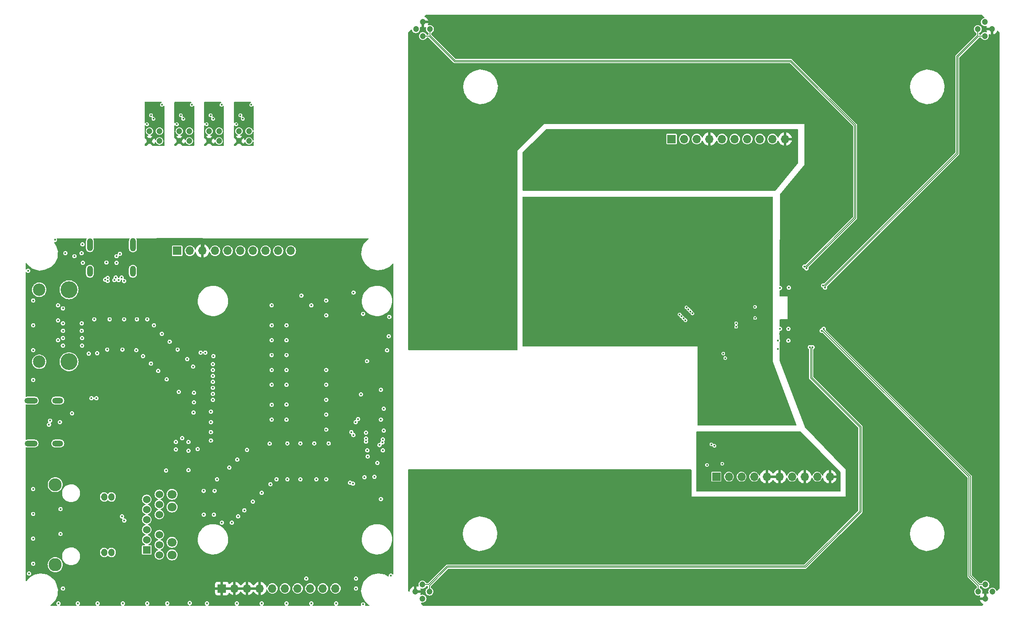
<source format=gbr>
%TF.GenerationSoftware,KiCad,Pcbnew,(7.0.0)*%
%TF.CreationDate,2023-02-16T09:01:11+09:00*%
%TF.ProjectId,audio,61756469-6f2e-46b6-9963-61645f706362,rev?*%
%TF.SameCoordinates,Original*%
%TF.FileFunction,Copper,L3,Inr*%
%TF.FilePolarity,Positive*%
%FSLAX46Y46*%
G04 Gerber Fmt 4.6, Leading zero omitted, Abs format (unit mm)*
G04 Created by KiCad (PCBNEW (7.0.0)) date 2023-02-16 09:01:11*
%MOMM*%
%LPD*%
G01*
G04 APERTURE LIST*
%TA.AperFunction,ComponentPad*%
%ADD10O,2.200000X1.200000*%
%TD*%
%TA.AperFunction,ComponentPad*%
%ADD11O,2.700000X1.200000*%
%TD*%
%TA.AperFunction,ComponentPad*%
%ADD12O,2.600000X1.200000*%
%TD*%
%TA.AperFunction,ComponentPad*%
%ADD13R,1.524000X1.524000*%
%TD*%
%TA.AperFunction,ComponentPad*%
%ADD14C,1.524000*%
%TD*%
%TA.AperFunction,ComponentPad*%
%ADD15C,1.800000*%
%TD*%
%TA.AperFunction,ComponentPad*%
%ADD16O,1.270000X1.524000*%
%TD*%
%TA.AperFunction,ComponentPad*%
%ADD17C,2.630000*%
%TD*%
%TA.AperFunction,ComponentPad*%
%ADD18C,2.610000*%
%TD*%
%TA.AperFunction,ComponentPad*%
%ADD19R,1.700000X1.700000*%
%TD*%
%TA.AperFunction,ComponentPad*%
%ADD20O,1.700000X1.700000*%
%TD*%
%TA.AperFunction,ComponentPad*%
%ADD21C,1.200000*%
%TD*%
%TA.AperFunction,ComponentPad*%
%ADD22C,3.400000*%
%TD*%
%TA.AperFunction,ComponentPad*%
%ADD23C,2.500000*%
%TD*%
%TA.AperFunction,ComponentPad*%
%ADD24O,1.200000X2.200000*%
%TD*%
%TA.AperFunction,ComponentPad*%
%ADD25O,1.200000X2.700000*%
%TD*%
%TA.AperFunction,ComponentPad*%
%ADD26O,1.200000X2.600000*%
%TD*%
%TA.AperFunction,ViaPad*%
%ADD27C,0.450000*%
%TD*%
%TA.AperFunction,Conductor*%
%ADD28C,0.500000*%
%TD*%
%TA.AperFunction,Conductor*%
%ADD29C,0.800000*%
%TD*%
%TA.AperFunction,Conductor*%
%ADD30C,1.000000*%
%TD*%
%TA.AperFunction,Conductor*%
%ADD31C,0.170000*%
%TD*%
%TA.AperFunction,Conductor*%
%ADD32C,0.150000*%
%TD*%
G04 APERTURE END LIST*
D10*
%TO.N,GND*%
%TO.C,J5*%
X-8039969Y46819979D03*
X-8039969Y38179979D03*
D11*
X-13399969Y46819979D03*
D12*
X-13399969Y38179979D03*
%TD*%
D13*
%TO.N,/CM4_docker1/CM4_LOW_SPEED/MXCT*%
%TO.C,J2*%
X9877529Y16762479D03*
D14*
%TO.N,/CM4_docker1/CM4_LOW_SPEED/TRD2_N*%
X9877530Y18794480D03*
%TO.N,/CM4_docker1/CM4_LOW_SPEED/TRD2_P*%
X9877530Y20826480D03*
%TO.N,/CM4_docker1/CM4_LOW_SPEED/TRD1_P*%
X9877530Y22858480D03*
%TO.N,/CM4_docker1/CM4_LOW_SPEED/TRD1_N*%
X9877530Y24890480D03*
%TO.N,/CM4_docker1/CM4_LOW_SPEED/MXCT*%
X9877530Y26922480D03*
X12417530Y15746480D03*
%TO.N,/CM4_docker1/CM4_LOW_SPEED/TRD3_P*%
X12417530Y17778480D03*
%TO.N,/CM4_docker1/CM4_LOW_SPEED/TRD3_N*%
X12417530Y19810480D03*
%TO.N,/CM4_docker1/CM4_LOW_SPEED/TRD0_N*%
X12417530Y23874480D03*
%TO.N,/CM4_docker1/CM4_LOW_SPEED/TRD0_P*%
X12417530Y25906480D03*
%TO.N,/CM4_docker1/CM4_LOW_SPEED/MXCT*%
X12417530Y27938480D03*
D15*
%TO.N,/CM4_docker1/CM4_LOW_SPEED/5V*%
X14957530Y15746480D03*
%TO.N,/CM4_docker1/CM4_LOW_SPEED/LED_GREEN*%
X14957530Y18286480D03*
%TO.N,/CM4_docker1/CM4_LOW_SPEED/LED_YELLOW*%
X14957530Y25398480D03*
%TO.N,/CM4_docker1/CM4_LOW_SPEED/5V*%
X14957530Y27938480D03*
D16*
%TO.N,unconnected-(J2-VDC1+-Pad17)*%
X2767529Y16247479D03*
%TO.N,unconnected-(J2-VDC1--Pad18)*%
X2767529Y27427479D03*
%TO.N,unconnected-(J2-VDC2+-Pad19)*%
X1297529Y16247479D03*
%TO.N,unconnected-(J2-VDC2--Pad20)*%
X1297529Y27427479D03*
D17*
%TO.N,GND*%
X-8537470Y13777980D03*
D18*
X-8537470Y29906980D03*
%TD*%
D19*
%TO.N,unconnected-(J6-Pin_1-Pad1)*%
%TO.C,J6*%
X16000029Y76999979D03*
D20*
%TO.N,unconnected-(J6-Pin_2-Pad2)*%
X18540029Y76999979D03*
%TO.N,/CM4_docker1/+5V*%
X21080029Y76999979D03*
%TO.N,GND*%
X23620029Y76999979D03*
%TO.N,/CM4_docker1/I2S_LRCK*%
X26160029Y76999979D03*
%TO.N,/CM4_docker1/GLOBAL_EN*%
X28700029Y76999979D03*
%TO.N,/CM4_docker1/I2S_ADC*%
X31240029Y76999979D03*
%TO.N,/CM4_docker1/nRPIBOOT*%
X33780029Y76999979D03*
%TO.N,/CM4_docker1/I2S_BCLK*%
X36320029Y76999979D03*
%TO.N,GND*%
X38860029Y76999979D03*
%TD*%
D21*
%TO.N,/4ch_mic/AVCC_3.3V*%
%TO.C,U15*%
X64040030Y121639980D03*
%TO.N,/4ch_mic/AVCC_GND*%
X65454244Y123054194D03*
%TO.N,/4ch_mic/MIC4_CON_P*%
X66868457Y121639980D03*
%TO.N,/4ch_mic/MIC4_CON_N*%
X65454244Y120225766D03*
%TD*%
%TO.N,/4ch_mic/AVCC_3.3V*%
%TO.C,U18*%
X65354244Y6943478D03*
%TO.N,/4ch_mic/AVCC_GND*%
X63940030Y8357692D03*
%TO.N,/4ch_mic/MIC1_CON_P*%
X65354244Y9771905D03*
%TO.N,/4ch_mic/MIC1_CON_N*%
X66768458Y8357692D03*
%TD*%
%TO.N,/4ch_mic/AVCC_3.3V*%
%TO.C,U17*%
X180050746Y8357691D03*
%TO.N,/4ch_mic/AVCC_GND*%
X178636532Y6943477D03*
%TO.N,/4ch_mic/MIC2_CON_P*%
X177222319Y8357691D03*
%TO.N,/4ch_mic/MIC2_CON_N*%
X178636532Y9771905D03*
%TD*%
%TO.N,/4ch_mic/AVCC_3.3V*%
%TO.C,U16*%
X178536533Y123054194D03*
%TO.N,/4ch_mic/AVCC_GND*%
X179950747Y121639980D03*
%TO.N,/4ch_mic/MIC3_CON_P*%
X178536533Y120225767D03*
%TO.N,/4ch_mic/MIC3_CON_N*%
X177122319Y121639980D03*
%TD*%
D22*
%TO.N,GND*%
%TO.C,J1*%
X-5771470Y69157480D03*
X-5771470Y54657480D03*
D23*
X-11771470Y69157480D03*
X-11771470Y54657480D03*
%TD*%
D19*
%TO.N,/CM4_docker1/+5V*%
%TO.C,J7*%
X25000029Y8999979D03*
D20*
X27540029Y8999979D03*
X30080029Y8999979D03*
X32620029Y8999979D03*
%TO.N,GND*%
X35160029Y8999979D03*
X37700029Y8999979D03*
%TO.N,/CM4_docker1/I2C1_SCL*%
X40240029Y8999979D03*
%TO.N,GND*%
X42780029Y8999979D03*
%TO.N,/CM4_docker1/I2C1_SDA*%
X45320029Y8999979D03*
%TO.N,GND*%
X47860029Y8999979D03*
%TD*%
D24*
%TO.N,GND*%
%TO.C,J4*%
X7090029Y72869979D03*
X-1549969Y72869979D03*
D25*
X7090029Y78229979D03*
D26*
X-1549969Y78229979D03*
%TD*%
D21*
%TO.N,/mic_moudle4/VDD*%
%TO.C,U24*%
X12430030Y99099980D03*
%TO.N,/mic_moudle4/GND*%
X10430030Y99099980D03*
%TO.N,/mic_moudle4/MIC+*%
X10430030Y101099980D03*
%TO.N,/mic_moudle4/MIC-*%
X12430030Y101099980D03*
%TD*%
D19*
%TO.N,/isolation_module/+5V_I2C*%
%TO.C,J9*%
X124495387Y31498835D03*
D20*
X127035387Y31498835D03*
X129575387Y31498835D03*
X132115387Y31498835D03*
%TO.N,/isolation_module/GND_I2C*%
X134655387Y31498835D03*
X137195387Y31498835D03*
%TO.N,/isolation_module/I2C1_SCL*%
X139735387Y31498835D03*
%TO.N,/isolation_module/GND_I2C*%
X142275387Y31498835D03*
%TO.N,/isolation_module/I2C1_SDA*%
X144815387Y31498835D03*
%TO.N,/isolation_module/GND_I2C*%
X147355387Y31498835D03*
%TD*%
D21*
%TO.N,/mic_moudle3/VDD*%
%TO.C,U22*%
X18430030Y99099980D03*
%TO.N,/mic_moudle3/GND*%
X16430030Y99099980D03*
%TO.N,/mic_moudle3/MIC+*%
X16430030Y101099980D03*
%TO.N,/mic_moudle3/MIC-*%
X18430030Y101099980D03*
%TD*%
%TO.N,/mic_moudle2/VDD*%
%TO.C,U20*%
X24425530Y99099980D03*
%TO.N,/mic_moudle2/GND*%
X22425530Y99099980D03*
%TO.N,/mic_moudle2/MIC+*%
X22425530Y101099980D03*
%TO.N,/mic_moudle2/MIC-*%
X24425530Y101099980D03*
%TD*%
%TO.N,/mic_moudle1/VDD*%
%TO.C,U8*%
X30430030Y99109980D03*
%TO.N,/mic_moudle1/GND*%
X28430030Y99109980D03*
%TO.N,/mic_moudle1/MIC+*%
X28430030Y101109980D03*
%TO.N,/mic_moudle1/MIC-*%
X30430030Y101109980D03*
%TD*%
D19*
%TO.N,/isolation_module/USB_DEBUG_N*%
%TO.C,J8*%
X115495387Y99498835D03*
D20*
%TO.N,/isolation_module/USB_DEBUG_P*%
X118035387Y99498835D03*
%TO.N,/isolation_module/+5V*%
X120575387Y99498835D03*
%TO.N,/isolation_module/GND*%
X123115387Y99498835D03*
%TO.N,/isolation_module/I2S_LRCK*%
X125655387Y99498835D03*
%TO.N,/isolation_module/GLOBAL_EN*%
X128195387Y99498835D03*
%TO.N,/isolation_module/I2S_ADC*%
X130735387Y99498835D03*
%TO.N,/isolation_module/nRPIBOOT*%
X133275387Y99498835D03*
%TO.N,/isolation_module/I2S_BCLK*%
X135815387Y99498835D03*
%TO.N,/isolation_module/GND*%
X138355387Y99498835D03*
%TD*%
D27*
%TO.N,/CM4_docker1/I2S_LRCK*%
X51920030Y42469980D03*
X53973887Y40395974D03*
%TO.N,/CM4_docker1/I2S_ADC*%
X57589694Y40799981D03*
X52390030Y43119980D03*
%TO.N,/CM4_docker1/I2S_BCLK*%
X57589695Y45199980D03*
X52960030Y48089980D03*
%TO.N,/CM4_docker1/I2C1_SCL*%
X51489530Y39899980D03*
X51380530Y30099980D03*
%TO.N,/4ch_mic/VDD_GND*%
X86495388Y77498836D03*
X123705388Y51228836D03*
X131295388Y66898836D03*
X117105388Y67248836D03*
X128065388Y63648836D03*
X132475388Y59358836D03*
X134795388Y64298836D03*
X121495388Y56498836D03*
X134495388Y87498836D03*
X115425388Y65648836D03*
X94095388Y81298836D03*
X134495388Y84498836D03*
X129195388Y87498836D03*
X111265388Y72938836D03*
X90495388Y76498836D03*
X135595388Y66698836D03*
X128925388Y67128836D03*
X122495388Y86498836D03*
X107995388Y77888836D03*
X95695388Y83098836D03*
X134995388Y70998836D03*
X109735388Y71628836D03*
X117495388Y62498836D03*
X129495388Y44498836D03*
X126145388Y57998836D03*
X134495388Y81498836D03*
X117495388Y86498836D03*
X105625388Y81168836D03*
X134995388Y57198836D03*
X99155388Y79208836D03*
X132495388Y70498836D03*
X133795388Y70998836D03*
X131285388Y61418836D03*
X103480927Y87511103D03*
X106665388Y83078836D03*
X121145388Y63128836D03*
X114445388Y69878836D03*
X86695388Y81598836D03*
X108495388Y58498836D03*
X114495388Y58498836D03*
X95095388Y78588836D03*
X122905388Y61348836D03*
X119495388Y58498836D03*
X134795388Y66698836D03*
X125325388Y46088836D03*
X131295388Y63498836D03*
X134495388Y78498836D03*
X109995388Y84298836D03*
X129195388Y86798836D03*
X108895388Y84298836D03*
X129195388Y86198836D03*
X122765388Y59408836D03*
X98555388Y81008836D03*
X90395388Y81498836D03*
X128545388Y56588836D03*
X134795388Y65498836D03*
X104495388Y72498836D03*
X119355388Y61858836D03*
X106495388Y87498836D03*
X122195388Y47198836D03*
X132183388Y80486836D03*
X125415388Y61378836D03*
X116495388Y63498836D03*
X112895388Y68428836D03*
X125795388Y53818836D03*
X126295388Y44298836D03*
X131295388Y65698836D03*
X93575388Y78378836D03*
X123835388Y54888836D03*
X94395388Y83098836D03*
X124015388Y65008836D03*
X135595388Y65498836D03*
X100845388Y77338836D03*
X127475388Y61358836D03*
X125635388Y51178836D03*
X102995388Y76248836D03*
X98495388Y84398836D03*
X120825388Y60488836D03*
X104495388Y62498836D03*
X100495388Y87498836D03*
X104495388Y58498836D03*
X112495388Y86498836D03*
X133495388Y61498836D03*
X127835388Y59428836D03*
X129115388Y64328836D03*
X134495388Y44498836D03*
X132183388Y77953836D03*
X134495388Y51498836D03*
X127495388Y86498836D03*
X104325388Y75128836D03*
X125815388Y64108836D03*
X132495388Y56498836D03*
X98585388Y83238836D03*
X135595388Y64298836D03*
X93575391Y76912495D03*
X119495388Y66498836D03*
X129715388Y59298836D03*
X95095388Y79598836D03*
X87495388Y86498836D03*
X109915388Y75328836D03*
X136495388Y46498836D03*
X93495388Y86498836D03*
X89195388Y81498836D03*
X121495388Y52498836D03*
X95095388Y80298836D03*
X130165388Y66708836D03*
X104995388Y79818836D03*
X94095388Y79098836D03*
X106725388Y84418836D03*
X125465388Y59318836D03*
X132447388Y67700836D03*
X132495388Y73498836D03*
X97495388Y76498836D03*
X104495388Y67498836D03*
X106215388Y73338836D03*
X120495388Y65498836D03*
X94095388Y80198836D03*
%TO.N,/4ch_mic/VDD_3.3V*%
X118295388Y62998836D03*
X119695388Y64398836D03*
X118895388Y65198836D03*
X119295388Y64798836D03*
X117095388Y64198836D03*
X117495388Y63798836D03*
X118495388Y65598836D03*
X117895388Y63398836D03*
%TO.N,/CM4_docker1/I2C1_SDA*%
X51070030Y40499980D03*
X50800030Y30299980D03*
%TO.N,/CM4_docker1/+5V*%
X54000030Y56899980D03*
X-6649970Y44899980D03*
X55500030Y59499980D03*
X-6649970Y44399980D03*
X-10499970Y42899980D03*
X54000030Y58299980D03*
X-6649970Y45899980D03*
X56900030Y51299980D03*
X57000030Y59499980D03*
X-10499970Y43399980D03*
X-6649970Y38899980D03*
X52300030Y60899980D03*
X55500030Y56899980D03*
X55500030Y58299980D03*
X56900030Y56899980D03*
X-10499970Y40399980D03*
X-10499970Y45899980D03*
X-10499970Y44399980D03*
X-6899970Y73899980D03*
X-10499970Y41399980D03*
X-10499970Y43899980D03*
X52300030Y59499980D03*
X-6649970Y40899980D03*
X15750030Y35249980D03*
X-10499970Y40899980D03*
X-6649970Y45399980D03*
X-6649970Y39899980D03*
X-6649970Y40399980D03*
X57000030Y58299980D03*
X57000030Y60899980D03*
X56900030Y55499980D03*
X-10499970Y39399980D03*
X52300030Y56899980D03*
X-10499970Y44899980D03*
X55500030Y60899980D03*
X-6899970Y73389980D03*
X52300030Y58299980D03*
X54000030Y60899980D03*
X56900030Y52699980D03*
X-6649970Y39399980D03*
X-10499970Y42399980D03*
X-10499970Y45399980D03*
X-10499970Y38899980D03*
X54000030Y59499980D03*
X-10499970Y41899980D03*
X-10499970Y39899980D03*
X56900030Y54099980D03*
%TO.N,/CM4_docker1/CM4_LOW_SPEED/5V*%
X13750030Y32749980D03*
X5354530Y22699980D03*
%TO.N,/CM4_docker1/CM4_LOW_SPEED/VBUS*%
X1763192Y74636818D03*
X-2999970Y74599980D03*
X-6499970Y76499980D03*
X-3239970Y76499980D03*
X3800030Y74599980D03*
X-4695952Y75904480D03*
%TO.N,/CM4_docker1/POWER/CC2*%
X-5149970Y44249980D03*
X-9799970Y41999980D03*
%TO.N,/CM4_docker1/CM4_HIGH_SPEED/HDMI0_CEC*%
X21680030Y56499980D03*
X20710530Y56499980D03*
%TO.N,GND*%
X46000030Y43999980D03*
X7900030Y63199980D03*
X38000029Y46032518D03*
X30Y5999980D03*
X56300030Y34299980D03*
X-7499970Y19999980D03*
X5300030Y63199980D03*
X18250030Y36749980D03*
X19200030Y53699980D03*
X-6999970Y65399980D03*
X23200030Y46999980D03*
X12900030Y60299980D03*
X19290030Y44439980D03*
X-6999970Y60899980D03*
X23200030Y49399980D03*
X35000030Y65999980D03*
X38200030Y38215480D03*
X40800030Y30999980D03*
X23511428Y28653215D03*
X38000030Y5999980D03*
X-699970Y63199980D03*
X-3999970Y5999980D03*
X53400030Y64299980D03*
X23300030Y55799980D03*
X48000030Y5999980D03*
X53400030Y5799980D03*
X52000030Y8999980D03*
X35000030Y58999980D03*
X21356637Y23838104D03*
X57000030Y42999980D03*
X-7870011Y5992928D03*
X40800030Y38215480D03*
X20100030Y37099980D03*
X54330030Y35589980D03*
X46000030Y30999980D03*
X-1249970Y47289980D03*
X-6999970Y62399980D03*
X54210030Y54799980D03*
X15750030Y36999980D03*
X23200030Y50599980D03*
X59000030Y11599980D03*
X-13799970Y11999980D03*
X57000030Y48999980D03*
X4214530Y71099980D03*
X-13999970Y72999980D03*
X9100030Y55799980D03*
X17000030Y39249980D03*
X1480030Y71189980D03*
X-12999970Y66999980D03*
X15750030Y38499980D03*
X18000030Y55199980D03*
X26496829Y33354017D03*
X35000030Y55999980D03*
X-7499970Y24999980D03*
X55700030Y31499980D03*
X-12999970Y13999980D03*
X-1799970Y56299980D03*
X54270030Y36799980D03*
X-6999970Y59399980D03*
X38000030Y49999980D03*
X52000030Y10999980D03*
X12200030Y52799980D03*
X22000030Y5999980D03*
X16100030Y57099980D03*
X5000030Y57099980D03*
X-12999970Y23999980D03*
X57410030Y36799980D03*
X1900030Y57099980D03*
X34600030Y38145480D03*
X27000030Y22249980D03*
X-6999970Y8999980D03*
X-12999970Y50999980D03*
X-12999970Y28999980D03*
X5039280Y5984874D03*
X25000030Y22249980D03*
X22800030Y42499980D03*
X-12999970Y61999980D03*
X35000030Y42999980D03*
X38000030Y42999980D03*
X44000030Y30999980D03*
X46000030Y66999980D03*
X41000030Y67999980D03*
X58700030Y63699980D03*
X10000030Y63199980D03*
X35000030Y49999980D03*
X33000030Y5999980D03*
X35000030Y61999980D03*
X28071411Y34928599D03*
X22800030Y40499980D03*
X-12999970Y56999980D03*
X22800030Y38799980D03*
X36000030Y30999980D03*
X21312907Y28654879D03*
X23200030Y48199980D03*
X-3199970Y60899980D03*
X13900030Y51099980D03*
X43000030Y5999980D03*
X51500030Y68599980D03*
X-99970Y56399980D03*
X43600030Y38215480D03*
X-3128874Y57907480D03*
X-13008621Y19023867D03*
X18250030Y38499980D03*
X38200030Y30999980D03*
X28000030Y5999980D03*
X46000030Y49999980D03*
X56730030Y37879980D03*
X53700030Y31399980D03*
X46000030Y46999980D03*
X34750030Y29999980D03*
X29500030Y24749980D03*
X-6999970Y57899980D03*
X38000030Y52999980D03*
X18528030Y6085980D03*
X43000030Y65999980D03*
X7800030Y56999980D03*
X-3128874Y59407480D03*
X16300030Y48599980D03*
X-7999970Y58999980D03*
X38000030Y61999980D03*
X46000030Y52999980D03*
X-7999970Y65999980D03*
X46000030Y63999980D03*
X14000030Y5999980D03*
X58600030Y59799980D03*
X19400030Y48399980D03*
X24000030Y30999980D03*
X2400030Y63199980D03*
X33000030Y28249980D03*
X11300030Y61999980D03*
X38000030Y58999980D03*
X23200030Y54199980D03*
X22800030Y44599980D03*
X35000030Y52999980D03*
X14500030Y58699980D03*
X28250030Y23499980D03*
X46000030Y40999980D03*
X57000030Y26999980D03*
X19400030Y46499980D03*
X38000030Y55999980D03*
X35000030Y45999980D03*
X-249970Y47289980D03*
X-3199970Y62399980D03*
X42000030Y10999980D03*
X10000030Y5999980D03*
X23200030Y51799980D03*
X-8599970Y79199980D03*
X-7999970Y62999980D03*
X30071411Y36928599D03*
X46500030Y38215480D03*
X10700030Y54299980D03*
X31250030Y26499980D03*
X23392913Y23842679D03*
X23200030Y52999980D03*
X-3039470Y78309206D03*
%TO.N,/CM4_docker1/CM4_LOW_SPEED/ETH_LEDY*%
X57300030Y38399980D03*
X54000030Y38599980D03*
%TO.N,/CM4_docker1/CM4_LOW_SPEED/ETH_LEDG*%
X54000030Y39179483D03*
X57400030Y38999980D03*
%TO.N,/CM4_docker1/CM4_LOW_SPEED/LED_GREEN*%
X4900030Y23499980D03*
%TO.N,/CM4_docker1/CM4_LOW_SPEED/LED_YELLOW*%
X18250030Y32845480D03*
%TO.N,/CM4_docker1/USB_DEBUG_N*%
X3360030Y71089980D03*
X1980030Y71529980D03*
%TO.N,/CM4_docker1/USB_DEBUG_P*%
X2000030Y70919980D03*
X3650030Y71629980D03*
%TO.N,/CM4_docker1/CM4_LOW_SPEED/CC1*%
X4800030Y71599980D03*
X3800030Y75904480D03*
%TO.N,/isolation_module/GND*%
X125665388Y90458836D03*
X120865388Y90628836D03*
X114285388Y93668836D03*
X95695388Y90998836D03*
X112455388Y96118836D03*
X98495388Y92298836D03*
X115965388Y93678836D03*
X104235388Y98518836D03*
X94395388Y90998836D03*
X94995388Y95698836D03*
X115375388Y90498836D03*
X89395388Y90998836D03*
X116285388Y92268836D03*
X129105388Y94278836D03*
X86095388Y93898836D03*
X126935388Y100688836D03*
X99965388Y96298836D03*
X116415388Y93228836D03*
X126955388Y98528836D03*
X101905388Y92658836D03*
X118475388Y96148836D03*
X94995388Y94498836D03*
X122685388Y96348836D03*
X108355388Y95978836D03*
X124335388Y92488836D03*
X108895388Y90298836D03*
X108395388Y92668836D03*
X110095388Y90298836D03*
X127505388Y96068836D03*
X86795388Y90998836D03*
X99905388Y92788836D03*
X93295388Y100898836D03*
X116295388Y95038836D03*
X109095388Y99728836D03*
X112925388Y99788836D03*
X99815388Y89678836D03*
%TO.N,/isolation_module/I2C1_SCL*%
X124135388Y37718836D03*
X125695388Y34128836D03*
%TO.N,/isolation_module/I2C1_SDA*%
X122625388Y33888836D03*
X123505388Y38028836D03*
%TO.N,/4ch_mic/ISO_SDA*%
X128495388Y61698836D03*
X125895388Y56298836D03*
%TO.N,/4ch_mic/ISO_SCK*%
X128495388Y62398836D03*
X126295388Y55398836D03*
%TO.N,/4ch_mic/VCC_DIO*%
X132275388Y65698836D03*
X132305388Y63468836D03*
%TO.N,/4ch_mic/AVCC_3.3V*%
X137295388Y61278836D03*
X138995388Y58898836D03*
X139095388Y69588836D03*
X138995388Y61298836D03*
X137295388Y69518836D03*
X136895388Y58898836D03*
%TO.N,/4ch_mic/AVCC_GND*%
X139495388Y89498836D03*
X141195388Y88498836D03*
X137495388Y71598836D03*
X144795388Y82298836D03*
X143295388Y77948836D03*
X137295388Y60298836D03*
X138995388Y57198836D03*
X142595388Y66798836D03*
X141968853Y60706986D03*
X143995522Y88497898D03*
X146195388Y64398836D03*
X146495388Y89498836D03*
X143220388Y81748836D03*
X142595388Y65898836D03*
X141595388Y74398836D03*
X142495388Y64798836D03*
X143295388Y90058836D03*
X146195388Y65398836D03*
X144695388Y87398836D03*
X140280888Y66798836D03*
X145495388Y83498836D03*
X144695388Y70298836D03*
X144695388Y86798836D03*
X144795388Y63398836D03*
X143220388Y80498836D03*
X139095388Y76098836D03*
X143285388Y88508836D03*
X136895388Y57198836D03*
X146395388Y92098836D03*
X144695388Y86098836D03*
%TO.N,/isolation_module/GND_I2C*%
X143495388Y36498836D03*
X124935388Y28798836D03*
X126375388Y34448836D03*
X127495388Y39498836D03*
X142955388Y28888836D03*
X130552888Y35018836D03*
X132452888Y35018836D03*
X121495388Y29498836D03*
X130412888Y33578836D03*
X137545388Y28908836D03*
X133495388Y39498836D03*
X123145388Y37488836D03*
X123225388Y34318836D03*
X130495388Y39498836D03*
X140495388Y39498836D03*
X130472888Y36518836D03*
X137495388Y39498836D03*
X145495388Y34498836D03*
X133775388Y28808836D03*
X130562888Y35598836D03*
X128925388Y28798836D03*
%TO.N,/CM4_docker1/GLOBAL_EN*%
X58250030Y56969980D03*
%TO.N,/CM4_docker1/POWER/D-*%
X-9570470Y42799980D03*
X-7599970Y42505478D03*
%TO.N,/CM4_docker1/USB_OTG*%
X4500030Y76399980D03*
X5300030Y70899980D03*
%TO.N,/4ch_mic/MIC1_CON_N*%
X143870388Y57598836D03*
%TO.N,/4ch_mic/MIC2_CON_N*%
X146089843Y61293291D03*
%TO.N,/4ch_mic/MIC1_CON_P*%
X143320388Y57598836D03*
%TO.N,/4ch_mic/MIC2_CON_P*%
X145700933Y60904381D03*
%TO.N,/4ch_mic/MIC3_CON_N*%
X145985693Y69992193D03*
%TO.N,/4ch_mic/MIC4_CON_N*%
X142236572Y73843072D03*
%TO.N,/4ch_mic/MIC3_CON_P*%
X146388745Y69589141D03*
%TO.N,/4ch_mic/MIC4_CON_P*%
X142639624Y73440020D03*
%TO.N,/mic_moudle1/GND*%
X30910030Y104599980D03*
X28030030Y106109980D03*
%TO.N,/mic_moudle1/VDD*%
X27910030Y102499980D03*
X28710030Y104299980D03*
%TO.N,/mic_moudle1/GAIN*%
X30910030Y106399980D03*
%TO.N,/mic_moudle1/OUT*%
X29210030Y103599980D03*
%TO.N,/mic_moudle2/GND*%
X24925530Y104599980D03*
X22045530Y106109980D03*
%TO.N,/mic_moudle2/VDD*%
X21925530Y102499980D03*
X22725530Y104299980D03*
%TO.N,/mic_moudle3/GND*%
X18930030Y104599980D03*
X16050030Y106109980D03*
%TO.N,/mic_moudle3/VDD*%
X16730030Y104299980D03*
X15930030Y102499980D03*
%TO.N,/mic_moudle4/GND*%
X12930030Y104599980D03*
X10050030Y106109980D03*
%TO.N,/mic_moudle4/VDD*%
X10730030Y104299980D03*
X9930030Y102499980D03*
%TO.N,/mic_moudle2/GAIN*%
X24925530Y106399980D03*
%TO.N,/mic_moudle2/OUT*%
X23225530Y103599980D03*
%TO.N,/mic_moudle3/GAIN*%
X18930030Y106399980D03*
%TO.N,/mic_moudle3/OUT*%
X17230030Y103599980D03*
%TO.N,/mic_moudle4/GAIN*%
X12930030Y106399980D03*
%TO.N,/mic_moudle4/OUT*%
X11230030Y103599980D03*
%TD*%
D28*
%TO.N,/CM4_docker1/+5V*%
X-4989970Y75299980D02*
X7300030Y75299980D01*
D29*
X21080030Y79019980D02*
X21000030Y79099980D01*
D30*
X12000030Y79099980D02*
X21000030Y79099980D01*
D28*
X7300030Y75299980D02*
X8900030Y76899980D01*
X-6899970Y73389980D02*
X-6899970Y73899980D01*
X-6899970Y73389980D02*
X-4989970Y75299980D01*
X9800030Y78799980D02*
X11700030Y78799980D01*
X8900030Y77899980D02*
X9800030Y78799980D01*
D29*
X21080030Y76999980D02*
X21080030Y79019980D01*
D28*
X8900030Y76899980D02*
X8900030Y77899980D01*
D31*
%TO.N,/4ch_mic/MIC1_CON_N*%
X143730388Y57458836D02*
X143730388Y51454755D01*
X143870388Y57598836D02*
X143730388Y57458836D01*
X153630388Y41554755D02*
X153630388Y24442916D01*
X153630388Y24442916D02*
X142451308Y13263836D01*
X70451308Y13263836D02*
X66768458Y9580986D01*
X142451308Y13263836D02*
X70451308Y13263836D01*
X143730388Y51454755D02*
X153630388Y41554755D01*
X66768458Y9580986D02*
X66768458Y8357692D01*
%TO.N,/4ch_mic/MIC2_CON_N*%
X175630388Y31554755D02*
X175630388Y11554755D01*
X175630388Y11554755D02*
X177413238Y9771905D01*
X146089843Y61095300D02*
X175630388Y31554755D01*
X177413238Y9771905D02*
X178636532Y9771905D01*
X146089843Y61293291D02*
X146089843Y61095300D01*
%TO.N,/4ch_mic/MIC1_CON_P*%
X143460388Y51342917D02*
X153360388Y41442917D01*
X143320388Y57598836D02*
X143460388Y57458836D01*
X153360388Y41442917D02*
X153360388Y24554756D01*
X143460388Y57458836D02*
X143460388Y51342917D01*
X142339468Y13533836D02*
X70339470Y13533836D01*
X153360388Y24554756D02*
X142339468Y13533836D01*
X70339470Y13533836D02*
X66577539Y9771905D01*
X66577539Y9771905D02*
X65354244Y9771905D01*
%TO.N,/4ch_mic/MIC2_CON_P*%
X177222319Y9580986D02*
X177222319Y8357691D01*
X145700933Y60904381D02*
X145898924Y60904381D01*
X175360388Y31442917D02*
X175360388Y11442917D01*
X175360388Y11442917D02*
X177222319Y9580986D01*
X145898924Y60904381D02*
X175360388Y31442917D01*
D32*
%TO.N,/4ch_mic/MIC3_CON_N*%
X172860388Y116154755D02*
X177122319Y120416686D01*
X146197826Y69992193D02*
X172860388Y96654755D01*
X172860388Y96654755D02*
X172860388Y116154755D01*
X145985693Y69992193D02*
X146197826Y69992193D01*
X177122319Y120416686D02*
X177122319Y121639980D01*
%TO.N,/4ch_mic/MIC4_CON_N*%
X142236572Y73843072D02*
X142448705Y73843072D01*
X139439468Y115063836D02*
X71839468Y115063836D01*
X152289930Y102213374D02*
X139439468Y115063836D01*
X142448705Y73843072D02*
X152289930Y83684297D01*
X152289930Y83684297D02*
X152289930Y102213374D01*
X66677538Y120225766D02*
X65454244Y120225766D01*
X71839468Y115063836D02*
X66677538Y120225766D01*
%TO.N,/4ch_mic/MIC3_CON_P*%
X146388745Y69589141D02*
X146388745Y69801274D01*
X173130388Y116042917D02*
X177313238Y120225767D01*
X177313238Y120225767D02*
X178536533Y120225767D01*
X146388745Y69801274D02*
X173130388Y96542917D01*
X173130388Y96542917D02*
X173130388Y116042917D01*
%TO.N,/4ch_mic/MIC4_CON_P*%
X139551308Y115333836D02*
X71951306Y115333836D01*
X66868457Y120416685D02*
X66868457Y121639980D01*
X142639624Y73652153D02*
X152559930Y83572459D01*
X142639624Y73440020D02*
X142639624Y73652153D01*
X152559930Y102325214D02*
X139551308Y115333836D01*
X71951306Y115333836D02*
X66868457Y120416685D01*
X152559930Y83572459D02*
X152559930Y102325214D01*
%TD*%
%TA.AperFunction,Conductor*%
%TO.N,/isolation_module/GND_I2C*%
G36*
X141490458Y40587139D02*
G01*
X141539240Y40553887D01*
X149418244Y32477909D01*
X149453040Y32442243D01*
X149484395Y32394362D01*
X149495388Y32338193D01*
X149495388Y28647836D01*
X149484046Y28590816D01*
X149451747Y28542477D01*
X149403408Y28510178D01*
X149346388Y28498836D01*
X120644388Y28498836D01*
X120587368Y28510178D01*
X120539029Y28542477D01*
X120506730Y28590816D01*
X120495388Y28647836D01*
X120495388Y30643304D01*
X123514888Y30643304D01*
X123514889Y30643297D01*
X123514889Y30635982D01*
X123522459Y30597917D01*
X123551302Y30554750D01*
X123594469Y30525907D01*
X123632533Y30518336D01*
X125358242Y30518337D01*
X125396307Y30525907D01*
X125439474Y30554750D01*
X125468317Y30597917D01*
X125475888Y30635981D01*
X125475887Y31498836D01*
X126050144Y31498836D01*
X126050861Y31491556D01*
X126066305Y31334743D01*
X126069075Y31306624D01*
X126071197Y31299629D01*
X126071198Y31299624D01*
X126105893Y31185252D01*
X126125141Y31121799D01*
X126216188Y30951464D01*
X126220825Y30945813D01*
X126220829Y30945808D01*
X126310595Y30836428D01*
X126338715Y30802163D01*
X126344374Y30797519D01*
X126482359Y30684278D01*
X126482362Y30684276D01*
X126488016Y30679636D01*
X126658351Y30588589D01*
X126843176Y30532523D01*
X127035388Y30513592D01*
X127227600Y30532523D01*
X127412425Y30588589D01*
X127582760Y30679636D01*
X127732061Y30802163D01*
X127854588Y30951464D01*
X127945635Y31121799D01*
X128001701Y31306624D01*
X128020632Y31498836D01*
X128590144Y31498836D01*
X128590861Y31491556D01*
X128606305Y31334743D01*
X128609075Y31306624D01*
X128611197Y31299629D01*
X128611198Y31299624D01*
X128645893Y31185252D01*
X128665141Y31121799D01*
X128756188Y30951464D01*
X128760825Y30945813D01*
X128760829Y30945808D01*
X128850595Y30836428D01*
X128878715Y30802163D01*
X128884374Y30797519D01*
X129022359Y30684278D01*
X129022362Y30684276D01*
X129028016Y30679636D01*
X129198351Y30588589D01*
X129383176Y30532523D01*
X129575388Y30513592D01*
X129767600Y30532523D01*
X129952425Y30588589D01*
X130122760Y30679636D01*
X130272061Y30802163D01*
X130394588Y30951464D01*
X130485635Y31121799D01*
X130541701Y31306624D01*
X130560632Y31498836D01*
X131130144Y31498836D01*
X131130861Y31491556D01*
X131146305Y31334743D01*
X131149075Y31306624D01*
X131151197Y31299629D01*
X131151198Y31299624D01*
X131185893Y31185252D01*
X131205141Y31121799D01*
X131296188Y30951464D01*
X131300825Y30945813D01*
X131300829Y30945808D01*
X131390595Y30836428D01*
X131418715Y30802163D01*
X131424374Y30797519D01*
X131562359Y30684278D01*
X131562362Y30684276D01*
X131568016Y30679636D01*
X131738351Y30588589D01*
X131923176Y30532523D01*
X132115388Y30513592D01*
X132307600Y30532523D01*
X132492425Y30588589D01*
X132662760Y30679636D01*
X132812061Y30802163D01*
X132934588Y30951464D01*
X133025635Y31121799D01*
X133046908Y31191930D01*
X133087223Y31257036D01*
X133154557Y31293521D01*
X133231119Y31291741D01*
X133296684Y31252166D01*
X133333932Y31185252D01*
X133365054Y31062351D01*
X133369040Y31050742D01*
X133454496Y30855924D01*
X133460336Y30845132D01*
X133576696Y30667031D01*
X133584233Y30657347D01*
X133728314Y30500833D01*
X133737349Y30492515D01*
X133905225Y30361852D01*
X133915504Y30355137D01*
X134102594Y30253889D01*
X134113848Y30248952D01*
X134315048Y30179880D01*
X134326954Y30176865D01*
X134385379Y30167116D01*
X134398548Y30167797D01*
X134401388Y30180676D01*
X134909388Y30180676D01*
X134912227Y30167797D01*
X134925396Y30167116D01*
X134983821Y30176865D01*
X134995727Y30179880D01*
X135196927Y30248952D01*
X135208181Y30253889D01*
X135395271Y30355137D01*
X135405550Y30361852D01*
X135573426Y30492515D01*
X135582461Y30500833D01*
X135726542Y30657347D01*
X135734083Y30667036D01*
X135800650Y30768923D01*
X135854472Y30818470D01*
X135925388Y30836428D01*
X135996304Y30818470D01*
X136050126Y30768923D01*
X136116692Y30667036D01*
X136124233Y30657347D01*
X136268314Y30500833D01*
X136277349Y30492515D01*
X136445225Y30361852D01*
X136455504Y30355137D01*
X136642594Y30253889D01*
X136653848Y30248952D01*
X136855048Y30179880D01*
X136866954Y30176865D01*
X136925379Y30167116D01*
X136938548Y30167797D01*
X136941388Y30180676D01*
X137449388Y30180676D01*
X137452227Y30167797D01*
X137465396Y30167116D01*
X137523821Y30176865D01*
X137535727Y30179880D01*
X137736927Y30248952D01*
X137748181Y30253889D01*
X137935271Y30355137D01*
X137945550Y30361852D01*
X138113426Y30492515D01*
X138122461Y30500833D01*
X138266542Y30657347D01*
X138274079Y30667031D01*
X138390439Y30845132D01*
X138396279Y30855924D01*
X138481735Y31050742D01*
X138485722Y31062356D01*
X138516843Y31185250D01*
X138554090Y31252165D01*
X138619655Y31291740D01*
X138696216Y31293521D01*
X138763550Y31257037D01*
X138803867Y31191928D01*
X138825141Y31121799D01*
X138916188Y30951464D01*
X138920825Y30945813D01*
X138920829Y30945808D01*
X139010595Y30836428D01*
X139038715Y30802163D01*
X139044374Y30797519D01*
X139182359Y30684278D01*
X139182362Y30684276D01*
X139188016Y30679636D01*
X139358351Y30588589D01*
X139543176Y30532523D01*
X139735388Y30513592D01*
X139927600Y30532523D01*
X140112425Y30588589D01*
X140282760Y30679636D01*
X140432061Y30802163D01*
X140554588Y30951464D01*
X140645635Y31121799D01*
X140666908Y31191930D01*
X140707223Y31257036D01*
X140774557Y31293521D01*
X140851119Y31291741D01*
X140916684Y31252166D01*
X140953932Y31185252D01*
X140985054Y31062351D01*
X140989040Y31050742D01*
X141074496Y30855924D01*
X141080336Y30845132D01*
X141196696Y30667031D01*
X141204233Y30657347D01*
X141348314Y30500833D01*
X141357349Y30492515D01*
X141525225Y30361852D01*
X141535504Y30355137D01*
X141722594Y30253889D01*
X141733848Y30248952D01*
X141935048Y30179880D01*
X141946954Y30176865D01*
X142005379Y30167116D01*
X142018548Y30167797D01*
X142021388Y30180676D01*
X142529388Y30180676D01*
X142532227Y30167797D01*
X142545396Y30167116D01*
X142603821Y30176865D01*
X142615727Y30179880D01*
X142816927Y30248952D01*
X142828181Y30253889D01*
X143015271Y30355137D01*
X143025550Y30361852D01*
X143193426Y30492515D01*
X143202461Y30500833D01*
X143346542Y30657347D01*
X143354079Y30667031D01*
X143470439Y30845132D01*
X143476279Y30855924D01*
X143561735Y31050742D01*
X143565722Y31062356D01*
X143596843Y31185250D01*
X143634090Y31252165D01*
X143699655Y31291740D01*
X143776216Y31293521D01*
X143843550Y31257037D01*
X143883867Y31191928D01*
X143905141Y31121799D01*
X143996188Y30951464D01*
X144000825Y30945813D01*
X144000829Y30945808D01*
X144090595Y30836428D01*
X144118715Y30802163D01*
X144124374Y30797519D01*
X144262359Y30684278D01*
X144262362Y30684276D01*
X144268016Y30679636D01*
X144438351Y30588589D01*
X144623176Y30532523D01*
X144815388Y30513592D01*
X145007600Y30532523D01*
X145192425Y30588589D01*
X145362760Y30679636D01*
X145512061Y30802163D01*
X145634588Y30951464D01*
X145725635Y31121799D01*
X145746908Y31191930D01*
X145787223Y31257036D01*
X145854557Y31293521D01*
X145931119Y31291741D01*
X145996684Y31252166D01*
X146033932Y31185252D01*
X146065054Y31062351D01*
X146069040Y31050742D01*
X146154496Y30855924D01*
X146160336Y30845132D01*
X146276696Y30667031D01*
X146284233Y30657347D01*
X146428314Y30500833D01*
X146437349Y30492515D01*
X146605225Y30361852D01*
X146615504Y30355137D01*
X146802594Y30253889D01*
X146813848Y30248952D01*
X147015048Y30179880D01*
X147026954Y30176865D01*
X147085379Y30167116D01*
X147098548Y30167797D01*
X147101388Y30180676D01*
X147609388Y30180676D01*
X147612227Y30167797D01*
X147625396Y30167116D01*
X147683821Y30176865D01*
X147695727Y30179880D01*
X147896927Y30248952D01*
X147908181Y30253889D01*
X148095271Y30355137D01*
X148105550Y30361852D01*
X148273426Y30492515D01*
X148282461Y30500833D01*
X148426542Y30657347D01*
X148434079Y30667031D01*
X148550439Y30845132D01*
X148556279Y30855924D01*
X148641735Y31050742D01*
X148645721Y31062354D01*
X148687756Y31228348D01*
X148688034Y31241802D01*
X148674919Y31244836D01*
X147624063Y31244836D01*
X147611822Y31242402D01*
X147609388Y31230161D01*
X147609388Y30180676D01*
X147101388Y30180676D01*
X147101388Y31767511D01*
X147609388Y31767511D01*
X147611822Y31755271D01*
X147624063Y31752836D01*
X148674919Y31752836D01*
X148688034Y31755871D01*
X148687756Y31769325D01*
X148645721Y31935319D01*
X148641735Y31946931D01*
X148556279Y32141749D01*
X148550439Y32152541D01*
X148434079Y32330642D01*
X148426542Y32340326D01*
X148282461Y32496840D01*
X148273426Y32505158D01*
X148105550Y32635821D01*
X148095271Y32642536D01*
X147908181Y32743784D01*
X147896927Y32748721D01*
X147695727Y32817793D01*
X147683821Y32820808D01*
X147625396Y32830557D01*
X147612227Y32829876D01*
X147609388Y32816996D01*
X147609388Y31767511D01*
X147101388Y31767511D01*
X147101388Y32816996D01*
X147098548Y32829876D01*
X147085379Y32830557D01*
X147026954Y32820808D01*
X147015048Y32817793D01*
X146813848Y32748721D01*
X146802594Y32743784D01*
X146615504Y32642536D01*
X146605225Y32635821D01*
X146437349Y32505158D01*
X146428314Y32496840D01*
X146284233Y32340326D01*
X146276696Y32330642D01*
X146160336Y32152541D01*
X146154496Y32141749D01*
X146069040Y31946931D01*
X146065054Y31935322D01*
X146033932Y31812421D01*
X145996684Y31745507D01*
X145931119Y31705932D01*
X145854557Y31704152D01*
X145787224Y31740637D01*
X145746907Y31805747D01*
X145725635Y31875873D01*
X145634588Y32046208D01*
X145629948Y32051862D01*
X145629946Y32051865D01*
X145516705Y32189850D01*
X145512061Y32195509D01*
X145471558Y32228749D01*
X145368416Y32313395D01*
X145368411Y32313399D01*
X145362760Y32318036D01*
X145356310Y32321484D01*
X145356308Y32321485D01*
X145198881Y32405632D01*
X145198882Y32405632D01*
X145192425Y32409083D01*
X145121107Y32430717D01*
X145014600Y32463026D01*
X145014595Y32463027D01*
X145007600Y32465149D01*
X145000323Y32465866D01*
X145000322Y32465866D01*
X144822668Y32483363D01*
X144815388Y32484080D01*
X144808108Y32483363D01*
X144630453Y32465866D01*
X144630450Y32465866D01*
X144623176Y32465149D01*
X144616181Y32463028D01*
X144616175Y32463026D01*
X144445359Y32411209D01*
X144438351Y32409083D01*
X144431897Y32405634D01*
X144431894Y32405632D01*
X144274467Y32321485D01*
X144274460Y32321481D01*
X144268016Y32318036D01*
X144262369Y32313402D01*
X144262359Y32313395D01*
X144124374Y32200154D01*
X144124369Y32200150D01*
X144118715Y32195509D01*
X144114074Y32189855D01*
X144114070Y32189850D01*
X144000829Y32051865D01*
X144000822Y32051855D01*
X143996188Y32046208D01*
X143992743Y32039764D01*
X143992739Y32039757D01*
X143908592Y31882330D01*
X143905141Y31875873D01*
X143903016Y31868869D01*
X143903016Y31868868D01*
X143883868Y31805746D01*
X143843550Y31740635D01*
X143776216Y31704152D01*
X143699654Y31705933D01*
X143634090Y31745508D01*
X143596843Y31812422D01*
X143565721Y31935319D01*
X143561735Y31946931D01*
X143476279Y32141749D01*
X143470439Y32152541D01*
X143354079Y32330642D01*
X143346542Y32340326D01*
X143202461Y32496840D01*
X143193426Y32505158D01*
X143025550Y32635821D01*
X143015271Y32642536D01*
X142828181Y32743784D01*
X142816927Y32748721D01*
X142615727Y32817793D01*
X142603821Y32820808D01*
X142545396Y32830557D01*
X142532227Y32829876D01*
X142529388Y32816996D01*
X142529388Y30180676D01*
X142021388Y30180676D01*
X142021388Y32816996D01*
X142018548Y32829876D01*
X142005379Y32830557D01*
X141946954Y32820808D01*
X141935048Y32817793D01*
X141733848Y32748721D01*
X141722594Y32743784D01*
X141535504Y32642536D01*
X141525225Y32635821D01*
X141357349Y32505158D01*
X141348314Y32496840D01*
X141204233Y32340326D01*
X141196696Y32330642D01*
X141080336Y32152541D01*
X141074496Y32141749D01*
X140989040Y31946931D01*
X140985054Y31935322D01*
X140953932Y31812421D01*
X140916684Y31745507D01*
X140851119Y31705932D01*
X140774557Y31704152D01*
X140707224Y31740637D01*
X140666907Y31805747D01*
X140645635Y31875873D01*
X140554588Y32046208D01*
X140549948Y32051862D01*
X140549946Y32051865D01*
X140436705Y32189850D01*
X140432061Y32195509D01*
X140391558Y32228749D01*
X140288416Y32313395D01*
X140288411Y32313399D01*
X140282760Y32318036D01*
X140276310Y32321484D01*
X140276308Y32321485D01*
X140118881Y32405632D01*
X140118882Y32405632D01*
X140112425Y32409083D01*
X140041107Y32430717D01*
X139934600Y32463026D01*
X139934595Y32463027D01*
X139927600Y32465149D01*
X139920323Y32465866D01*
X139920322Y32465866D01*
X139742668Y32483363D01*
X139735388Y32484080D01*
X139728108Y32483363D01*
X139550453Y32465866D01*
X139550450Y32465866D01*
X139543176Y32465149D01*
X139536181Y32463028D01*
X139536175Y32463026D01*
X139365359Y32411209D01*
X139358351Y32409083D01*
X139351897Y32405634D01*
X139351894Y32405632D01*
X139194467Y32321485D01*
X139194460Y32321481D01*
X139188016Y32318036D01*
X139182369Y32313402D01*
X139182359Y32313395D01*
X139044374Y32200154D01*
X139044369Y32200150D01*
X139038715Y32195509D01*
X139034074Y32189855D01*
X139034070Y32189850D01*
X138920829Y32051865D01*
X138920822Y32051855D01*
X138916188Y32046208D01*
X138912743Y32039764D01*
X138912739Y32039757D01*
X138828592Y31882330D01*
X138825141Y31875873D01*
X138823016Y31868869D01*
X138823016Y31868868D01*
X138803868Y31805746D01*
X138763550Y31740635D01*
X138696216Y31704152D01*
X138619654Y31705933D01*
X138554090Y31745508D01*
X138516843Y31812422D01*
X138485721Y31935319D01*
X138481735Y31946931D01*
X138396279Y32141749D01*
X138390439Y32152541D01*
X138274079Y32330642D01*
X138266542Y32340326D01*
X138122461Y32496840D01*
X138113426Y32505158D01*
X137945550Y32635821D01*
X137935271Y32642536D01*
X137748181Y32743784D01*
X137736927Y32748721D01*
X137535727Y32817793D01*
X137523821Y32820808D01*
X137465396Y32830557D01*
X137452227Y32829876D01*
X137449388Y32816996D01*
X137449388Y30180676D01*
X136941388Y30180676D01*
X136941388Y31230161D01*
X136938953Y31242402D01*
X136926713Y31244836D01*
X134924063Y31244836D01*
X134911822Y31242402D01*
X134909388Y31230161D01*
X134909388Y30180676D01*
X134401388Y30180676D01*
X134401388Y31767511D01*
X134909388Y31767511D01*
X134911822Y31755271D01*
X134924063Y31752836D01*
X136926713Y31752836D01*
X136938953Y31755271D01*
X136941388Y31767511D01*
X136941388Y32816996D01*
X136938548Y32829876D01*
X136925379Y32830557D01*
X136866954Y32820808D01*
X136855048Y32817793D01*
X136653848Y32748721D01*
X136642594Y32743784D01*
X136455504Y32642536D01*
X136445225Y32635821D01*
X136277349Y32505158D01*
X136268314Y32496840D01*
X136124233Y32340326D01*
X136116696Y32330642D01*
X136050126Y32228749D01*
X135996304Y32179203D01*
X135925388Y32161245D01*
X135854472Y32179203D01*
X135800650Y32228749D01*
X135734079Y32330642D01*
X135726542Y32340326D01*
X135582461Y32496840D01*
X135573426Y32505158D01*
X135405550Y32635821D01*
X135395271Y32642536D01*
X135208181Y32743784D01*
X135196927Y32748721D01*
X134995727Y32817793D01*
X134983821Y32820808D01*
X134925396Y32830557D01*
X134912227Y32829876D01*
X134909388Y32816996D01*
X134909388Y31767511D01*
X134401388Y31767511D01*
X134401388Y32816996D01*
X134398548Y32829876D01*
X134385379Y32830557D01*
X134326954Y32820808D01*
X134315048Y32817793D01*
X134113848Y32748721D01*
X134102594Y32743784D01*
X133915504Y32642536D01*
X133905225Y32635821D01*
X133737349Y32505158D01*
X133728314Y32496840D01*
X133584233Y32340326D01*
X133576696Y32330642D01*
X133460336Y32152541D01*
X133454496Y32141749D01*
X133369040Y31946931D01*
X133365054Y31935322D01*
X133333932Y31812421D01*
X133296684Y31745507D01*
X133231119Y31705932D01*
X133154557Y31704152D01*
X133087224Y31740637D01*
X133046907Y31805747D01*
X133025635Y31875873D01*
X132934588Y32046208D01*
X132929948Y32051862D01*
X132929946Y32051865D01*
X132816705Y32189850D01*
X132812061Y32195509D01*
X132771558Y32228749D01*
X132668416Y32313395D01*
X132668411Y32313399D01*
X132662760Y32318036D01*
X132656310Y32321484D01*
X132656308Y32321485D01*
X132498881Y32405632D01*
X132498882Y32405632D01*
X132492425Y32409083D01*
X132421107Y32430717D01*
X132314600Y32463026D01*
X132314595Y32463027D01*
X132307600Y32465149D01*
X132300323Y32465866D01*
X132300322Y32465866D01*
X132122668Y32483363D01*
X132115388Y32484080D01*
X132108108Y32483363D01*
X131930453Y32465866D01*
X131930450Y32465866D01*
X131923176Y32465149D01*
X131916181Y32463028D01*
X131916175Y32463026D01*
X131745359Y32411209D01*
X131738351Y32409083D01*
X131731897Y32405634D01*
X131731894Y32405632D01*
X131574467Y32321485D01*
X131574460Y32321481D01*
X131568016Y32318036D01*
X131562369Y32313402D01*
X131562359Y32313395D01*
X131424374Y32200154D01*
X131424369Y32200150D01*
X131418715Y32195509D01*
X131414074Y32189855D01*
X131414070Y32189850D01*
X131300829Y32051865D01*
X131300822Y32051855D01*
X131296188Y32046208D01*
X131292743Y32039764D01*
X131292739Y32039757D01*
X131208592Y31882330D01*
X131205141Y31875873D01*
X131203016Y31868868D01*
X131203015Y31868865D01*
X131151198Y31698049D01*
X131151196Y31698043D01*
X131149075Y31691048D01*
X131148358Y31683774D01*
X131148358Y31683771D01*
X131139046Y31589220D01*
X131130144Y31498836D01*
X130560632Y31498836D01*
X130541701Y31691048D01*
X130485635Y31875873D01*
X130394588Y32046208D01*
X130389948Y32051862D01*
X130389946Y32051865D01*
X130276705Y32189850D01*
X130272061Y32195509D01*
X130231558Y32228749D01*
X130128416Y32313395D01*
X130128411Y32313399D01*
X130122760Y32318036D01*
X130116310Y32321484D01*
X130116308Y32321485D01*
X129958881Y32405632D01*
X129958882Y32405632D01*
X129952425Y32409083D01*
X129881107Y32430717D01*
X129774600Y32463026D01*
X129774595Y32463027D01*
X129767600Y32465149D01*
X129760323Y32465866D01*
X129760322Y32465866D01*
X129582668Y32483363D01*
X129575388Y32484080D01*
X129568108Y32483363D01*
X129390453Y32465866D01*
X129390450Y32465866D01*
X129383176Y32465149D01*
X129376181Y32463028D01*
X129376175Y32463026D01*
X129205359Y32411209D01*
X129198351Y32409083D01*
X129191897Y32405634D01*
X129191894Y32405632D01*
X129034467Y32321485D01*
X129034460Y32321481D01*
X129028016Y32318036D01*
X129022369Y32313402D01*
X129022359Y32313395D01*
X128884374Y32200154D01*
X128884369Y32200150D01*
X128878715Y32195509D01*
X128874074Y32189855D01*
X128874070Y32189850D01*
X128760829Y32051865D01*
X128760822Y32051855D01*
X128756188Y32046208D01*
X128752743Y32039764D01*
X128752739Y32039757D01*
X128668592Y31882330D01*
X128665141Y31875873D01*
X128663016Y31868868D01*
X128663015Y31868865D01*
X128611198Y31698049D01*
X128611196Y31698043D01*
X128609075Y31691048D01*
X128608358Y31683774D01*
X128608358Y31683771D01*
X128599046Y31589220D01*
X128590144Y31498836D01*
X128020632Y31498836D01*
X128001701Y31691048D01*
X127945635Y31875873D01*
X127854588Y32046208D01*
X127849948Y32051862D01*
X127849946Y32051865D01*
X127736705Y32189850D01*
X127732061Y32195509D01*
X127691558Y32228749D01*
X127588416Y32313395D01*
X127588411Y32313399D01*
X127582760Y32318036D01*
X127576310Y32321484D01*
X127576308Y32321485D01*
X127418881Y32405632D01*
X127418882Y32405632D01*
X127412425Y32409083D01*
X127341107Y32430717D01*
X127234600Y32463026D01*
X127234595Y32463027D01*
X127227600Y32465149D01*
X127220323Y32465866D01*
X127220322Y32465866D01*
X127042668Y32483363D01*
X127035388Y32484080D01*
X127028108Y32483363D01*
X126850453Y32465866D01*
X126850450Y32465866D01*
X126843176Y32465149D01*
X126836181Y32463028D01*
X126836175Y32463026D01*
X126665359Y32411209D01*
X126658351Y32409083D01*
X126651897Y32405634D01*
X126651894Y32405632D01*
X126494467Y32321485D01*
X126494460Y32321481D01*
X126488016Y32318036D01*
X126482369Y32313402D01*
X126482359Y32313395D01*
X126344374Y32200154D01*
X126344369Y32200150D01*
X126338715Y32195509D01*
X126334074Y32189855D01*
X126334070Y32189850D01*
X126220829Y32051865D01*
X126220822Y32051855D01*
X126216188Y32046208D01*
X126212743Y32039764D01*
X126212739Y32039757D01*
X126128592Y31882330D01*
X126125141Y31875873D01*
X126123016Y31868868D01*
X126123015Y31868865D01*
X126071198Y31698049D01*
X126071196Y31698043D01*
X126069075Y31691048D01*
X126068358Y31683774D01*
X126068358Y31683771D01*
X126059046Y31589220D01*
X126050144Y31498836D01*
X125475887Y31498836D01*
X125475887Y32361690D01*
X125468317Y32399755D01*
X125439474Y32442922D01*
X125396307Y32471765D01*
X125381913Y32474628D01*
X125365419Y32477909D01*
X125365415Y32477910D01*
X125358243Y32479336D01*
X125350927Y32479336D01*
X123639855Y32479336D01*
X123639844Y32479336D01*
X123632534Y32479335D01*
X123625354Y32477908D01*
X123625352Y32477907D01*
X123608865Y32474628D01*
X123594469Y32471765D01*
X123582265Y32463612D01*
X123582263Y32463610D01*
X123563507Y32451078D01*
X123563504Y32451076D01*
X123551302Y32442922D01*
X123543148Y32430720D01*
X123543146Y32430717D01*
X123530612Y32411958D01*
X123530610Y32411956D01*
X123522459Y32399755D01*
X123519596Y32385363D01*
X123519596Y32385362D01*
X123516315Y32368868D01*
X123516314Y32368863D01*
X123514888Y32361691D01*
X123514888Y32354377D01*
X123514888Y32354376D01*
X123514888Y30643304D01*
X120495388Y30643304D01*
X120495388Y33888836D01*
X122265457Y33888836D01*
X122283073Y33777611D01*
X122334198Y33677274D01*
X122413826Y33597646D01*
X122514163Y33546521D01*
X122625388Y33528905D01*
X122736613Y33546521D01*
X122836950Y33597646D01*
X122916578Y33677274D01*
X122967703Y33777611D01*
X122985319Y33888836D01*
X122967703Y34000061D01*
X122916578Y34100398D01*
X122888140Y34128836D01*
X125335457Y34128836D01*
X125353073Y34017611D01*
X125404198Y33917274D01*
X125483826Y33837646D01*
X125584163Y33786521D01*
X125695388Y33768905D01*
X125806613Y33786521D01*
X125906950Y33837646D01*
X125986578Y33917274D01*
X126037703Y34017611D01*
X126055319Y34128836D01*
X126037703Y34240061D01*
X125986578Y34340398D01*
X125906950Y34420026D01*
X125896505Y34425348D01*
X125896504Y34425349D01*
X125817058Y34465829D01*
X125817057Y34465830D01*
X125806613Y34471151D01*
X125695388Y34488767D01*
X125683808Y34486933D01*
X125595742Y34472985D01*
X125595741Y34472985D01*
X125584163Y34471151D01*
X125573720Y34465831D01*
X125573717Y34465829D01*
X125494271Y34425349D01*
X125494266Y34425346D01*
X125483826Y34420026D01*
X125475539Y34411740D01*
X125475536Y34411737D01*
X125412487Y34348688D01*
X125412484Y34348685D01*
X125404198Y34340398D01*
X125398878Y34329958D01*
X125398875Y34329953D01*
X125358395Y34250507D01*
X125358393Y34250504D01*
X125353073Y34240061D01*
X125351239Y34228483D01*
X125351239Y34228482D01*
X125342252Y34171737D01*
X125335457Y34128836D01*
X122888140Y34128836D01*
X122836950Y34180026D01*
X122826505Y34185348D01*
X122826504Y34185349D01*
X122747058Y34225829D01*
X122747057Y34225830D01*
X122736613Y34231151D01*
X122625388Y34248767D01*
X122613808Y34246933D01*
X122525742Y34232985D01*
X122525741Y34232985D01*
X122514163Y34231151D01*
X122503720Y34225831D01*
X122503717Y34225829D01*
X122424271Y34185349D01*
X122424266Y34185346D01*
X122413826Y34180026D01*
X122405539Y34171740D01*
X122405536Y34171737D01*
X122342487Y34108688D01*
X122342484Y34108685D01*
X122334198Y34100398D01*
X122328878Y34089958D01*
X122328875Y34089953D01*
X122288395Y34010507D01*
X122288393Y34010504D01*
X122283073Y34000061D01*
X122281239Y33988483D01*
X122281239Y33988482D01*
X122269961Y33917274D01*
X122265457Y33888836D01*
X120495388Y33888836D01*
X120495388Y38028836D01*
X123145457Y38028836D01*
X123163073Y37917611D01*
X123168394Y37907167D01*
X123168395Y37907166D01*
X123207682Y37830061D01*
X123214198Y37817274D01*
X123293826Y37737646D01*
X123394163Y37686521D01*
X123505388Y37668905D01*
X123616613Y37686521D01*
X123619372Y37687927D01*
X123670231Y37693948D01*
X123726186Y37678169D01*
X123771843Y37642177D01*
X123791617Y37606870D01*
X123793073Y37607611D01*
X123844198Y37507274D01*
X123923826Y37427646D01*
X124024163Y37376521D01*
X124135388Y37358905D01*
X124246613Y37376521D01*
X124346950Y37427646D01*
X124426578Y37507274D01*
X124477703Y37607611D01*
X124495319Y37718836D01*
X124477703Y37830061D01*
X124426578Y37930398D01*
X124346950Y38010026D01*
X124336505Y38015348D01*
X124336504Y38015349D01*
X124257058Y38055829D01*
X124257057Y38055830D01*
X124246613Y38061151D01*
X124135388Y38078767D01*
X124123808Y38076933D01*
X124035742Y38062985D01*
X124035741Y38062985D01*
X124024163Y38061151D01*
X124021402Y38059745D01*
X123970533Y38053726D01*
X123914577Y38069510D01*
X123868922Y38105507D01*
X123849159Y38140803D01*
X123847703Y38140061D01*
X123796578Y38240398D01*
X123716950Y38320026D01*
X123706505Y38325348D01*
X123706504Y38325349D01*
X123627058Y38365829D01*
X123627057Y38365830D01*
X123616613Y38371151D01*
X123505388Y38388767D01*
X123493808Y38386933D01*
X123405742Y38372985D01*
X123405741Y38372985D01*
X123394163Y38371151D01*
X123383720Y38365831D01*
X123383717Y38365829D01*
X123304271Y38325349D01*
X123304266Y38325346D01*
X123293826Y38320026D01*
X123285539Y38311740D01*
X123285536Y38311737D01*
X123222487Y38248688D01*
X123222484Y38248685D01*
X123214198Y38240398D01*
X123208878Y38229958D01*
X123208875Y38229953D01*
X123168395Y38150507D01*
X123168393Y38150504D01*
X123163073Y38140061D01*
X123145457Y38028836D01*
X120495388Y38028836D01*
X120495388Y40449836D01*
X120506730Y40506856D01*
X120539029Y40555195D01*
X120587368Y40587494D01*
X120644388Y40598836D01*
X141432590Y40598836D01*
X141490458Y40587139D01*
G37*
%TD.AperFunction*%
%TD*%
%TA.AperFunction,Conductor*%
%TO.N,/CM4_docker1/+5V*%
G36*
X57700030Y53399980D02*
G01*
X58800030Y53399980D01*
X58800030Y50499980D01*
X55900030Y50499980D01*
X55900030Y56299980D01*
X51500030Y56299980D01*
X51500030Y61699980D01*
X57700030Y61699980D01*
X57700030Y53399980D01*
G37*
%TD.AperFunction*%
%TD*%
%TA.AperFunction,Conductor*%
%TO.N,/4ch_mic/VDD_GND*%
G36*
X135803408Y87887494D02*
G01*
X135851747Y87855195D01*
X135884046Y87806856D01*
X135895388Y87749836D01*
X135895388Y54698836D01*
X135900028Y54686366D01*
X140620612Y41999797D01*
X140628794Y41929180D01*
X140603325Y41862810D01*
X140550003Y41815795D01*
X140480966Y41798836D01*
X120844388Y41798836D01*
X120787368Y41810178D01*
X120739029Y41842477D01*
X120706730Y41890816D01*
X120695388Y41947836D01*
X120695388Y55398836D01*
X125935457Y55398836D01*
X125953073Y55287611D01*
X126004198Y55187274D01*
X126083826Y55107646D01*
X126184163Y55056521D01*
X126295388Y55038905D01*
X126406613Y55056521D01*
X126506950Y55107646D01*
X126586578Y55187274D01*
X126637703Y55287611D01*
X126655319Y55398836D01*
X126637703Y55510061D01*
X126586578Y55610398D01*
X126506950Y55690026D01*
X126496505Y55695348D01*
X126496504Y55695349D01*
X126417058Y55735829D01*
X126417057Y55735830D01*
X126406613Y55741151D01*
X126295388Y55758767D01*
X126283808Y55756933D01*
X126225372Y55747678D01*
X126159744Y55751980D01*
X126130054Y55768608D01*
X126119660Y55731742D01*
X126083429Y55690423D01*
X126083826Y55690026D01*
X126077781Y55683982D01*
X126077773Y55683974D01*
X126075543Y55681744D01*
X126075540Y55681741D01*
X126012487Y55618688D01*
X126012484Y55618685D01*
X126004198Y55610398D01*
X125998878Y55599958D01*
X125998875Y55599953D01*
X125958395Y55520507D01*
X125958393Y55520504D01*
X125953073Y55510061D01*
X125935457Y55398836D01*
X120695388Y55398836D01*
X120695388Y56298836D01*
X125535457Y56298836D01*
X125553073Y56187611D01*
X125604198Y56087274D01*
X125683826Y56007646D01*
X125784163Y55956521D01*
X125895388Y55938905D01*
X125906968Y55940739D01*
X125906971Y55940739D01*
X125948101Y55947254D01*
X125965402Y55949994D01*
X126031026Y55945694D01*
X126060720Y55929066D01*
X126071122Y55965944D01*
X126107347Y56007249D01*
X126106950Y56007646D01*
X126106950Y56007647D01*
X126186578Y56087274D01*
X126237703Y56187611D01*
X126255319Y56298836D01*
X126237703Y56410061D01*
X126186578Y56510398D01*
X126106950Y56590026D01*
X126096505Y56595348D01*
X126096504Y56595349D01*
X126017058Y56635829D01*
X126017057Y56635830D01*
X126006613Y56641151D01*
X125895388Y56658767D01*
X125883808Y56656933D01*
X125795742Y56642985D01*
X125795741Y56642985D01*
X125784163Y56641151D01*
X125773720Y56635831D01*
X125773717Y56635829D01*
X125694271Y56595349D01*
X125694266Y56595346D01*
X125683826Y56590026D01*
X125675539Y56581740D01*
X125675536Y56581737D01*
X125612487Y56518688D01*
X125612484Y56518685D01*
X125604198Y56510398D01*
X125598878Y56499958D01*
X125598875Y56499953D01*
X125558395Y56420507D01*
X125558393Y56420504D01*
X125553073Y56410061D01*
X125535457Y56298836D01*
X120695388Y56298836D01*
X120695388Y57684161D01*
X120695388Y57698836D01*
X120680713Y57698836D01*
X85644388Y57698836D01*
X85587368Y57710178D01*
X85539029Y57742477D01*
X85506730Y57790816D01*
X85495388Y57847836D01*
X85495388Y61698836D01*
X128135457Y61698836D01*
X128153073Y61587611D01*
X128158394Y61577167D01*
X128158395Y61577166D01*
X128195098Y61505132D01*
X128204198Y61487274D01*
X128283826Y61407646D01*
X128384163Y61356521D01*
X128495388Y61338905D01*
X128606613Y61356521D01*
X128706950Y61407646D01*
X128786578Y61487274D01*
X128837703Y61587611D01*
X128855319Y61698836D01*
X128837703Y61810061D01*
X128786578Y61910398D01*
X128753499Y61943478D01*
X128721200Y61991816D01*
X128709858Y62048836D01*
X128721200Y62105856D01*
X128753499Y62154195D01*
X128753499Y62154196D01*
X128786578Y62187274D01*
X128837703Y62287611D01*
X128855319Y62398836D01*
X128837703Y62510061D01*
X128786578Y62610398D01*
X128706950Y62690026D01*
X128696505Y62695348D01*
X128696504Y62695349D01*
X128617058Y62735829D01*
X128617057Y62735830D01*
X128606613Y62741151D01*
X128495388Y62758767D01*
X128483808Y62756933D01*
X128395742Y62742985D01*
X128395741Y62742985D01*
X128384163Y62741151D01*
X128373720Y62735831D01*
X128373717Y62735829D01*
X128294271Y62695349D01*
X128294266Y62695346D01*
X128283826Y62690026D01*
X128275539Y62681740D01*
X128275536Y62681737D01*
X128212487Y62618688D01*
X128212484Y62618685D01*
X128204198Y62610398D01*
X128198878Y62599958D01*
X128198875Y62599953D01*
X128158395Y62520507D01*
X128158393Y62520504D01*
X128153073Y62510061D01*
X128135457Y62398836D01*
X128153073Y62287611D01*
X128204198Y62187274D01*
X128212487Y62178985D01*
X128237277Y62154195D01*
X128269576Y62105856D01*
X128280918Y62048836D01*
X128269576Y61991816D01*
X128237277Y61943477D01*
X128212487Y61918688D01*
X128212484Y61918685D01*
X128204198Y61910398D01*
X128198878Y61899958D01*
X128198875Y61899953D01*
X128158395Y61820507D01*
X128158393Y61820504D01*
X128153073Y61810061D01*
X128135457Y61698836D01*
X85495388Y61698836D01*
X85495388Y64198836D01*
X116735457Y64198836D01*
X116753073Y64087611D01*
X116758394Y64077167D01*
X116758395Y64077166D01*
X116797737Y63999953D01*
X116804198Y63987274D01*
X116883826Y63907646D01*
X116984163Y63856521D01*
X117023053Y63850362D01*
X117080896Y63828159D01*
X117124708Y63784348D01*
X117146912Y63726506D01*
X117153073Y63687611D01*
X117158394Y63677167D01*
X117158395Y63677166D01*
X117197737Y63599953D01*
X117204198Y63587274D01*
X117283826Y63507646D01*
X117384163Y63456521D01*
X117423053Y63450362D01*
X117480896Y63428159D01*
X117524708Y63384348D01*
X117546912Y63326506D01*
X117553073Y63287611D01*
X117558394Y63277167D01*
X117558395Y63277166D01*
X117598306Y63198836D01*
X117604198Y63187274D01*
X117683826Y63107646D01*
X117784163Y63056521D01*
X117823053Y63050362D01*
X117880896Y63028159D01*
X117924708Y62984348D01*
X117946912Y62926506D01*
X117953073Y62887611D01*
X118004198Y62787274D01*
X118083826Y62707646D01*
X118184163Y62656521D01*
X118295388Y62638905D01*
X118406613Y62656521D01*
X118506950Y62707646D01*
X118586578Y62787274D01*
X118637703Y62887611D01*
X118655319Y62998836D01*
X118637703Y63110061D01*
X118586578Y63210398D01*
X118506950Y63290026D01*
X118496505Y63295348D01*
X118496504Y63295349D01*
X118417058Y63335829D01*
X118417057Y63335830D01*
X118406613Y63341151D01*
X118395034Y63342985D01*
X118368635Y63347166D01*
X118367718Y63347312D01*
X118309876Y63369516D01*
X118266065Y63413328D01*
X118244759Y63468836D01*
X131945457Y63468836D01*
X131947291Y63457256D01*
X131951899Y63428159D01*
X131963073Y63357611D01*
X131968394Y63347167D01*
X131968395Y63347166D01*
X131997509Y63290026D01*
X132014198Y63257274D01*
X132093826Y63177646D01*
X132194163Y63126521D01*
X132305388Y63108905D01*
X132416613Y63126521D01*
X132516950Y63177646D01*
X132596578Y63257274D01*
X132647703Y63357611D01*
X132665319Y63468836D01*
X132647703Y63580061D01*
X132596578Y63680398D01*
X132516950Y63760026D01*
X132506505Y63765348D01*
X132506504Y63765349D01*
X132427058Y63805829D01*
X132427057Y63805830D01*
X132416613Y63811151D01*
X132305388Y63828767D01*
X132293808Y63826933D01*
X132205742Y63812985D01*
X132205741Y63812985D01*
X132194163Y63811151D01*
X132183720Y63805831D01*
X132183717Y63805829D01*
X132104271Y63765349D01*
X132104266Y63765346D01*
X132093826Y63760026D01*
X132085539Y63751740D01*
X132085536Y63751737D01*
X132022487Y63688688D01*
X132022484Y63688685D01*
X132014198Y63680398D01*
X132008878Y63669958D01*
X132008875Y63669953D01*
X131968395Y63590507D01*
X131968393Y63590504D01*
X131963073Y63580061D01*
X131945457Y63468836D01*
X118244759Y63468836D01*
X118243862Y63471172D01*
X118239537Y63498481D01*
X118237703Y63510061D01*
X118186578Y63610398D01*
X118106950Y63690026D01*
X118096505Y63695348D01*
X118096504Y63695349D01*
X118017058Y63735829D01*
X118017057Y63735830D01*
X118006613Y63741151D01*
X117995034Y63742985D01*
X117981198Y63745177D01*
X117967718Y63747312D01*
X117909876Y63769516D01*
X117866065Y63813328D01*
X117843862Y63871172D01*
X117839537Y63898481D01*
X117837703Y63910061D01*
X117786578Y64010398D01*
X117706950Y64090026D01*
X117696505Y64095348D01*
X117696504Y64095349D01*
X117617058Y64135829D01*
X117617057Y64135830D01*
X117606613Y64141151D01*
X117595034Y64142985D01*
X117581198Y64145177D01*
X117567718Y64147312D01*
X117509876Y64169516D01*
X117466065Y64213328D01*
X117443862Y64271172D01*
X117439537Y64298481D01*
X117439537Y64298482D01*
X117437703Y64310061D01*
X117386578Y64410398D01*
X117306950Y64490026D01*
X117296505Y64495348D01*
X117296504Y64495349D01*
X117217058Y64535829D01*
X117217057Y64535830D01*
X117206613Y64541151D01*
X117095388Y64558767D01*
X117083808Y64556933D01*
X116995742Y64542985D01*
X116995741Y64542985D01*
X116984163Y64541151D01*
X116973720Y64535831D01*
X116973717Y64535829D01*
X116894271Y64495349D01*
X116894266Y64495346D01*
X116883826Y64490026D01*
X116875539Y64481740D01*
X116875536Y64481737D01*
X116812487Y64418688D01*
X116812484Y64418685D01*
X116804198Y64410398D01*
X116798878Y64399958D01*
X116798875Y64399953D01*
X116758395Y64320507D01*
X116758393Y64320504D01*
X116753073Y64310061D01*
X116735457Y64198836D01*
X85495388Y64198836D01*
X85495388Y65598836D01*
X118135457Y65598836D01*
X118153073Y65487611D01*
X118158394Y65477167D01*
X118158395Y65477166D01*
X118197737Y65399953D01*
X118204198Y65387274D01*
X118283826Y65307646D01*
X118384163Y65256521D01*
X118423053Y65250362D01*
X118480896Y65228159D01*
X118524708Y65184348D01*
X118546912Y65126506D01*
X118553073Y65087611D01*
X118558394Y65077167D01*
X118558395Y65077166D01*
X118597737Y64999953D01*
X118604198Y64987274D01*
X118683826Y64907646D01*
X118784163Y64856521D01*
X118823053Y64850362D01*
X118880896Y64828159D01*
X118924708Y64784348D01*
X118946912Y64726506D01*
X118953073Y64687611D01*
X118958394Y64677167D01*
X118958395Y64677166D01*
X118997737Y64599953D01*
X119004198Y64587274D01*
X119083826Y64507646D01*
X119184163Y64456521D01*
X119223053Y64450362D01*
X119280896Y64428159D01*
X119324708Y64384348D01*
X119346912Y64326506D01*
X119353073Y64287611D01*
X119358394Y64277167D01*
X119358395Y64277166D01*
X119398306Y64198836D01*
X119404198Y64187274D01*
X119483826Y64107646D01*
X119584163Y64056521D01*
X119695388Y64038905D01*
X119806613Y64056521D01*
X119906950Y64107646D01*
X119986578Y64187274D01*
X120037703Y64287611D01*
X120055319Y64398836D01*
X120037703Y64510061D01*
X119986578Y64610398D01*
X119906950Y64690026D01*
X119896505Y64695348D01*
X119896504Y64695349D01*
X119817058Y64735829D01*
X119817057Y64735830D01*
X119806613Y64741151D01*
X119795034Y64742985D01*
X119781198Y64745177D01*
X119767718Y64747312D01*
X119709876Y64769516D01*
X119666065Y64813328D01*
X119643862Y64871172D01*
X119639537Y64898481D01*
X119637703Y64910061D01*
X119586578Y65010398D01*
X119506950Y65090026D01*
X119496505Y65095348D01*
X119496504Y65095349D01*
X119417058Y65135829D01*
X119417057Y65135830D01*
X119406613Y65141151D01*
X119395034Y65142985D01*
X119381198Y65145177D01*
X119367718Y65147312D01*
X119309876Y65169516D01*
X119266065Y65213328D01*
X119243862Y65271172D01*
X119239537Y65298481D01*
X119237703Y65310061D01*
X119186578Y65410398D01*
X119106950Y65490026D01*
X119096505Y65495348D01*
X119096504Y65495349D01*
X119017058Y65535829D01*
X119017057Y65535830D01*
X119006613Y65541151D01*
X118995034Y65542985D01*
X118981198Y65545177D01*
X118967718Y65547312D01*
X118909876Y65569516D01*
X118866065Y65613328D01*
X118843862Y65671172D01*
X118839537Y65698481D01*
X118839537Y65698482D01*
X118839481Y65698836D01*
X131915457Y65698836D01*
X131933073Y65587611D01*
X131938394Y65577167D01*
X131938395Y65577166D01*
X131978125Y65499191D01*
X131984198Y65487274D01*
X132063826Y65407646D01*
X132164163Y65356521D01*
X132275388Y65338905D01*
X132386613Y65356521D01*
X132486950Y65407646D01*
X132566578Y65487274D01*
X132617703Y65587611D01*
X132635319Y65698836D01*
X132617703Y65810061D01*
X132566578Y65910398D01*
X132486950Y65990026D01*
X132476505Y65995348D01*
X132476504Y65995349D01*
X132397058Y66035829D01*
X132397057Y66035830D01*
X132386613Y66041151D01*
X132275388Y66058767D01*
X132263808Y66056933D01*
X132175742Y66042985D01*
X132175741Y66042985D01*
X132164163Y66041151D01*
X132153720Y66035831D01*
X132153717Y66035829D01*
X132074271Y65995349D01*
X132074266Y65995346D01*
X132063826Y65990026D01*
X132055539Y65981740D01*
X132055536Y65981737D01*
X131992487Y65918688D01*
X131992484Y65918685D01*
X131984198Y65910398D01*
X131978878Y65899958D01*
X131978875Y65899953D01*
X131938395Y65820507D01*
X131938393Y65820504D01*
X131933073Y65810061D01*
X131915457Y65698836D01*
X118839481Y65698836D01*
X118837703Y65710061D01*
X118786578Y65810398D01*
X118706950Y65890026D01*
X118696505Y65895348D01*
X118696504Y65895349D01*
X118617058Y65935829D01*
X118617057Y65935830D01*
X118606613Y65941151D01*
X118495388Y65958767D01*
X118483808Y65956933D01*
X118395742Y65942985D01*
X118395741Y65942985D01*
X118384163Y65941151D01*
X118373720Y65935831D01*
X118373717Y65935829D01*
X118294271Y65895349D01*
X118294266Y65895346D01*
X118283826Y65890026D01*
X118275539Y65881740D01*
X118275536Y65881737D01*
X118212487Y65818688D01*
X118212484Y65818685D01*
X118204198Y65810398D01*
X118198878Y65799958D01*
X118198875Y65799953D01*
X118158395Y65720507D01*
X118158393Y65720504D01*
X118153073Y65710061D01*
X118135457Y65598836D01*
X85495388Y65598836D01*
X85495388Y87749836D01*
X85506730Y87806856D01*
X85539029Y87855195D01*
X85587368Y87887494D01*
X85644388Y87898836D01*
X135746388Y87898836D01*
X135803408Y87887494D01*
G37*
%TD.AperFunction*%
%TD*%
%TA.AperFunction,Conductor*%
%TO.N,/isolation_module/GND*%
G36*
X140903408Y101487494D02*
G01*
X140951747Y101455195D01*
X140984046Y101406856D01*
X140995388Y101349836D01*
X140995388Y94752186D01*
X140986667Y94701958D01*
X140961524Y94657610D01*
X136440093Y89153260D01*
X136388633Y89113127D01*
X136324957Y89098836D01*
X85644388Y89098836D01*
X85587368Y89110178D01*
X85539029Y89142477D01*
X85506730Y89190816D01*
X85495388Y89247836D01*
X85495388Y96737118D01*
X85506730Y96794138D01*
X85539029Y96842477D01*
X87325640Y98629088D01*
X114444888Y98629088D01*
X114456521Y98570605D01*
X114500836Y98504284D01*
X114567157Y98459969D01*
X114625640Y98448336D01*
X116357821Y98448336D01*
X116365136Y98448336D01*
X116423619Y98459969D01*
X116489940Y98504284D01*
X116534255Y98570605D01*
X116545888Y98629088D01*
X116545888Y99498836D01*
X116979805Y99498836D01*
X117000088Y99292902D01*
X117002211Y99285901D01*
X117002212Y99285900D01*
X117044576Y99146241D01*
X117060156Y99094882D01*
X117063607Y99088426D01*
X117154253Y98918839D01*
X117157703Y98912386D01*
X117288978Y98752426D01*
X117448938Y98621151D01*
X117631434Y98523604D01*
X117829454Y98463536D01*
X118035388Y98443253D01*
X118241322Y98463536D01*
X118439342Y98523604D01*
X118621838Y98621151D01*
X118781798Y98752426D01*
X118913073Y98912386D01*
X119010620Y99094882D01*
X119070688Y99292902D01*
X119090971Y99498836D01*
X119519805Y99498836D01*
X119540088Y99292902D01*
X119542211Y99285901D01*
X119542212Y99285900D01*
X119584576Y99146241D01*
X119600156Y99094882D01*
X119603607Y99088426D01*
X119694253Y98918839D01*
X119697703Y98912386D01*
X119828978Y98752426D01*
X119988938Y98621151D01*
X120171434Y98523604D01*
X120369454Y98463536D01*
X120575388Y98443253D01*
X120781322Y98463536D01*
X120979342Y98523604D01*
X121161838Y98621151D01*
X121321798Y98752426D01*
X121453073Y98912386D01*
X121456524Y98918842D01*
X121549856Y99093452D01*
X121597207Y99146241D01*
X121663597Y99171163D01*
X121733988Y99162573D01*
X121792436Y99122417D01*
X121821521Y99067663D01*
X121823051Y99068188D01*
X121829040Y99050742D01*
X121914496Y98855924D01*
X121920336Y98845132D01*
X122036696Y98667031D01*
X122044233Y98657347D01*
X122188314Y98500833D01*
X122197349Y98492515D01*
X122365225Y98361852D01*
X122375504Y98355137D01*
X122562594Y98253889D01*
X122573848Y98248952D01*
X122775048Y98179880D01*
X122786954Y98176865D01*
X122845379Y98167116D01*
X122858548Y98167797D01*
X122861388Y98180676D01*
X123369388Y98180676D01*
X123372227Y98167797D01*
X123385396Y98167116D01*
X123443821Y98176865D01*
X123455727Y98179880D01*
X123656927Y98248952D01*
X123668181Y98253889D01*
X123855271Y98355137D01*
X123865550Y98361852D01*
X124033426Y98492515D01*
X124042461Y98500833D01*
X124186542Y98657347D01*
X124194079Y98667031D01*
X124310439Y98845132D01*
X124316279Y98855924D01*
X124401735Y99050742D01*
X124407725Y99068188D01*
X124409261Y99067661D01*
X124438317Y99122392D01*
X124496764Y99162564D01*
X124567162Y99171165D01*
X124633561Y99146246D01*
X124680919Y99093453D01*
X124753826Y98957055D01*
X124777703Y98912386D01*
X124908978Y98752426D01*
X125068938Y98621151D01*
X125251434Y98523604D01*
X125449454Y98463536D01*
X125655388Y98443253D01*
X125861322Y98463536D01*
X126059342Y98523604D01*
X126241838Y98621151D01*
X126401798Y98752426D01*
X126533073Y98912386D01*
X126630620Y99094882D01*
X126690688Y99292902D01*
X126710971Y99498836D01*
X127139805Y99498836D01*
X127160088Y99292902D01*
X127162211Y99285901D01*
X127162212Y99285900D01*
X127204576Y99146241D01*
X127220156Y99094882D01*
X127223607Y99088426D01*
X127314253Y98918839D01*
X127317703Y98912386D01*
X127448978Y98752426D01*
X127608938Y98621151D01*
X127791434Y98523604D01*
X127989454Y98463536D01*
X128195388Y98443253D01*
X128401322Y98463536D01*
X128599342Y98523604D01*
X128781838Y98621151D01*
X128941798Y98752426D01*
X129073073Y98912386D01*
X129170620Y99094882D01*
X129230688Y99292902D01*
X129250971Y99498836D01*
X129679805Y99498836D01*
X129700088Y99292902D01*
X129702211Y99285901D01*
X129702212Y99285900D01*
X129744576Y99146241D01*
X129760156Y99094882D01*
X129763607Y99088426D01*
X129854253Y98918839D01*
X129857703Y98912386D01*
X129988978Y98752426D01*
X130148938Y98621151D01*
X130331434Y98523604D01*
X130529454Y98463536D01*
X130735388Y98443253D01*
X130941322Y98463536D01*
X131139342Y98523604D01*
X131321838Y98621151D01*
X131481798Y98752426D01*
X131613073Y98912386D01*
X131710620Y99094882D01*
X131770688Y99292902D01*
X131790971Y99498836D01*
X132219805Y99498836D01*
X132240088Y99292902D01*
X132242211Y99285901D01*
X132242212Y99285900D01*
X132284576Y99146241D01*
X132300156Y99094882D01*
X132303607Y99088426D01*
X132394253Y98918839D01*
X132397703Y98912386D01*
X132528978Y98752426D01*
X132688938Y98621151D01*
X132871434Y98523604D01*
X133069454Y98463536D01*
X133275388Y98443253D01*
X133481322Y98463536D01*
X133679342Y98523604D01*
X133861838Y98621151D01*
X134021798Y98752426D01*
X134153073Y98912386D01*
X134250620Y99094882D01*
X134310688Y99292902D01*
X134330971Y99498836D01*
X134759805Y99498836D01*
X134780088Y99292902D01*
X134782211Y99285901D01*
X134782212Y99285900D01*
X134824576Y99146241D01*
X134840156Y99094882D01*
X134843607Y99088426D01*
X134934253Y98918839D01*
X134937703Y98912386D01*
X135068978Y98752426D01*
X135228938Y98621151D01*
X135411434Y98523604D01*
X135609454Y98463536D01*
X135815388Y98443253D01*
X136021322Y98463536D01*
X136219342Y98523604D01*
X136401838Y98621151D01*
X136561798Y98752426D01*
X136693073Y98912386D01*
X136696524Y98918842D01*
X136789856Y99093452D01*
X136837207Y99146241D01*
X136903597Y99171163D01*
X136973988Y99162573D01*
X137032436Y99122417D01*
X137061521Y99067663D01*
X137063051Y99068188D01*
X137069040Y99050742D01*
X137154496Y98855924D01*
X137160336Y98845132D01*
X137276696Y98667031D01*
X137284233Y98657347D01*
X137428314Y98500833D01*
X137437349Y98492515D01*
X137605225Y98361852D01*
X137615504Y98355137D01*
X137802594Y98253889D01*
X137813848Y98248952D01*
X138015048Y98179880D01*
X138026954Y98176865D01*
X138085379Y98167116D01*
X138098548Y98167797D01*
X138101388Y98180676D01*
X138609388Y98180676D01*
X138612227Y98167797D01*
X138625396Y98167116D01*
X138683821Y98176865D01*
X138695727Y98179880D01*
X138896927Y98248952D01*
X138908181Y98253889D01*
X139095271Y98355137D01*
X139105550Y98361852D01*
X139273426Y98492515D01*
X139282461Y98500833D01*
X139426542Y98657347D01*
X139434079Y98667031D01*
X139550439Y98845132D01*
X139556279Y98855924D01*
X139641735Y99050742D01*
X139645721Y99062354D01*
X139687756Y99228348D01*
X139688034Y99241802D01*
X139674919Y99244836D01*
X138624063Y99244836D01*
X138611822Y99242402D01*
X138609388Y99230161D01*
X138609388Y98180676D01*
X138101388Y98180676D01*
X138101388Y99767511D01*
X138609388Y99767511D01*
X138611822Y99755271D01*
X138624063Y99752836D01*
X139674919Y99752836D01*
X139688034Y99755871D01*
X139687756Y99769325D01*
X139645721Y99935319D01*
X139641735Y99946931D01*
X139556279Y100141749D01*
X139550439Y100152541D01*
X139434079Y100330642D01*
X139426542Y100340326D01*
X139282461Y100496840D01*
X139273426Y100505158D01*
X139105550Y100635821D01*
X139095271Y100642536D01*
X138908181Y100743784D01*
X138896927Y100748721D01*
X138695727Y100817793D01*
X138683821Y100820808D01*
X138625396Y100830557D01*
X138612227Y100829876D01*
X138609388Y100816996D01*
X138609388Y99767511D01*
X138101388Y99767511D01*
X138101388Y100816996D01*
X138098548Y100829876D01*
X138085379Y100830557D01*
X138026954Y100820808D01*
X138015048Y100817793D01*
X137813848Y100748721D01*
X137802594Y100743784D01*
X137615504Y100642536D01*
X137605225Y100635821D01*
X137437349Y100505158D01*
X137428314Y100496840D01*
X137284233Y100340326D01*
X137276696Y100330642D01*
X137160336Y100152541D01*
X137154496Y100141749D01*
X137069040Y99946931D01*
X137063051Y99929484D01*
X137061522Y99930009D01*
X137032431Y99875250D01*
X136973982Y99835098D01*
X136903593Y99826510D01*
X136837205Y99851433D01*
X136789856Y99904220D01*
X136696521Y100078835D01*
X136693073Y100085286D01*
X136561798Y100245246D01*
X136401838Y100376521D01*
X136395388Y100379969D01*
X136395386Y100379970D01*
X136225798Y100470617D01*
X136225799Y100470617D01*
X136219342Y100474068D01*
X136212335Y100476194D01*
X136212334Y100476194D01*
X136028324Y100532012D01*
X136028323Y100532013D01*
X136021322Y100534136D01*
X136014043Y100534853D01*
X135822668Y100553702D01*
X135815388Y100554419D01*
X135808108Y100553702D01*
X135616732Y100534853D01*
X135616730Y100534853D01*
X135609454Y100534136D01*
X135602453Y100532013D01*
X135602451Y100532012D01*
X135418441Y100476194D01*
X135418436Y100476193D01*
X135411434Y100474068D01*
X135404980Y100470619D01*
X135404977Y100470617D01*
X135235389Y100379970D01*
X135235382Y100379966D01*
X135228938Y100376521D01*
X135223286Y100371884D01*
X135223282Y100371880D01*
X135074638Y100249892D01*
X135074632Y100249887D01*
X135068978Y100245246D01*
X135064337Y100239592D01*
X135064332Y100239586D01*
X134942344Y100090942D01*
X134942340Y100090938D01*
X134937703Y100085286D01*
X134934258Y100078842D01*
X134934254Y100078835D01*
X134863750Y99946931D01*
X134840156Y99902790D01*
X134838031Y99895788D01*
X134838030Y99895783D01*
X134819622Y99835098D01*
X134780088Y99704770D01*
X134759805Y99498836D01*
X134330971Y99498836D01*
X134310688Y99704770D01*
X134250620Y99902790D01*
X134153073Y100085286D01*
X134021798Y100245246D01*
X133861838Y100376521D01*
X133855388Y100379969D01*
X133855386Y100379970D01*
X133685798Y100470617D01*
X133685799Y100470617D01*
X133679342Y100474068D01*
X133672335Y100476194D01*
X133672334Y100476194D01*
X133488324Y100532012D01*
X133488323Y100532013D01*
X133481322Y100534136D01*
X133474043Y100534853D01*
X133282668Y100553702D01*
X133275388Y100554419D01*
X133268108Y100553702D01*
X133076732Y100534853D01*
X133076730Y100534853D01*
X133069454Y100534136D01*
X133062453Y100532013D01*
X133062451Y100532012D01*
X132878441Y100476194D01*
X132878436Y100476193D01*
X132871434Y100474068D01*
X132864980Y100470619D01*
X132864977Y100470617D01*
X132695389Y100379970D01*
X132695382Y100379966D01*
X132688938Y100376521D01*
X132683286Y100371884D01*
X132683282Y100371880D01*
X132534638Y100249892D01*
X132534632Y100249887D01*
X132528978Y100245246D01*
X132524337Y100239592D01*
X132524332Y100239586D01*
X132402344Y100090942D01*
X132402340Y100090938D01*
X132397703Y100085286D01*
X132394258Y100078842D01*
X132394254Y100078835D01*
X132323750Y99946931D01*
X132300156Y99902790D01*
X132298031Y99895788D01*
X132298030Y99895783D01*
X132279622Y99835098D01*
X132240088Y99704770D01*
X132219805Y99498836D01*
X131790971Y99498836D01*
X131770688Y99704770D01*
X131710620Y99902790D01*
X131613073Y100085286D01*
X131481798Y100245246D01*
X131321838Y100376521D01*
X131315388Y100379969D01*
X131315386Y100379970D01*
X131145798Y100470617D01*
X131145799Y100470617D01*
X131139342Y100474068D01*
X131132335Y100476194D01*
X131132334Y100476194D01*
X130948324Y100532012D01*
X130948323Y100532013D01*
X130941322Y100534136D01*
X130934043Y100534853D01*
X130742668Y100553702D01*
X130735388Y100554419D01*
X130728108Y100553702D01*
X130536732Y100534853D01*
X130536730Y100534853D01*
X130529454Y100534136D01*
X130522453Y100532013D01*
X130522451Y100532012D01*
X130338441Y100476194D01*
X130338436Y100476193D01*
X130331434Y100474068D01*
X130324980Y100470619D01*
X130324977Y100470617D01*
X130155389Y100379970D01*
X130155382Y100379966D01*
X130148938Y100376521D01*
X130143286Y100371884D01*
X130143282Y100371880D01*
X129994638Y100249892D01*
X129994632Y100249887D01*
X129988978Y100245246D01*
X129984337Y100239592D01*
X129984332Y100239586D01*
X129862344Y100090942D01*
X129862340Y100090938D01*
X129857703Y100085286D01*
X129854258Y100078842D01*
X129854254Y100078835D01*
X129783750Y99946931D01*
X129760156Y99902790D01*
X129758031Y99895788D01*
X129758030Y99895783D01*
X129739622Y99835098D01*
X129700088Y99704770D01*
X129679805Y99498836D01*
X129250971Y99498836D01*
X129230688Y99704770D01*
X129170620Y99902790D01*
X129073073Y100085286D01*
X128941798Y100245246D01*
X128781838Y100376521D01*
X128775388Y100379969D01*
X128775386Y100379970D01*
X128605798Y100470617D01*
X128605799Y100470617D01*
X128599342Y100474068D01*
X128592335Y100476194D01*
X128592334Y100476194D01*
X128408324Y100532012D01*
X128408323Y100532013D01*
X128401322Y100534136D01*
X128394043Y100534853D01*
X128202668Y100553702D01*
X128195388Y100554419D01*
X128188108Y100553702D01*
X127996732Y100534853D01*
X127996730Y100534853D01*
X127989454Y100534136D01*
X127982453Y100532013D01*
X127982451Y100532012D01*
X127798441Y100476194D01*
X127798436Y100476193D01*
X127791434Y100474068D01*
X127784980Y100470619D01*
X127784977Y100470617D01*
X127615389Y100379970D01*
X127615382Y100379966D01*
X127608938Y100376521D01*
X127603286Y100371884D01*
X127603282Y100371880D01*
X127454638Y100249892D01*
X127454632Y100249887D01*
X127448978Y100245246D01*
X127444337Y100239592D01*
X127444332Y100239586D01*
X127322344Y100090942D01*
X127322340Y100090938D01*
X127317703Y100085286D01*
X127314258Y100078842D01*
X127314254Y100078835D01*
X127243750Y99946931D01*
X127220156Y99902790D01*
X127218031Y99895788D01*
X127218030Y99895783D01*
X127199622Y99835098D01*
X127160088Y99704770D01*
X127139805Y99498836D01*
X126710971Y99498836D01*
X126690688Y99704770D01*
X126630620Y99902790D01*
X126533073Y100085286D01*
X126401798Y100245246D01*
X126241838Y100376521D01*
X126235388Y100379969D01*
X126235386Y100379970D01*
X126065798Y100470617D01*
X126065799Y100470617D01*
X126059342Y100474068D01*
X126052335Y100476194D01*
X126052334Y100476194D01*
X125868324Y100532012D01*
X125868323Y100532013D01*
X125861322Y100534136D01*
X125854043Y100534853D01*
X125662668Y100553702D01*
X125655388Y100554419D01*
X125648108Y100553702D01*
X125456732Y100534853D01*
X125456730Y100534853D01*
X125449454Y100534136D01*
X125442453Y100532013D01*
X125442451Y100532012D01*
X125258441Y100476194D01*
X125258436Y100476193D01*
X125251434Y100474068D01*
X125244980Y100470619D01*
X125244977Y100470617D01*
X125075389Y100379970D01*
X125075382Y100379966D01*
X125068938Y100376521D01*
X125063286Y100371884D01*
X125063282Y100371880D01*
X124914638Y100249892D01*
X124914632Y100249887D01*
X124908978Y100245246D01*
X124904337Y100239592D01*
X124904332Y100239586D01*
X124782344Y100090942D01*
X124782340Y100090938D01*
X124777703Y100085286D01*
X124774255Y100078837D01*
X124774254Y100078834D01*
X124680919Y99904220D01*
X124633563Y99851428D01*
X124567166Y99826508D01*
X124496769Y99835107D01*
X124438322Y99875274D01*
X124409259Y99930011D01*
X124407725Y99929484D01*
X124401735Y99946931D01*
X124316279Y100141749D01*
X124310439Y100152541D01*
X124194079Y100330642D01*
X124186542Y100340326D01*
X124042461Y100496840D01*
X124033426Y100505158D01*
X123865550Y100635821D01*
X123855271Y100642536D01*
X123668181Y100743784D01*
X123656927Y100748721D01*
X123455727Y100817793D01*
X123443821Y100820808D01*
X123385396Y100830557D01*
X123372227Y100829876D01*
X123369388Y100816996D01*
X123369388Y98180676D01*
X122861388Y98180676D01*
X122861388Y100816996D01*
X122858548Y100829876D01*
X122845379Y100830557D01*
X122786954Y100820808D01*
X122775048Y100817793D01*
X122573848Y100748721D01*
X122562594Y100743784D01*
X122375504Y100642536D01*
X122365225Y100635821D01*
X122197349Y100505158D01*
X122188314Y100496840D01*
X122044233Y100340326D01*
X122036696Y100330642D01*
X121920336Y100152541D01*
X121914496Y100141749D01*
X121829040Y99946931D01*
X121823051Y99929484D01*
X121821522Y99930009D01*
X121792431Y99875250D01*
X121733982Y99835098D01*
X121663593Y99826510D01*
X121597205Y99851433D01*
X121549856Y99904220D01*
X121456521Y100078835D01*
X121453073Y100085286D01*
X121321798Y100245246D01*
X121161838Y100376521D01*
X121155388Y100379969D01*
X121155386Y100379970D01*
X120985798Y100470617D01*
X120985799Y100470617D01*
X120979342Y100474068D01*
X120972335Y100476194D01*
X120972334Y100476194D01*
X120788324Y100532012D01*
X120788323Y100532013D01*
X120781322Y100534136D01*
X120774043Y100534853D01*
X120582668Y100553702D01*
X120575388Y100554419D01*
X120568108Y100553702D01*
X120376732Y100534853D01*
X120376730Y100534853D01*
X120369454Y100534136D01*
X120362453Y100532013D01*
X120362451Y100532012D01*
X120178441Y100476194D01*
X120178436Y100476193D01*
X120171434Y100474068D01*
X120164980Y100470619D01*
X120164977Y100470617D01*
X119995389Y100379970D01*
X119995382Y100379966D01*
X119988938Y100376521D01*
X119983286Y100371884D01*
X119983282Y100371880D01*
X119834638Y100249892D01*
X119834632Y100249887D01*
X119828978Y100245246D01*
X119824337Y100239592D01*
X119824332Y100239586D01*
X119702344Y100090942D01*
X119702340Y100090938D01*
X119697703Y100085286D01*
X119694258Y100078842D01*
X119694254Y100078835D01*
X119623750Y99946931D01*
X119600156Y99902790D01*
X119598031Y99895788D01*
X119598030Y99895783D01*
X119579622Y99835098D01*
X119540088Y99704770D01*
X119519805Y99498836D01*
X119090971Y99498836D01*
X119070688Y99704770D01*
X119010620Y99902790D01*
X118913073Y100085286D01*
X118781798Y100245246D01*
X118621838Y100376521D01*
X118615388Y100379969D01*
X118615386Y100379970D01*
X118445798Y100470617D01*
X118445799Y100470617D01*
X118439342Y100474068D01*
X118432335Y100476194D01*
X118432334Y100476194D01*
X118248324Y100532012D01*
X118248323Y100532013D01*
X118241322Y100534136D01*
X118234043Y100534853D01*
X118042668Y100553702D01*
X118035388Y100554419D01*
X118028108Y100553702D01*
X117836732Y100534853D01*
X117836730Y100534853D01*
X117829454Y100534136D01*
X117822453Y100532013D01*
X117822451Y100532012D01*
X117638441Y100476194D01*
X117638436Y100476193D01*
X117631434Y100474068D01*
X117624980Y100470619D01*
X117624977Y100470617D01*
X117455389Y100379970D01*
X117455382Y100379966D01*
X117448938Y100376521D01*
X117443286Y100371884D01*
X117443282Y100371880D01*
X117294638Y100249892D01*
X117294632Y100249887D01*
X117288978Y100245246D01*
X117284337Y100239592D01*
X117284332Y100239586D01*
X117162344Y100090942D01*
X117162340Y100090938D01*
X117157703Y100085286D01*
X117154258Y100078842D01*
X117154254Y100078835D01*
X117083750Y99946931D01*
X117060156Y99902790D01*
X117058031Y99895788D01*
X117058030Y99895783D01*
X117039622Y99835098D01*
X117000088Y99704770D01*
X116979805Y99498836D01*
X116545888Y99498836D01*
X116545888Y100368584D01*
X116534255Y100427067D01*
X116489940Y100493388D01*
X116423619Y100537703D01*
X116409223Y100540567D01*
X116409222Y100540567D01*
X116372310Y100547909D01*
X116365136Y100549336D01*
X114625640Y100549336D01*
X114618466Y100547910D01*
X114618465Y100547909D01*
X114581553Y100540567D01*
X114581550Y100540567D01*
X114567157Y100537703D01*
X114554952Y100529549D01*
X114554952Y100529548D01*
X114513038Y100501542D01*
X114513035Y100501540D01*
X114500836Y100493388D01*
X114492684Y100481189D01*
X114492682Y100481186D01*
X114464676Y100439272D01*
X114456521Y100427067D01*
X114444888Y100368584D01*
X114444888Y98629088D01*
X87325640Y98629088D01*
X90151747Y101455195D01*
X90200086Y101487494D01*
X90257106Y101498836D01*
X140846388Y101498836D01*
X140903408Y101487494D01*
G37*
%TD.AperFunction*%
%TD*%
%TA.AperFunction,Conductor*%
%TO.N,/4ch_mic/AVCC_GND*%
G36*
X177990690Y124487494D02*
G01*
X178039029Y124455195D01*
X178409898Y124084326D01*
X178447716Y124020216D01*
X178449803Y123945811D01*
X178415640Y123879681D01*
X178353751Y123838328D01*
X178194907Y123782747D01*
X178194898Y123782744D01*
X178187011Y123779983D01*
X178179931Y123775535D01*
X178179926Y123775532D01*
X178041355Y123688462D01*
X178041350Y123688459D01*
X178034271Y123684010D01*
X178028358Y123678098D01*
X178028354Y123678094D01*
X177912633Y123562373D01*
X177912629Y123562369D01*
X177906717Y123556456D01*
X177902268Y123549377D01*
X177902265Y123549372D01*
X177815195Y123410801D01*
X177815192Y123410796D01*
X177810744Y123403716D01*
X177807983Y123395829D01*
X177807980Y123395820D01*
X177753928Y123241346D01*
X177751165Y123233449D01*
X177750228Y123225136D01*
X177750228Y123225134D01*
X177734353Y123084241D01*
X177730968Y123054194D01*
X177751165Y122874939D01*
X177753928Y122867043D01*
X177807980Y122712569D01*
X177807982Y122712564D01*
X177810744Y122704672D01*
X177815194Y122697590D01*
X177815195Y122697588D01*
X177862711Y122621966D01*
X177906717Y122551932D01*
X178034271Y122424378D01*
X178187011Y122328405D01*
X178357278Y122268826D01*
X178536533Y122248629D01*
X178715788Y122268826D01*
X178739343Y122277069D01*
X178745616Y122279263D01*
X178815218Y122286223D01*
X178880327Y122260654D01*
X178926592Y122208191D01*
X178943818Y122140396D01*
X178928209Y122072211D01*
X178916209Y122048114D01*
X178911255Y122035326D01*
X178875770Y121910607D01*
X178875145Y121897081D01*
X178888326Y121893980D01*
X180055747Y121893980D01*
X180112767Y121882638D01*
X180161106Y121850339D01*
X180193405Y121802000D01*
X180204747Y121744980D01*
X180204747Y120576684D01*
X180207633Y120563745D01*
X180220885Y120563285D01*
X180248485Y120568444D01*
X180261694Y120572202D01*
X180440315Y120641401D01*
X180452602Y120647520D01*
X180615466Y120748361D01*
X180626421Y120756634D01*
X180767982Y120885684D01*
X180777229Y120895826D01*
X180892674Y121048699D01*
X180899890Y121060354D01*
X180985087Y121231453D01*
X181030053Y121284972D01*
X181094478Y121312095D01*
X181164183Y121306852D01*
X181223826Y121270398D01*
X181451747Y121042477D01*
X181484046Y120994138D01*
X181495388Y120937118D01*
X181495388Y9060554D01*
X181484046Y9003534D01*
X181451747Y8955195D01*
X181054956Y8558406D01*
X180990845Y8520588D01*
X180916441Y8518501D01*
X180850311Y8552664D01*
X180808958Y8614554D01*
X180779299Y8699314D01*
X180779298Y8699317D01*
X180776535Y8707213D01*
X180680562Y8859953D01*
X180553008Y8987507D01*
X180537941Y8996974D01*
X180407352Y9079029D01*
X180407350Y9079030D01*
X180400268Y9083480D01*
X180392376Y9086242D01*
X180392371Y9086244D01*
X180237897Y9140296D01*
X180230001Y9143059D01*
X180050746Y9163256D01*
X180042430Y9162319D01*
X179879806Y9143996D01*
X179879804Y9143996D01*
X179871491Y9143059D01*
X179863596Y9140297D01*
X179863594Y9140296D01*
X179709120Y9086244D01*
X179709111Y9086241D01*
X179701224Y9083480D01*
X179694144Y9079032D01*
X179694139Y9079029D01*
X179555568Y8991959D01*
X179555563Y8991956D01*
X179548484Y8987507D01*
X179542571Y8981595D01*
X179542567Y8981591D01*
X179426846Y8865870D01*
X179426842Y8865866D01*
X179420930Y8859953D01*
X179416481Y8852874D01*
X179416478Y8852869D01*
X179329408Y8714298D01*
X179329405Y8714293D01*
X179324957Y8707213D01*
X179322196Y8699326D01*
X179322193Y8699317D01*
X179268141Y8544843D01*
X179265378Y8536946D01*
X179264441Y8528633D01*
X179264441Y8528631D01*
X179261107Y8499043D01*
X179245181Y8357691D01*
X179265378Y8178436D01*
X179268140Y8170543D01*
X179268142Y8170534D01*
X179276246Y8147374D01*
X179283557Y8080503D01*
X179260711Y8017232D01*
X179212366Y7970457D01*
X179148375Y7949712D01*
X179081782Y7959226D01*
X178947483Y8011255D01*
X178934270Y8015014D01*
X178906670Y8020173D01*
X178893418Y8019713D01*
X178890532Y8006773D01*
X178890532Y6838477D01*
X178879190Y6781457D01*
X178846891Y6733118D01*
X178798552Y6700819D01*
X178741532Y6689477D01*
X177574111Y6689477D01*
X177560930Y6686377D01*
X177561555Y6672851D01*
X177597040Y6548132D01*
X177601996Y6535340D01*
X177687385Y6363856D01*
X177694604Y6352196D01*
X177810049Y6199323D01*
X177819296Y6189181D01*
X177960857Y6060131D01*
X177971812Y6051858D01*
X178134676Y5951017D01*
X178153130Y5941827D01*
X178152530Y5940624D01*
X178205684Y5902851D01*
X178237958Y5837099D01*
X178235001Y5763912D01*
X178197528Y5700978D01*
X178039030Y5542478D01*
X177990690Y5510178D01*
X177933670Y5498836D01*
X65557106Y5498836D01*
X65500086Y5510178D01*
X65451747Y5542477D01*
X65094182Y5900042D01*
X65056836Y5962549D01*
X65053569Y6035289D01*
X65085162Y6100891D01*
X65144069Y6143690D01*
X65216224Y6153464D01*
X65354244Y6137913D01*
X65533499Y6158110D01*
X65703766Y6217689D01*
X65856506Y6313662D01*
X65984060Y6441216D01*
X66080033Y6593956D01*
X66139612Y6764223D01*
X66159809Y6943478D01*
X66139612Y7122733D01*
X66080033Y7293000D01*
X65984060Y7445740D01*
X65856506Y7573294D01*
X65767629Y7629139D01*
X65710850Y7664816D01*
X65710848Y7664817D01*
X65703766Y7669267D01*
X65695874Y7672029D01*
X65695869Y7672031D01*
X65541395Y7726083D01*
X65533499Y7728846D01*
X65354244Y7749043D01*
X65345928Y7748106D01*
X65183304Y7729783D01*
X65183302Y7729783D01*
X65174989Y7728846D01*
X65167095Y7726084D01*
X65167087Y7726082D01*
X65145155Y7718408D01*
X65075552Y7711450D01*
X65010445Y7737022D01*
X64964181Y7789487D01*
X64946957Y7857283D01*
X64962570Y7925468D01*
X64974568Y7949562D01*
X64979521Y7962347D01*
X65015006Y8087066D01*
X65015631Y8100592D01*
X65002451Y8103692D01*
X63835030Y8103692D01*
X63778010Y8115034D01*
X63729671Y8147333D01*
X63697372Y8195672D01*
X63686030Y8252692D01*
X63686030Y8626367D01*
X64194030Y8626367D01*
X64196464Y8614127D01*
X64208705Y8611692D01*
X65002451Y8611692D01*
X65015631Y8614793D01*
X65015006Y8628319D01*
X64979521Y8753038D01*
X64974567Y8765825D01*
X64962569Y8789920D01*
X64946959Y8858105D01*
X64964184Y8925901D01*
X65010450Y8978365D01*
X65075559Y9003934D01*
X65145161Y8996974D01*
X65155157Y8993477D01*
X65174989Y8986537D01*
X65354244Y8966340D01*
X65533499Y8986537D01*
X65703766Y9046116D01*
X65856506Y9142089D01*
X65984060Y9269643D01*
X66076448Y9416679D01*
X66130536Y9467813D01*
X66202610Y9486405D01*
X66333958Y9486405D01*
X66390978Y9475063D01*
X66439317Y9442764D01*
X66471616Y9394425D01*
X66482958Y9337405D01*
X66482958Y9206058D01*
X66464366Y9133984D01*
X66413231Y9079896D01*
X66273280Y8991960D01*
X66273275Y8991957D01*
X66266196Y8987508D01*
X66260283Y8981596D01*
X66260279Y8981592D01*
X66144558Y8865871D01*
X66144554Y8865867D01*
X66138642Y8859954D01*
X66134193Y8852875D01*
X66134190Y8852870D01*
X66047120Y8714299D01*
X66047120Y8714298D01*
X66042669Y8707214D01*
X66039908Y8699327D01*
X66039905Y8699318D01*
X65985853Y8544844D01*
X65983090Y8536947D01*
X65962893Y8357692D01*
X65983090Y8178437D01*
X65985853Y8170541D01*
X66039905Y8016067D01*
X66039907Y8016062D01*
X66042669Y8008170D01*
X66047119Y8001088D01*
X66047120Y8001086D01*
X66079400Y7949712D01*
X66138642Y7855430D01*
X66266196Y7727876D01*
X66418936Y7631903D01*
X66589203Y7572324D01*
X66768458Y7552127D01*
X66947713Y7572324D01*
X67117980Y7631903D01*
X67270720Y7727876D01*
X67398274Y7855430D01*
X67494247Y8008170D01*
X67553826Y8178437D01*
X67574023Y8357692D01*
X67553826Y8536947D01*
X67494247Y8707214D01*
X67398274Y8859954D01*
X67270720Y8987508D01*
X67123684Y9079897D01*
X67072550Y9133984D01*
X67053958Y9206058D01*
X67053958Y9401010D01*
X67065300Y9458030D01*
X67097599Y9506369D01*
X70525924Y12934695D01*
X70574263Y12966994D01*
X70631283Y12978336D01*
X142403719Y12978336D01*
X142405002Y12978247D01*
X142411181Y12976176D01*
X142454458Y12978178D01*
X142461340Y12978336D01*
X142470861Y12978336D01*
X142477762Y12978336D01*
X142483716Y12979450D01*
X142487205Y12979692D01*
X142517805Y12981106D01*
X142530437Y12986685D01*
X142536678Y12988152D01*
X142542653Y12990467D01*
X142556229Y12993004D01*
X142575964Y13005225D01*
X142594211Y13014843D01*
X142615449Y13024219D01*
X142625216Y13033987D01*
X142630498Y13037605D01*
X142635235Y13041924D01*
X142646980Y13049195D01*
X142660967Y13067720D01*
X142674505Y13083277D01*
X149502478Y19911250D01*
X163446422Y19911250D01*
X163448675Y19899981D01*
X163448676Y19899978D01*
X163644211Y18922301D01*
X163644212Y18922297D01*
X163646422Y18911250D01*
X163651818Y18901357D01*
X163651819Y18901355D01*
X164142498Y18001776D01*
X164246422Y17811250D01*
X165346422Y16911250D01*
X166746422Y16511250D01*
X167946422Y16711250D01*
X169046422Y17211250D01*
X169846422Y18011250D01*
X170346422Y19111250D01*
X170446422Y20311250D01*
X170442989Y20323838D01*
X170148904Y21402150D01*
X170148903Y21402152D01*
X170146422Y21411250D01*
X169746422Y22111250D01*
X169046422Y22811250D01*
X168146422Y23311250D01*
X168133338Y23313263D01*
X166861110Y23508991D01*
X166861106Y23508991D01*
X166846422Y23511250D01*
X166832006Y23507647D01*
X166832005Y23507646D01*
X165655911Y23213623D01*
X165655905Y23213621D01*
X165646422Y23211250D01*
X165637876Y23206503D01*
X165637870Y23206500D01*
X164757422Y22717362D01*
X164757418Y22717360D01*
X164746422Y22711250D01*
X164738064Y22701848D01*
X164738061Y22701845D01*
X164205420Y22102623D01*
X163946422Y21811250D01*
X163941621Y21799249D01*
X163941621Y21799248D01*
X163550160Y20820597D01*
X163550158Y20820592D01*
X163546422Y20811250D01*
X163545310Y20801251D01*
X163545310Y20801247D01*
X163447691Y19922676D01*
X163447691Y19922673D01*
X163446422Y19911250D01*
X149502478Y19911250D01*
X153798627Y24207399D01*
X153799584Y24208232D01*
X153805420Y24211136D01*
X153834604Y24243151D01*
X153839361Y24248131D01*
X153846091Y24254861D01*
X153846092Y24254864D01*
X153850973Y24259743D01*
X153854393Y24264738D01*
X153856707Y24267396D01*
X153877329Y24290016D01*
X153882318Y24302897D01*
X153885691Y24308344D01*
X153888278Y24314205D01*
X153896086Y24325600D01*
X153901399Y24348195D01*
X153907502Y24367904D01*
X153915888Y24389547D01*
X153915888Y24403360D01*
X153917065Y24409656D01*
X153917361Y24416060D01*
X153920523Y24429503D01*
X153917316Y24452488D01*
X153915888Y24473071D01*
X153915888Y41507170D01*
X153915976Y41508452D01*
X153918047Y41514628D01*
X153916047Y41557892D01*
X153915888Y41564773D01*
X153915888Y41574320D01*
X153915888Y41581209D01*
X153914775Y41587161D01*
X153914531Y41590669D01*
X153913118Y41621252D01*
X153907540Y41633884D01*
X153906073Y41640123D01*
X153903757Y41646101D01*
X153901220Y41659676D01*
X153889000Y41679411D01*
X153879378Y41697667D01*
X153875581Y41706265D01*
X153870004Y41718897D01*
X153860240Y41728661D01*
X153856620Y41733946D01*
X153852297Y41738688D01*
X153845029Y41750427D01*
X153826509Y41764413D01*
X153810943Y41777958D01*
X144059529Y51529372D01*
X144027230Y51577711D01*
X144015888Y51634731D01*
X144015888Y57104114D01*
X144025784Y57157510D01*
X144054159Y57203814D01*
X144097242Y57236873D01*
X144107256Y57241977D01*
X144123608Y57250308D01*
X144218916Y57345616D01*
X144280107Y57465710D01*
X144301192Y57598836D01*
X144280107Y57731962D01*
X144218916Y57852056D01*
X144123608Y57947364D01*
X144003514Y58008555D01*
X143991939Y58010389D01*
X143991934Y58010390D01*
X143881967Y58027806D01*
X143870388Y58029640D01*
X143858809Y58027806D01*
X143748841Y58010390D01*
X143748834Y58010388D01*
X143737262Y58008555D01*
X143726816Y58003233D01*
X143726811Y58003231D01*
X143663032Y57970734D01*
X143595388Y57954494D01*
X143527744Y57970734D01*
X143463964Y58003231D01*
X143463961Y58003232D01*
X143453514Y58008555D01*
X143441939Y58010389D01*
X143441934Y58010390D01*
X143331967Y58027806D01*
X143320388Y58029640D01*
X143308809Y58027806D01*
X143198841Y58010390D01*
X143198834Y58010388D01*
X143187262Y58008555D01*
X143176816Y58003233D01*
X143176814Y58003232D01*
X143077612Y57952686D01*
X143077609Y57952685D01*
X143067168Y57947364D01*
X143058881Y57939078D01*
X143058878Y57939075D01*
X142980149Y57860346D01*
X142980146Y57860343D01*
X142971860Y57852056D01*
X142966539Y57841615D01*
X142966538Y57841612D01*
X142915992Y57742410D01*
X142915991Y57742408D01*
X142910669Y57731962D01*
X142908836Y57720390D01*
X142908834Y57720383D01*
X142897736Y57650308D01*
X142889584Y57598836D01*
X142891418Y57587257D01*
X142908834Y57477290D01*
X142908835Y57477285D01*
X142910669Y57465710D01*
X142971860Y57345616D01*
X143067168Y57250308D01*
X143077615Y57244985D01*
X143093534Y57236873D01*
X143136617Y57203814D01*
X143164992Y57157510D01*
X143174888Y57104114D01*
X143174888Y51390506D01*
X143174798Y51389223D01*
X143172728Y51383044D01*
X143173365Y51369256D01*
X143173365Y51369252D01*
X143174729Y51339767D01*
X143174888Y51332885D01*
X143174888Y51316463D01*
X143175998Y51310523D01*
X143176243Y51307000D01*
X143177019Y51290213D01*
X143177020Y51290208D01*
X143177658Y51276420D01*
X143183233Y51263792D01*
X143184705Y51257537D01*
X143187019Y51251562D01*
X143189556Y51237996D01*
X143196820Y51226263D01*
X143196822Y51226260D01*
X143201772Y51218266D01*
X143211391Y51200017D01*
X143215192Y51191408D01*
X143215196Y51191402D01*
X143220771Y51178776D01*
X143230530Y51169017D01*
X143234154Y51163727D01*
X143238479Y51158982D01*
X143245747Y51147245D01*
X143264266Y51133260D01*
X143279831Y51119716D01*
X153031247Y41368300D01*
X153063546Y41319961D01*
X153074888Y41262941D01*
X153074888Y24734732D01*
X153063546Y24677712D01*
X153031247Y24629373D01*
X142264851Y13862977D01*
X142216512Y13830678D01*
X142159492Y13819336D01*
X70387059Y13819336D01*
X70385775Y13819426D01*
X70379597Y13821496D01*
X70365807Y13820859D01*
X70365804Y13820859D01*
X70336320Y13819495D01*
X70329438Y13819336D01*
X70313016Y13819336D01*
X70307070Y13818226D01*
X70303542Y13817980D01*
X70286762Y13817204D01*
X70286760Y13817204D01*
X70272973Y13816566D01*
X70260349Y13810993D01*
X70254100Y13809523D01*
X70248114Y13807205D01*
X70234549Y13804668D01*
X70222813Y13797403D01*
X70222811Y13797401D01*
X70214812Y13792448D01*
X70196568Y13782832D01*
X70187959Y13779031D01*
X70187954Y13779028D01*
X70175329Y13773453D01*
X70165571Y13763697D01*
X70160276Y13760069D01*
X70155527Y13755741D01*
X70143798Y13748477D01*
X70135482Y13737466D01*
X70135475Y13737459D01*
X70129808Y13729954D01*
X70116267Y13714393D01*
X66502922Y10101046D01*
X66454583Y10068747D01*
X66397563Y10057405D01*
X66202610Y10057405D01*
X66130536Y10075997D01*
X66076448Y10127132D01*
X65988511Y10267083D01*
X65984060Y10274167D01*
X65856506Y10401721D01*
X65703766Y10497694D01*
X65695874Y10500456D01*
X65695869Y10500458D01*
X65541395Y10554510D01*
X65533499Y10557273D01*
X65354244Y10577470D01*
X65345928Y10576533D01*
X65183304Y10558210D01*
X65183302Y10558210D01*
X65174989Y10557273D01*
X65167094Y10554511D01*
X65167092Y10554510D01*
X65012618Y10500458D01*
X65012609Y10500455D01*
X65004722Y10497694D01*
X64997642Y10493246D01*
X64997637Y10493243D01*
X64859066Y10406173D01*
X64859061Y10406170D01*
X64851982Y10401721D01*
X64846069Y10395809D01*
X64846065Y10395805D01*
X64730344Y10280084D01*
X64730340Y10280080D01*
X64724428Y10274167D01*
X64719979Y10267088D01*
X64719976Y10267083D01*
X64632906Y10128512D01*
X64632903Y10128507D01*
X64628455Y10121427D01*
X64625694Y10113540D01*
X64625691Y10113531D01*
X64571639Y9959057D01*
X64568876Y9951160D01*
X64548679Y9771905D01*
X64568876Y9592650D01*
X64571639Y9584754D01*
X64579744Y9561591D01*
X64587055Y9494719D01*
X64564209Y9431448D01*
X64515864Y9384672D01*
X64451873Y9363927D01*
X64385280Y9373441D01*
X64250981Y9425470D01*
X64237768Y9429229D01*
X64210168Y9434388D01*
X64196916Y9433928D01*
X64194030Y9420988D01*
X64194030Y8626367D01*
X63686030Y8626367D01*
X63686030Y9420988D01*
X63683143Y9433928D01*
X63669891Y9434388D01*
X63642291Y9429229D01*
X63629082Y9425471D01*
X63450461Y9356272D01*
X63438174Y9350153D01*
X63275310Y9249312D01*
X63264355Y9241039D01*
X63122794Y9111989D01*
X63113547Y9101847D01*
X62998102Y8948974D01*
X62990883Y8937314D01*
X62905494Y8765830D01*
X62900539Y8753038D01*
X62848115Y8568787D01*
X62845594Y8555299D01*
X62840392Y8499164D01*
X62819429Y8435648D01*
X62772793Y8387702D01*
X62709882Y8364988D01*
X62643373Y8372082D01*
X62586669Y8407555D01*
X62539029Y8455195D01*
X62506730Y8503534D01*
X62495388Y8560554D01*
X62495388Y19911250D01*
X73446422Y19911250D01*
X73448675Y19899981D01*
X73448676Y19899978D01*
X73644211Y18922301D01*
X73644212Y18922297D01*
X73646422Y18911250D01*
X73651818Y18901357D01*
X73651819Y18901355D01*
X74142498Y18001776D01*
X74246422Y17811250D01*
X75346422Y16911250D01*
X76746422Y16511250D01*
X77946422Y16711250D01*
X79046422Y17211250D01*
X79846422Y18011250D01*
X80346422Y19111250D01*
X80446422Y20311250D01*
X80442989Y20323838D01*
X80148904Y21402150D01*
X80148903Y21402152D01*
X80146422Y21411250D01*
X79746422Y22111250D01*
X79046422Y22811250D01*
X78146422Y23311250D01*
X78133338Y23313263D01*
X76861110Y23508991D01*
X76861106Y23508991D01*
X76846422Y23511250D01*
X76832006Y23507647D01*
X76832005Y23507646D01*
X75655911Y23213623D01*
X75655905Y23213621D01*
X75646422Y23211250D01*
X75637876Y23206503D01*
X75637870Y23206500D01*
X74757422Y22717362D01*
X74757418Y22717360D01*
X74746422Y22711250D01*
X74738064Y22701848D01*
X74738061Y22701845D01*
X74205420Y22102623D01*
X73946422Y21811250D01*
X73941621Y21799249D01*
X73941621Y21799248D01*
X73550160Y20820597D01*
X73550158Y20820592D01*
X73546422Y20811250D01*
X73545310Y20801251D01*
X73545310Y20801247D01*
X73447691Y19922676D01*
X73447691Y19922673D01*
X73446422Y19911250D01*
X62495388Y19911250D01*
X62495388Y32849836D01*
X62506730Y32906856D01*
X62539029Y32955195D01*
X62587368Y32987494D01*
X62644388Y32998836D01*
X119346388Y32998836D01*
X119403408Y32987494D01*
X119451747Y32955195D01*
X119484046Y32906856D01*
X119495388Y32849836D01*
X119495388Y27498836D01*
X119510063Y27498836D01*
X150480713Y27498836D01*
X150495388Y27498836D01*
X150495388Y32998836D01*
X148184341Y35394433D01*
X142316561Y41476889D01*
X142284540Y41527339D01*
X141278258Y44171295D01*
X137205213Y54873021D01*
X137195470Y54926460D01*
X137206316Y58549028D01*
X137213677Y58594829D01*
X137234774Y58636155D01*
X137235621Y58637322D01*
X137243916Y58645616D01*
X137305107Y58765710D01*
X137326192Y58898836D01*
X138564584Y58898836D01*
X138566418Y58887257D01*
X138583834Y58777290D01*
X138583835Y58777285D01*
X138585669Y58765710D01*
X138646860Y58645616D01*
X138742168Y58550308D01*
X138862262Y58489117D01*
X138995388Y58468032D01*
X139128514Y58489117D01*
X139248608Y58550308D01*
X139343916Y58645616D01*
X139405107Y58765710D01*
X139426192Y58898836D01*
X139408537Y59010308D01*
X139406941Y59020383D01*
X139406940Y59020384D01*
X139405107Y59031962D01*
X139343916Y59152056D01*
X139248608Y59247364D01*
X139128514Y59308555D01*
X139116939Y59310389D01*
X139116934Y59310390D01*
X139006967Y59327806D01*
X138995388Y59329640D01*
X138983809Y59327806D01*
X138873841Y59310390D01*
X138873834Y59310388D01*
X138862262Y59308555D01*
X138851816Y59303233D01*
X138851814Y59303232D01*
X138752612Y59252686D01*
X138752609Y59252685D01*
X138742168Y59247364D01*
X138733881Y59239078D01*
X138733878Y59239075D01*
X138655149Y59160346D01*
X138655146Y59160343D01*
X138646860Y59152056D01*
X138641539Y59141615D01*
X138641538Y59141612D01*
X138590992Y59042410D01*
X138590991Y59042408D01*
X138585669Y59031962D01*
X138583836Y59020390D01*
X138583834Y59020383D01*
X138569463Y58929640D01*
X138564584Y58898836D01*
X137326192Y58898836D01*
X137308537Y59010308D01*
X137306941Y59020383D01*
X137306940Y59020384D01*
X137305107Y59031962D01*
X137243916Y59152056D01*
X137236378Y59159594D01*
X137215628Y59200394D01*
X137208405Y59246672D01*
X137208423Y59252686D01*
X137212781Y60708141D01*
X137229154Y60775600D01*
X137274320Y60828321D01*
X137338469Y60854856D01*
X137428514Y60869117D01*
X137548608Y60930308D01*
X137643916Y61025616D01*
X137705107Y61145710D01*
X137726192Y61278836D01*
X137723024Y61298836D01*
X138564584Y61298836D01*
X138566418Y61287257D01*
X138583834Y61177290D01*
X138583835Y61177285D01*
X138585669Y61165710D01*
X138646860Y61045616D01*
X138742168Y60950308D01*
X138862262Y60889117D01*
X138995388Y60868032D01*
X139128514Y60889117D01*
X139158471Y60904381D01*
X145270129Y60904381D01*
X145271963Y60892802D01*
X145289379Y60782835D01*
X145289380Y60782830D01*
X145291214Y60771255D01*
X145352405Y60651161D01*
X145447713Y60555853D01*
X145567807Y60494662D01*
X145700933Y60473577D01*
X145712512Y60475411D01*
X145712518Y60475411D01*
X145820216Y60492469D01*
X145889568Y60487012D01*
X145948884Y60450663D01*
X175031247Y31368300D01*
X175063546Y31319961D01*
X175074888Y31262941D01*
X175074888Y11490506D01*
X175074798Y11489223D01*
X175072728Y11483044D01*
X175073365Y11469256D01*
X175073365Y11469252D01*
X175074729Y11439767D01*
X175074888Y11432885D01*
X175074888Y11416463D01*
X175075998Y11410523D01*
X175076243Y11407000D01*
X175077019Y11390213D01*
X175077020Y11390208D01*
X175077658Y11376420D01*
X175083233Y11363792D01*
X175084705Y11357537D01*
X175087019Y11351562D01*
X175089556Y11337996D01*
X175096820Y11326263D01*
X175096822Y11326260D01*
X175101772Y11318266D01*
X175111391Y11300017D01*
X175115192Y11291408D01*
X175115196Y11291402D01*
X175120771Y11278776D01*
X175130530Y11269017D01*
X175134154Y11263727D01*
X175138479Y11258982D01*
X175145747Y11247245D01*
X175164266Y11233260D01*
X175179831Y11219716D01*
X176893178Y9506369D01*
X176925477Y9458030D01*
X176936819Y9401010D01*
X176936819Y9206057D01*
X176918227Y9133983D01*
X176867092Y9079896D01*
X176836311Y9060554D01*
X176727141Y8991959D01*
X176727136Y8991956D01*
X176720057Y8987507D01*
X176714144Y8981595D01*
X176714140Y8981591D01*
X176598419Y8865870D01*
X176598415Y8865866D01*
X176592503Y8859953D01*
X176588054Y8852874D01*
X176588051Y8852869D01*
X176500981Y8714298D01*
X176500978Y8714293D01*
X176496530Y8707213D01*
X176493769Y8699326D01*
X176493766Y8699317D01*
X176439714Y8544843D01*
X176436951Y8536946D01*
X176436014Y8528633D01*
X176436014Y8528631D01*
X176432680Y8499043D01*
X176416754Y8357691D01*
X176436951Y8178436D01*
X176439714Y8170541D01*
X176439714Y8170540D01*
X176493766Y8016066D01*
X176493768Y8016061D01*
X176496530Y8008169D01*
X176500980Y8001087D01*
X176500981Y8001085D01*
X176588050Y7862515D01*
X176592503Y7855429D01*
X176720057Y7727875D01*
X176872797Y7631902D01*
X177043064Y7572323D01*
X177222319Y7552126D01*
X177401574Y7572323D01*
X177431398Y7582760D01*
X177500999Y7589721D01*
X177566108Y7564153D01*
X177612375Y7511691D01*
X177629602Y7443897D01*
X177613994Y7375711D01*
X177601997Y7351617D01*
X177597040Y7338823D01*
X177561555Y7214104D01*
X177560930Y7200578D01*
X177574111Y7197477D01*
X178367857Y7197477D01*
X178380097Y7199912D01*
X178382532Y7212152D01*
X178382532Y8006773D01*
X178379645Y8019713D01*
X178366393Y8020173D01*
X178338793Y8015014D01*
X178325589Y8011257D01*
X178191282Y7959226D01*
X178124687Y7949713D01*
X178060696Y7970459D01*
X178012351Y8017236D01*
X177989507Y8080509D01*
X177996820Y8147381D01*
X178004923Y8170537D01*
X178004924Y8170541D01*
X178007687Y8178436D01*
X178027884Y8357691D01*
X178007687Y8536946D01*
X177948108Y8707213D01*
X177852135Y8859953D01*
X177724581Y8987507D01*
X177709514Y8996974D01*
X177608327Y9060554D01*
X177577545Y9079896D01*
X177526411Y9133983D01*
X177507819Y9206057D01*
X177507819Y9337405D01*
X177519161Y9394425D01*
X177551460Y9442764D01*
X177599799Y9475063D01*
X177656819Y9486405D01*
X177788166Y9486405D01*
X177860240Y9467813D01*
X177914327Y9416679D01*
X178006716Y9269643D01*
X178134270Y9142089D01*
X178287010Y9046116D01*
X178457277Y8986537D01*
X178636532Y8966340D01*
X178815787Y8986537D01*
X178986054Y9046116D01*
X179138794Y9142089D01*
X179266348Y9269643D01*
X179362321Y9422383D01*
X179421900Y9592650D01*
X179442097Y9771905D01*
X179421900Y9951160D01*
X179362321Y10121427D01*
X179266348Y10274167D01*
X179138794Y10401721D01*
X178986054Y10497694D01*
X178978162Y10500456D01*
X178978157Y10500458D01*
X178823683Y10554510D01*
X178815787Y10557273D01*
X178636532Y10577470D01*
X178628216Y10576533D01*
X178465592Y10558210D01*
X178465590Y10558210D01*
X178457277Y10557273D01*
X178449382Y10554511D01*
X178449380Y10554510D01*
X178294906Y10500458D01*
X178294897Y10500455D01*
X178287010Y10497694D01*
X178279930Y10493246D01*
X178279925Y10493243D01*
X178141354Y10406173D01*
X178141349Y10406170D01*
X178134270Y10401721D01*
X178128357Y10395809D01*
X178128353Y10395805D01*
X178012632Y10280084D01*
X178012628Y10280080D01*
X178006716Y10274167D01*
X178002267Y10267088D01*
X178002264Y10267083D01*
X177914328Y10127132D01*
X177860240Y10075997D01*
X177788166Y10057405D01*
X177593214Y10057405D01*
X177536194Y10068747D01*
X177487855Y10101046D01*
X175959529Y11629372D01*
X175927230Y11677711D01*
X175915888Y11734731D01*
X175915888Y31507170D01*
X175915976Y31508452D01*
X175918047Y31514628D01*
X175916047Y31557892D01*
X175915888Y31564773D01*
X175915888Y31574320D01*
X175915888Y31581209D01*
X175914775Y31587161D01*
X175914531Y31590669D01*
X175913118Y31621252D01*
X175907540Y31633884D01*
X175906073Y31640123D01*
X175903757Y31646101D01*
X175901220Y31659676D01*
X175889000Y31679411D01*
X175879378Y31697667D01*
X175878086Y31700593D01*
X175870004Y31718897D01*
X175860240Y31728661D01*
X175856620Y31733946D01*
X175852297Y31738688D01*
X175845029Y31750427D01*
X175834008Y31758750D01*
X175826509Y31764413D01*
X175810943Y31777958D01*
X146543561Y61045340D01*
X146507212Y61104656D01*
X146501755Y61174008D01*
X146518813Y61281706D01*
X146518813Y61281712D01*
X146520647Y61293291D01*
X146503685Y61400383D01*
X146501396Y61414838D01*
X146501395Y61414839D01*
X146499562Y61426417D01*
X146438371Y61546511D01*
X146343063Y61641819D01*
X146283720Y61672056D01*
X146233416Y61697687D01*
X146233415Y61697688D01*
X146222969Y61703010D01*
X146211394Y61704844D01*
X146211389Y61704845D01*
X146101422Y61722261D01*
X146089843Y61724095D01*
X146078264Y61722261D01*
X145968296Y61704845D01*
X145968289Y61704843D01*
X145956717Y61703010D01*
X145946271Y61697688D01*
X145946269Y61697687D01*
X145847067Y61647141D01*
X145847064Y61647140D01*
X145836623Y61641819D01*
X145828336Y61633533D01*
X145828333Y61633530D01*
X145749604Y61554801D01*
X145749601Y61554798D01*
X145741315Y61546511D01*
X145735994Y61536070D01*
X145735993Y61536067D01*
X145685447Y61436865D01*
X145685446Y61436863D01*
X145680124Y61426417D01*
X145678290Y61414838D01*
X145677495Y61412391D01*
X145641147Y61353077D01*
X145581833Y61316729D01*
X145579386Y61315934D01*
X145567807Y61314100D01*
X145557361Y61308778D01*
X145557359Y61308777D01*
X145458157Y61258231D01*
X145458154Y61258230D01*
X145447713Y61252909D01*
X145439426Y61244623D01*
X145439423Y61244620D01*
X145360694Y61165891D01*
X145360691Y61165888D01*
X145352405Y61157601D01*
X145347084Y61147160D01*
X145347083Y61147157D01*
X145296537Y61047955D01*
X145296536Y61047953D01*
X145291214Y61037507D01*
X145289381Y61025935D01*
X145289379Y61025928D01*
X145275548Y60938598D01*
X145270129Y60904381D01*
X139158471Y60904381D01*
X139248608Y60950308D01*
X139343916Y61045616D01*
X139405107Y61165710D01*
X139426192Y61298836D01*
X139405107Y61431962D01*
X139343916Y61552056D01*
X139248608Y61647364D01*
X139128514Y61708555D01*
X139116939Y61710389D01*
X139116934Y61710390D01*
X139006967Y61727806D01*
X138995388Y61729640D01*
X138983809Y61727806D01*
X138873841Y61710390D01*
X138873834Y61710388D01*
X138862262Y61708555D01*
X138851816Y61703233D01*
X138851814Y61703232D01*
X138752612Y61652686D01*
X138752609Y61652685D01*
X138742168Y61647364D01*
X138733881Y61639078D01*
X138733878Y61639075D01*
X138655149Y61560346D01*
X138655146Y61560343D01*
X138646860Y61552056D01*
X138641539Y61541615D01*
X138641538Y61541612D01*
X138590992Y61442410D01*
X138590991Y61442408D01*
X138585669Y61431962D01*
X138583836Y61420390D01*
X138583834Y61420383D01*
X138574087Y61358836D01*
X138564584Y61298836D01*
X137723024Y61298836D01*
X137705107Y61411962D01*
X137643916Y61532056D01*
X137548608Y61627364D01*
X137428514Y61688555D01*
X137416933Y61690390D01*
X137416928Y61690391D01*
X137341887Y61702277D01*
X137277496Y61728986D01*
X137232302Y61782063D01*
X137216199Y61849882D01*
X137219793Y63050284D01*
X137239903Y63124593D01*
X137294421Y63178948D01*
X137368792Y63198836D01*
X138780713Y63198836D01*
X138795388Y63198836D01*
X138795388Y67798836D01*
X137383457Y67798836D01*
X137326334Y67810221D01*
X137277941Y67842635D01*
X137245671Y67891125D01*
X137234458Y67948282D01*
X137237463Y68952052D01*
X137253836Y69019509D01*
X137299002Y69072230D01*
X137363152Y69098765D01*
X137428514Y69109117D01*
X137548608Y69170308D01*
X137643916Y69265616D01*
X137705107Y69385710D01*
X137726192Y69518836D01*
X137715105Y69588836D01*
X138664584Y69588836D01*
X138666418Y69577257D01*
X138683834Y69467290D01*
X138683835Y69467285D01*
X138685669Y69455710D01*
X138690991Y69445264D01*
X138690992Y69445263D01*
X138721336Y69385710D01*
X138746860Y69335616D01*
X138842168Y69240308D01*
X138962262Y69179117D01*
X139095388Y69158032D01*
X139228514Y69179117D01*
X139348608Y69240308D01*
X139443916Y69335616D01*
X139505107Y69455710D01*
X139526192Y69588836D01*
X139505107Y69721962D01*
X139443916Y69842056D01*
X139348608Y69937364D01*
X139241000Y69992193D01*
X145554889Y69992193D01*
X145556723Y69980614D01*
X145574139Y69870647D01*
X145574140Y69870642D01*
X145575974Y69859067D01*
X145637165Y69738973D01*
X145732473Y69643665D01*
X145852567Y69582474D01*
X145864146Y69580641D01*
X145875303Y69577015D01*
X145874503Y69574556D01*
X145912628Y69559933D01*
X145956456Y69516121D01*
X145971112Y69477950D01*
X145973569Y69478748D01*
X145977191Y69467599D01*
X145979026Y69456015D01*
X145984348Y69445570D01*
X145984349Y69445567D01*
X145984504Y69445263D01*
X146040217Y69335921D01*
X146135525Y69240613D01*
X146255619Y69179422D01*
X146388745Y69158337D01*
X146521871Y69179422D01*
X146641965Y69240613D01*
X146737273Y69335921D01*
X146798464Y69456015D01*
X146819549Y69589141D01*
X146798464Y69722267D01*
X146799129Y69722373D01*
X146793829Y69762612D01*
X146806505Y69815422D01*
X146837263Y69860178D01*
X173295638Y96318553D01*
X173315617Y96334947D01*
X173316810Y96336141D01*
X173329012Y96344293D01*
X173345746Y96369336D01*
X173389903Y96435422D01*
X173411285Y96542917D01*
X173408422Y96557310D01*
X173408422Y96558996D01*
X173405888Y96584725D01*
X173405888Y115867083D01*
X173417230Y115924103D01*
X173449529Y115972442D01*
X177383713Y119906626D01*
X177432052Y119938925D01*
X177489072Y119950267D01*
X177682514Y119950267D01*
X177736953Y119939966D01*
X177783865Y119910487D01*
X177809643Y119875554D01*
X177810744Y119876245D01*
X177906717Y119723505D01*
X178034271Y119595951D01*
X178187011Y119499978D01*
X178357278Y119440399D01*
X178536533Y119420202D01*
X178715788Y119440399D01*
X178886055Y119499978D01*
X179038795Y119595951D01*
X179166349Y119723505D01*
X179262322Y119876245D01*
X179321901Y120046512D01*
X179342098Y120225767D01*
X179321901Y120405022D01*
X179311032Y120436082D01*
X179303721Y120502952D01*
X179326566Y120566224D01*
X179374911Y120613000D01*
X179438903Y120633746D01*
X179505497Y120624232D01*
X179639799Y120572202D01*
X179653008Y120568444D01*
X179680608Y120563285D01*
X179693860Y120563745D01*
X179696747Y120576684D01*
X179696747Y121371305D01*
X179694312Y121383546D01*
X179682072Y121385980D01*
X178888326Y121385980D01*
X178875145Y121382880D01*
X178875770Y121369354D01*
X178911255Y121244635D01*
X178916209Y121231847D01*
X178928208Y121207751D01*
X178943817Y121139567D01*
X178926592Y121071772D01*
X178880327Y121019309D01*
X178815219Y120993739D01*
X178745618Y121000698D01*
X178723690Y121008371D01*
X178723681Y121008373D01*
X178715788Y121011135D01*
X178536533Y121031332D01*
X178528217Y121030395D01*
X178365593Y121012072D01*
X178365591Y121012072D01*
X178357278Y121011135D01*
X178349383Y121008373D01*
X178349381Y121008372D01*
X178194907Y120954320D01*
X178194898Y120954317D01*
X178187011Y120951556D01*
X178179931Y120947108D01*
X178179926Y120947105D01*
X178041355Y120860035D01*
X178041350Y120860032D01*
X178034271Y120855583D01*
X178028358Y120849671D01*
X178028354Y120849667D01*
X177912633Y120733946D01*
X177912629Y120733942D01*
X177906717Y120728029D01*
X177902268Y120720950D01*
X177902265Y120720945D01*
X177810744Y120575289D01*
X177809643Y120575981D01*
X177783865Y120541047D01*
X177736953Y120511568D01*
X177682514Y120501267D01*
X177546819Y120501267D01*
X177489799Y120512609D01*
X177441460Y120544908D01*
X177409161Y120593247D01*
X177397819Y120650267D01*
X177397819Y120785961D01*
X177408120Y120840400D01*
X177437599Y120887312D01*
X177472532Y120913091D01*
X177471841Y120914191D01*
X177508329Y120937118D01*
X177624581Y121010164D01*
X177752135Y121137718D01*
X177848108Y121290458D01*
X177907687Y121460725D01*
X177927884Y121639980D01*
X177907687Y121819235D01*
X177848108Y121989502D01*
X177752135Y122142242D01*
X177624581Y122269796D01*
X177609514Y122279263D01*
X177478925Y122361318D01*
X177478923Y122361319D01*
X177471841Y122365769D01*
X177463949Y122368531D01*
X177463944Y122368533D01*
X177309470Y122422585D01*
X177301574Y122425348D01*
X177122319Y122445545D01*
X177114003Y122444608D01*
X176951379Y122426285D01*
X176951377Y122426285D01*
X176943064Y122425348D01*
X176935169Y122422586D01*
X176935167Y122422585D01*
X176780693Y122368533D01*
X176780684Y122368530D01*
X176772797Y122365769D01*
X176765717Y122361321D01*
X176765712Y122361318D01*
X176627141Y122274248D01*
X176627136Y122274245D01*
X176620057Y122269796D01*
X176614144Y122263884D01*
X176614140Y122263880D01*
X176498419Y122148159D01*
X176498415Y122148155D01*
X176492503Y122142242D01*
X176488054Y122135163D01*
X176488051Y122135158D01*
X176400981Y121996587D01*
X176400978Y121996582D01*
X176396530Y121989502D01*
X176393769Y121981615D01*
X176393766Y121981606D01*
X176347820Y121850297D01*
X176336951Y121819235D01*
X176336014Y121810922D01*
X176336014Y121810920D01*
X176320139Y121670026D01*
X176316754Y121639980D01*
X176336951Y121460725D01*
X176339714Y121452829D01*
X176393766Y121298355D01*
X176393768Y121298350D01*
X176396530Y121290458D01*
X176400980Y121283376D01*
X176400981Y121283374D01*
X176425322Y121244635D01*
X176492503Y121137718D01*
X176620057Y121010164D01*
X176627142Y121005713D01*
X176627141Y121005713D01*
X176772797Y120914191D01*
X176772105Y120913091D01*
X176807039Y120887312D01*
X176836518Y120840400D01*
X176846819Y120785961D01*
X176846819Y120592520D01*
X176835477Y120535500D01*
X176803178Y120487161D01*
X172695139Y116379124D01*
X172675155Y116362723D01*
X172673961Y116361530D01*
X172661764Y116353379D01*
X172653614Y116341183D01*
X172653610Y116341178D01*
X172611246Y116277775D01*
X172611245Y116277774D01*
X172600873Y116262250D01*
X172600872Y116262249D01*
X172600873Y116262249D01*
X172579491Y116154755D01*
X172582354Y116140362D01*
X172582354Y116138676D01*
X172584888Y116112947D01*
X172584888Y96830589D01*
X172573546Y96773569D01*
X172541247Y96725230D01*
X146256731Y70440716D01*
X146211978Y70409958D01*
X146159175Y70397279D01*
X146118924Y70402577D01*
X146118819Y70401912D01*
X145985693Y70422997D01*
X145974114Y70421163D01*
X145864146Y70403747D01*
X145864139Y70403745D01*
X145852567Y70401912D01*
X145842121Y70396590D01*
X145842119Y70396589D01*
X145742917Y70346043D01*
X145742914Y70346042D01*
X145732473Y70340721D01*
X145724186Y70332435D01*
X145724183Y70332432D01*
X145645454Y70253703D01*
X145645451Y70253700D01*
X145637165Y70245413D01*
X145631844Y70234972D01*
X145631843Y70234969D01*
X145581297Y70135767D01*
X145581296Y70135765D01*
X145575974Y70125319D01*
X145574141Y70113747D01*
X145574139Y70113740D01*
X145559236Y70019640D01*
X145554889Y69992193D01*
X139241000Y69992193D01*
X139228514Y69998555D01*
X139216939Y70000389D01*
X139216934Y70000390D01*
X139106967Y70017806D01*
X139095388Y70019640D01*
X139083809Y70017806D01*
X138973841Y70000390D01*
X138973834Y70000388D01*
X138962262Y69998555D01*
X138951816Y69993233D01*
X138951814Y69993232D01*
X138852612Y69942686D01*
X138852609Y69942685D01*
X138842168Y69937364D01*
X138833881Y69929078D01*
X138833878Y69929075D01*
X138755149Y69850346D01*
X138755146Y69850343D01*
X138746860Y69842056D01*
X138741539Y69831615D01*
X138741538Y69831612D01*
X138690992Y69732410D01*
X138690991Y69732408D01*
X138685669Y69721962D01*
X138683836Y69710390D01*
X138683834Y69710383D01*
X138674582Y69651962D01*
X138664584Y69588836D01*
X137715105Y69588836D01*
X137705107Y69651962D01*
X137643916Y69772056D01*
X137548608Y69867364D01*
X137428514Y69928555D01*
X137416933Y69930390D01*
X137416928Y69930391D01*
X137366547Y69938371D01*
X137302156Y69965080D01*
X137256962Y70018157D01*
X137240858Y70085982D01*
X137295229Y88245981D01*
X137303953Y88295768D01*
X137328820Y88339775D01*
X142195388Y94298836D01*
X142195388Y102498836D01*
X142180713Y102498836D01*
X89810063Y102498836D01*
X89795388Y102498836D01*
X89785014Y102488463D01*
X89785011Y102488460D01*
X84505764Y97209213D01*
X84505761Y97209210D01*
X84495388Y97198836D01*
X84495388Y97184161D01*
X84495388Y57147836D01*
X84484046Y57090816D01*
X84451747Y57042477D01*
X84403408Y57010178D01*
X84346388Y56998836D01*
X62644388Y56998836D01*
X62587368Y57010178D01*
X62539029Y57042477D01*
X62506730Y57090816D01*
X62495388Y57147836D01*
X62495388Y109911250D01*
X73546422Y109911250D01*
X73548675Y109899981D01*
X73548676Y109899978D01*
X73744211Y108922301D01*
X73744212Y108922297D01*
X73746422Y108911250D01*
X73751818Y108901357D01*
X73751819Y108901355D01*
X74242498Y108001776D01*
X74346422Y107811250D01*
X75446422Y106911250D01*
X76846422Y106511250D01*
X78046422Y106711250D01*
X79146422Y107211250D01*
X79946422Y108011250D01*
X80446422Y109111250D01*
X80546422Y110311250D01*
X80542989Y110323838D01*
X80248904Y111402150D01*
X80248903Y111402152D01*
X80246422Y111411250D01*
X79846422Y112111250D01*
X79146422Y112811250D01*
X78246422Y113311250D01*
X78233338Y113313263D01*
X76961110Y113508991D01*
X76961106Y113508991D01*
X76946422Y113511250D01*
X76932006Y113507647D01*
X76932005Y113507646D01*
X75755911Y113213623D01*
X75755905Y113213621D01*
X75746422Y113211250D01*
X75737876Y113206503D01*
X75737870Y113206500D01*
X74857422Y112717362D01*
X74857418Y112717360D01*
X74846422Y112711250D01*
X74838064Y112701848D01*
X74838061Y112701845D01*
X74305420Y112102623D01*
X74046422Y111811250D01*
X74041621Y111799249D01*
X74041621Y111799248D01*
X73650160Y110820597D01*
X73650158Y110820592D01*
X73646422Y110811250D01*
X73645310Y110801251D01*
X73645310Y110801247D01*
X73547691Y109922676D01*
X73547691Y109922673D01*
X73546422Y109911250D01*
X62495388Y109911250D01*
X62495388Y120225766D01*
X64648679Y120225766D01*
X64668876Y120046511D01*
X64671639Y120038616D01*
X64671639Y120038615D01*
X64725691Y119884141D01*
X64725693Y119884136D01*
X64728455Y119876244D01*
X64732905Y119869162D01*
X64732906Y119869160D01*
X64819975Y119730590D01*
X64824428Y119723504D01*
X64951982Y119595950D01*
X65104722Y119499977D01*
X65274989Y119440398D01*
X65454244Y119420201D01*
X65633499Y119440398D01*
X65803766Y119499977D01*
X65956506Y119595950D01*
X66084060Y119723504D01*
X66180033Y119876244D01*
X66181133Y119875553D01*
X66206912Y119910486D01*
X66253824Y119939965D01*
X66308263Y119950266D01*
X66501704Y119950266D01*
X66558724Y119938924D01*
X66607063Y119906625D01*
X71615097Y114898591D01*
X71631500Y114878605D01*
X71632689Y114877416D01*
X71640844Y114865212D01*
X71663844Y114849844D01*
X71663846Y114849842D01*
X71731972Y114804322D01*
X71731973Y114804321D01*
X71812335Y114788336D01*
X71812339Y114788336D01*
X71839468Y114782940D01*
X71853862Y114785803D01*
X71855553Y114785803D01*
X71881270Y114788336D01*
X139263634Y114788336D01*
X139320654Y114776994D01*
X139368993Y114744695D01*
X151970789Y102142899D01*
X152003088Y102094560D01*
X152014430Y102037540D01*
X152014430Y83860131D01*
X152003088Y83803111D01*
X151970789Y83754772D01*
X142507610Y74291595D01*
X142462857Y74260837D01*
X142410054Y74248158D01*
X142369803Y74253456D01*
X142369698Y74252791D01*
X142236572Y74273876D01*
X142224993Y74272042D01*
X142115025Y74254626D01*
X142115018Y74254624D01*
X142103446Y74252791D01*
X142093000Y74247469D01*
X142092998Y74247468D01*
X141993796Y74196922D01*
X141993793Y74196921D01*
X141983352Y74191600D01*
X141975065Y74183314D01*
X141975062Y74183311D01*
X141896333Y74104582D01*
X141896330Y74104579D01*
X141888044Y74096292D01*
X141882723Y74085851D01*
X141882722Y74085848D01*
X141832176Y73986646D01*
X141832175Y73986644D01*
X141826853Y73976198D01*
X141825020Y73964626D01*
X141825018Y73964619D01*
X141816139Y73908555D01*
X141805768Y73843072D01*
X141807602Y73831493D01*
X141825018Y73721526D01*
X141825019Y73721521D01*
X141826853Y73709946D01*
X141888044Y73589852D01*
X141983352Y73494544D01*
X142103446Y73433353D01*
X142115025Y73431520D01*
X142126182Y73427894D01*
X142125382Y73425435D01*
X142163507Y73410812D01*
X142207335Y73367000D01*
X142221991Y73328829D01*
X142224448Y73329627D01*
X142228070Y73318478D01*
X142229905Y73306894D01*
X142235227Y73296449D01*
X142235228Y73296446D01*
X142281461Y73205710D01*
X142291096Y73186800D01*
X142386404Y73091492D01*
X142506498Y73030301D01*
X142639624Y73009216D01*
X142772750Y73030301D01*
X142892844Y73091492D01*
X142988152Y73186800D01*
X143049343Y73306894D01*
X143070428Y73440020D01*
X143049343Y73573146D01*
X143050008Y73573252D01*
X143044708Y73613491D01*
X143057384Y73666301D01*
X143088142Y73711057D01*
X152725180Y83348095D01*
X152745159Y83364489D01*
X152746353Y83365684D01*
X152758554Y83373835D01*
X152775594Y83399336D01*
X152819445Y83464964D01*
X152832310Y83529640D01*
X152835430Y83545326D01*
X152840827Y83572459D01*
X152837964Y83586852D01*
X152837964Y83588538D01*
X152835430Y83614267D01*
X152835430Y102283407D01*
X152837964Y102309134D01*
X152837964Y102310820D01*
X152840827Y102325214D01*
X152819446Y102432708D01*
X152811292Y102444910D01*
X152811292Y102444912D01*
X152773924Y102500836D01*
X152773922Y102500838D01*
X152758554Y102523838D01*
X152746351Y102531992D01*
X152745159Y102533184D01*
X152725177Y102549583D01*
X145363510Y109911250D01*
X163446422Y109911250D01*
X163448675Y109899981D01*
X163448676Y109899978D01*
X163644211Y108922301D01*
X163644212Y108922297D01*
X163646422Y108911250D01*
X163651818Y108901357D01*
X163651819Y108901355D01*
X164142498Y108001776D01*
X164246422Y107811250D01*
X165346422Y106911250D01*
X166746422Y106511250D01*
X167946422Y106711250D01*
X169046422Y107211250D01*
X169846422Y108011250D01*
X170346422Y109111250D01*
X170446422Y110311250D01*
X170442989Y110323838D01*
X170148904Y111402150D01*
X170148903Y111402152D01*
X170146422Y111411250D01*
X169746422Y112111250D01*
X169046422Y112811250D01*
X168146422Y113311250D01*
X168133338Y113313263D01*
X166861110Y113508991D01*
X166861106Y113508991D01*
X166846422Y113511250D01*
X166832006Y113507647D01*
X166832005Y113507646D01*
X165655911Y113213623D01*
X165655905Y113213621D01*
X165646422Y113211250D01*
X165637876Y113206503D01*
X165637870Y113206500D01*
X164757422Y112717362D01*
X164757418Y112717360D01*
X164746422Y112711250D01*
X164738064Y112701848D01*
X164738061Y112701845D01*
X164205420Y112102623D01*
X163946422Y111811250D01*
X163941621Y111799249D01*
X163941621Y111799248D01*
X163550160Y110820597D01*
X163550158Y110820592D01*
X163546422Y110811250D01*
X163545310Y110801251D01*
X163545310Y110801247D01*
X163447691Y109922676D01*
X163447691Y109922673D01*
X163446422Y109911250D01*
X145363510Y109911250D01*
X139775676Y115499084D01*
X139759280Y115519063D01*
X139758085Y115520258D01*
X139749932Y115532460D01*
X139726931Y115547829D01*
X139726930Y115547830D01*
X139700773Y115565308D01*
X139658803Y115593351D01*
X139644411Y115596214D01*
X139644408Y115596215D01*
X139578441Y115609336D01*
X139578440Y115609336D01*
X139551308Y115614733D01*
X139536915Y115611870D01*
X139535229Y115611870D01*
X139509500Y115609336D01*
X72127140Y115609336D01*
X72070120Y115620678D01*
X72021781Y115652977D01*
X67187598Y120487160D01*
X67155299Y120535499D01*
X67143957Y120592519D01*
X67143957Y120785961D01*
X67154258Y120840400D01*
X67183737Y120887312D01*
X67218670Y120913091D01*
X67217979Y120914191D01*
X67254467Y120937118D01*
X67370719Y121010164D01*
X67498273Y121137718D01*
X67594246Y121290458D01*
X67653825Y121460725D01*
X67674022Y121639980D01*
X67653825Y121819235D01*
X67594246Y121989502D01*
X67498273Y122142242D01*
X67370719Y122269796D01*
X67355652Y122279263D01*
X67225063Y122361318D01*
X67225061Y122361319D01*
X67217979Y122365769D01*
X67210087Y122368531D01*
X67210082Y122368533D01*
X67055608Y122422585D01*
X67047712Y122425348D01*
X66868457Y122445545D01*
X66860141Y122444608D01*
X66697517Y122426285D01*
X66697515Y122426285D01*
X66689202Y122425348D01*
X66681310Y122422587D01*
X66681299Y122422584D01*
X66659372Y122414911D01*
X66589770Y122407952D01*
X66524662Y122433522D01*
X66478398Y122485986D01*
X66461173Y122553781D01*
X66476783Y122621966D01*
X66488781Y122646062D01*
X66493735Y122658849D01*
X66529220Y122783568D01*
X66529845Y122797094D01*
X66516665Y122800194D01*
X65722919Y122800194D01*
X65710678Y122797760D01*
X65708244Y122785519D01*
X65708244Y121990898D01*
X65711130Y121977959D01*
X65724382Y121977499D01*
X65751982Y121982658D01*
X65765191Y121986416D01*
X65899492Y122038445D01*
X65966086Y122047959D01*
X66030076Y122027214D01*
X66078422Y121980439D01*
X66101268Y121917168D01*
X66093957Y121850297D01*
X66085853Y121827138D01*
X66085852Y121827132D01*
X66083089Y121819235D01*
X66082152Y121810922D01*
X66082152Y121810920D01*
X66066277Y121670027D01*
X66062892Y121639980D01*
X66083089Y121460725D01*
X66085852Y121452829D01*
X66139904Y121298355D01*
X66139906Y121298350D01*
X66142668Y121290458D01*
X66147118Y121283376D01*
X66147119Y121283374D01*
X66171460Y121244635D01*
X66238641Y121137718D01*
X66366195Y121010164D01*
X66373280Y121005713D01*
X66373279Y121005713D01*
X66518935Y120914191D01*
X66518243Y120913091D01*
X66553177Y120887312D01*
X66582656Y120840400D01*
X66592957Y120785961D01*
X66592957Y120650266D01*
X66581615Y120593246D01*
X66549316Y120544907D01*
X66500977Y120512608D01*
X66443957Y120501266D01*
X66308263Y120501266D01*
X66253824Y120511567D01*
X66206912Y120541046D01*
X66181133Y120575980D01*
X66180033Y120575288D01*
X66084060Y120728028D01*
X65956506Y120855582D01*
X65863230Y120914191D01*
X65810850Y120947104D01*
X65810848Y120947105D01*
X65803766Y120951555D01*
X65795874Y120954317D01*
X65795869Y120954319D01*
X65641395Y121008371D01*
X65633499Y121011134D01*
X65454244Y121031331D01*
X65445928Y121030394D01*
X65283304Y121012071D01*
X65283302Y121012071D01*
X65274989Y121011134D01*
X65267094Y121008372D01*
X65267092Y121008371D01*
X65112618Y120954319D01*
X65112609Y120954316D01*
X65104722Y120951555D01*
X65097642Y120947107D01*
X65097637Y120947104D01*
X64959066Y120860034D01*
X64959061Y120860031D01*
X64951982Y120855582D01*
X64946069Y120849670D01*
X64946065Y120849666D01*
X64830344Y120733945D01*
X64830340Y120733941D01*
X64824428Y120728028D01*
X64819979Y120720949D01*
X64819976Y120720944D01*
X64732906Y120582373D01*
X64732903Y120582368D01*
X64728455Y120575288D01*
X64725694Y120567401D01*
X64725691Y120567392D01*
X64679744Y120436080D01*
X64668876Y120405021D01*
X64648679Y120225766D01*
X62495388Y120225766D01*
X62495388Y120937118D01*
X62506730Y120994138D01*
X62539029Y121042477D01*
X62641355Y121144803D01*
X63009901Y121513350D01*
X63074007Y121551165D01*
X63148411Y121553252D01*
X63214541Y121519089D01*
X63255894Y121457200D01*
X63311474Y121298363D01*
X63311477Y121298357D01*
X63314241Y121290458D01*
X63318691Y121283376D01*
X63318692Y121283374D01*
X63343033Y121244635D01*
X63410214Y121137718D01*
X63537768Y121010164D01*
X63690508Y120914191D01*
X63860775Y120854612D01*
X64040030Y120834415D01*
X64219285Y120854612D01*
X64389552Y120914191D01*
X64542292Y121010164D01*
X64669846Y121137718D01*
X64765819Y121290458D01*
X64825398Y121460725D01*
X64845595Y121639980D01*
X64825398Y121819235D01*
X64814530Y121850295D01*
X64807218Y121917167D01*
X64830063Y121980439D01*
X64878409Y122027215D01*
X64942400Y122047960D01*
X65008994Y122038446D01*
X65143296Y121986416D01*
X65156505Y121982658D01*
X65184105Y121977499D01*
X65197357Y121977959D01*
X65200244Y121990898D01*
X65200244Y123159194D01*
X65211586Y123216214D01*
X65243885Y123264553D01*
X65292224Y123296852D01*
X65349244Y123308194D01*
X66516665Y123308194D01*
X66529845Y123311295D01*
X66529220Y123324821D01*
X66493735Y123449540D01*
X66488779Y123462332D01*
X66403390Y123633816D01*
X66396171Y123645476D01*
X66280726Y123798349D01*
X66271479Y123808491D01*
X66129918Y123937541D01*
X66118963Y123945814D01*
X65956099Y124046655D01*
X65943812Y124052774D01*
X65872703Y124080322D01*
X65813005Y124122755D01*
X65780737Y124188507D01*
X65783698Y124261689D01*
X65821168Y124324617D01*
X65951747Y124455195D01*
X66000086Y124487494D01*
X66057106Y124498836D01*
X177933670Y124498836D01*
X177990690Y124487494D01*
G37*
%TD.AperFunction*%
%TD*%
%TA.AperFunction,Conductor*%
%TO.N,/mic_moudle2/GND*%
G36*
X24814315Y106981933D02*
G01*
X24860591Y106934181D01*
X24876114Y106869522D01*
X24856561Y106805966D01*
X24807379Y106761213D01*
X24710897Y106712054D01*
X24710892Y106712052D01*
X24702065Y106707553D01*
X24695056Y106700545D01*
X24695053Y106700542D01*
X24624968Y106630457D01*
X24624965Y106630454D01*
X24617957Y106623445D01*
X24613458Y106614618D01*
X24613456Y106614613D01*
X24568456Y106526296D01*
X24568453Y106526290D01*
X24563956Y106517462D01*
X24545349Y106399980D01*
X24563956Y106282498D01*
X24568454Y106273669D01*
X24568456Y106273665D01*
X24611748Y106188701D01*
X24617957Y106176515D01*
X24702065Y106092407D01*
X24808048Y106038406D01*
X24925530Y106019799D01*
X25043012Y106038406D01*
X25148995Y106092407D01*
X25209935Y106153348D01*
X25260094Y106184085D01*
X25318741Y106188701D01*
X25373091Y106166188D01*
X25411297Y106121455D01*
X25425030Y106064252D01*
X25425030Y101175832D01*
X25409308Y101114883D01*
X25395218Y101099980D01*
X25409308Y101085077D01*
X25425030Y101024128D01*
X25425030Y99175832D01*
X25409308Y99114883D01*
X25395218Y99099980D01*
X25409308Y99085077D01*
X25425030Y99024128D01*
X25425030Y98225980D01*
X25408149Y98162980D01*
X25362030Y98116861D01*
X25299030Y98099980D01*
X24496945Y98099980D01*
X24435996Y98115702D01*
X24425530Y98125597D01*
X24415064Y98115702D01*
X24354115Y98099980D01*
X23110726Y98099980D01*
X23049732Y98115727D01*
X23003984Y98159031D01*
X22998458Y98167841D01*
X22437260Y98729040D01*
X22425529Y98735813D01*
X22413800Y98729041D01*
X21852602Y98167843D01*
X21847076Y98159031D01*
X21801328Y98115727D01*
X21740334Y98099980D01*
X21552030Y98099980D01*
X21489030Y98116861D01*
X21442911Y98162980D01*
X21426030Y98225980D01*
X21426030Y98415196D01*
X21443648Y98479455D01*
X21491574Y98525745D01*
X21492697Y98526360D01*
X22054588Y99088250D01*
X22061361Y99099981D01*
X22789697Y99099981D01*
X22796470Y99088250D01*
X23358369Y98526352D01*
X23370726Y98519592D01*
X23376386Y98523794D01*
X23460539Y98692796D01*
X23464730Y98703614D01*
X23492427Y98800959D01*
X23524286Y98855337D01*
X23578496Y98887484D01*
X23641492Y98889356D01*
X23697515Y98860484D01*
X23732546Y98808093D01*
X23742736Y98778970D01*
X23742738Y98778966D01*
X23745074Y98772290D01*
X23748836Y98766302D01*
X23748838Y98766299D01*
X23795023Y98692796D01*
X23835053Y98629090D01*
X23954640Y98509503D01*
X24097840Y98419524D01*
X24257471Y98363667D01*
X24362642Y98351817D01*
X24368223Y98351188D01*
X24425530Y98329313D01*
X24482837Y98351188D01*
X24487813Y98351749D01*
X24593589Y98363667D01*
X24753220Y98419524D01*
X24896420Y98509503D01*
X25016007Y98629090D01*
X25105986Y98772290D01*
X25161843Y98931921D01*
X25173822Y99038237D01*
X25196269Y99097041D01*
X25199749Y99099981D01*
X25196269Y99102919D01*
X25173822Y99161724D01*
X25172232Y99175832D01*
X25161843Y99268039D01*
X25105986Y99427670D01*
X25083065Y99464149D01*
X25019774Y99564875D01*
X25019773Y99564876D01*
X25016007Y99570870D01*
X24896420Y99690457D01*
X24890426Y99694223D01*
X24890424Y99694225D01*
X24759211Y99776672D01*
X24759208Y99776674D01*
X24753220Y99780436D01*
X24746544Y99782772D01*
X24746540Y99782774D01*
X24600268Y99833956D01*
X24600267Y99833957D01*
X24593589Y99836293D01*
X24425530Y99855229D01*
X24418501Y99854437D01*
X24264499Y99837085D01*
X24264497Y99837085D01*
X24257471Y99836293D01*
X24250794Y99833957D01*
X24250791Y99833956D01*
X24104519Y99782774D01*
X24104511Y99782771D01*
X24097840Y99780436D01*
X24091855Y99776676D01*
X24091848Y99776672D01*
X23960635Y99694225D01*
X23960628Y99694220D01*
X23954640Y99690457D01*
X23949635Y99685453D01*
X23949631Y99685449D01*
X23840061Y99575879D01*
X23840057Y99575875D01*
X23835053Y99570870D01*
X23831290Y99564882D01*
X23831285Y99564875D01*
X23748838Y99433662D01*
X23748834Y99433655D01*
X23745074Y99427670D01*
X23742739Y99420998D01*
X23742737Y99420993D01*
X23732546Y99391867D01*
X23697514Y99339476D01*
X23641492Y99310605D01*
X23578495Y99312477D01*
X23524286Y99344624D01*
X23492427Y99399002D01*
X23464730Y99496347D01*
X23460539Y99507165D01*
X23376397Y99676146D01*
X23370723Y99680364D01*
X23358362Y99673603D01*
X22796469Y99111710D01*
X22789697Y99099981D01*
X22061361Y99099981D01*
X22054589Y99111710D01*
X21492705Y99673594D01*
X21491589Y99674204D01*
X21443652Y99720494D01*
X21426030Y99784761D01*
X21426030Y101024128D01*
X21441752Y101085077D01*
X21455841Y101099980D01*
X21651310Y101099980D01*
X21654791Y101097041D01*
X21677237Y101038237D01*
X21689217Y100931921D01*
X21691553Y100925243D01*
X21691554Y100925242D01*
X21742736Y100778970D01*
X21742738Y100778966D01*
X21745074Y100772290D01*
X21835053Y100629090D01*
X21954640Y100509503D01*
X22097840Y100419524D01*
X22126743Y100409411D01*
X22179131Y100374383D01*
X22208004Y100318364D01*
X22206137Y100255370D01*
X22173996Y100201160D01*
X22119623Y100169296D01*
X22115585Y100168147D01*
X21934967Y100098175D01*
X21924585Y100093005D01*
X21854639Y100049697D01*
X21846576Y100041727D01*
X21852601Y100032120D01*
X22413800Y99470921D01*
X22425529Y99464149D01*
X22437260Y99470922D01*
X22998457Y100032120D01*
X23004482Y100041727D01*
X22996419Y100049697D01*
X22926474Y100093006D01*
X22916092Y100098175D01*
X22735477Y100168146D01*
X22731439Y100169295D01*
X22677064Y100201158D01*
X22644923Y100255369D01*
X22643055Y100318364D01*
X22671928Y100374383D01*
X22724313Y100409410D01*
X22753220Y100419524D01*
X22896420Y100509503D01*
X23016007Y100629090D01*
X23105986Y100772290D01*
X23161843Y100931921D01*
X23180779Y101099980D01*
X23670281Y101099980D01*
X23689217Y100931921D01*
X23691553Y100925243D01*
X23691554Y100925242D01*
X23742736Y100778970D01*
X23742738Y100778966D01*
X23745074Y100772290D01*
X23835053Y100629090D01*
X23954640Y100509503D01*
X24097840Y100419524D01*
X24257471Y100363667D01*
X24425530Y100344731D01*
X24593589Y100363667D01*
X24753220Y100419524D01*
X24896420Y100509503D01*
X25016007Y100629090D01*
X25105986Y100772290D01*
X25161843Y100931921D01*
X25173822Y101038237D01*
X25196269Y101097041D01*
X25199749Y101099980D01*
X25196269Y101102919D01*
X25173822Y101161724D01*
X25172232Y101175832D01*
X25161843Y101268039D01*
X25105986Y101427670D01*
X25016007Y101570870D01*
X24896420Y101690457D01*
X24890426Y101694223D01*
X24890424Y101694225D01*
X24759211Y101776672D01*
X24759208Y101776674D01*
X24753220Y101780436D01*
X24746544Y101782772D01*
X24746540Y101782774D01*
X24600268Y101833956D01*
X24600267Y101833957D01*
X24593589Y101836293D01*
X24425530Y101855229D01*
X24418501Y101854437D01*
X24264499Y101837085D01*
X24264497Y101837085D01*
X24257471Y101836293D01*
X24250794Y101833957D01*
X24250791Y101833956D01*
X24104519Y101782774D01*
X24104511Y101782771D01*
X24097840Y101780436D01*
X24091855Y101776676D01*
X24091848Y101776672D01*
X23960635Y101694225D01*
X23960628Y101694220D01*
X23954640Y101690457D01*
X23949635Y101685453D01*
X23949631Y101685449D01*
X23840061Y101575879D01*
X23840057Y101575875D01*
X23835053Y101570870D01*
X23831290Y101564882D01*
X23831285Y101564875D01*
X23748838Y101433662D01*
X23748834Y101433655D01*
X23745074Y101427670D01*
X23742739Y101420999D01*
X23742736Y101420991D01*
X23691554Y101274719D01*
X23689217Y101268039D01*
X23670281Y101099980D01*
X23180779Y101099980D01*
X23161843Y101268039D01*
X23105986Y101427670D01*
X23016007Y101570870D01*
X22896420Y101690457D01*
X22890426Y101694223D01*
X22890424Y101694225D01*
X22759211Y101776672D01*
X22759208Y101776674D01*
X22753220Y101780436D01*
X22746544Y101782772D01*
X22746540Y101782774D01*
X22600268Y101833956D01*
X22600267Y101833957D01*
X22593589Y101836293D01*
X22425530Y101855229D01*
X22418501Y101854437D01*
X22264499Y101837085D01*
X22264497Y101837085D01*
X22257471Y101836293D01*
X22250794Y101833957D01*
X22250791Y101833956D01*
X22104519Y101782774D01*
X22104511Y101782771D01*
X22097840Y101780436D01*
X22091855Y101776676D01*
X22091848Y101776672D01*
X21960635Y101694225D01*
X21960628Y101694220D01*
X21954640Y101690457D01*
X21949635Y101685453D01*
X21949631Y101685449D01*
X21840061Y101575879D01*
X21840057Y101575875D01*
X21835053Y101570870D01*
X21831290Y101564882D01*
X21831285Y101564875D01*
X21748838Y101433662D01*
X21748834Y101433655D01*
X21745074Y101427670D01*
X21742739Y101420999D01*
X21742736Y101420991D01*
X21691554Y101274719D01*
X21689217Y101268039D01*
X21688425Y101261013D01*
X21688425Y101261011D01*
X21677238Y101161724D01*
X21654791Y101102919D01*
X21651310Y101099980D01*
X21455841Y101099980D01*
X21441752Y101114883D01*
X21426030Y101175832D01*
X21426030Y102164252D01*
X21439763Y102221455D01*
X21477969Y102266188D01*
X21532319Y102288701D01*
X21590966Y102284085D01*
X21641124Y102253348D01*
X21702065Y102192407D01*
X21808048Y102138406D01*
X21925530Y102119799D01*
X22043012Y102138406D01*
X22148995Y102192407D01*
X22233103Y102276515D01*
X22287104Y102382498D01*
X22305711Y102499980D01*
X22287104Y102617462D01*
X22233103Y102723445D01*
X22148995Y102807553D01*
X22140163Y102812053D01*
X22140162Y102812054D01*
X22051845Y102857054D01*
X22051841Y102857056D01*
X22043012Y102861554D01*
X21925530Y102880161D01*
X21915737Y102878610D01*
X21817840Y102863105D01*
X21817839Y102863105D01*
X21808048Y102861554D01*
X21799220Y102857057D01*
X21799214Y102857054D01*
X21710897Y102812054D01*
X21710892Y102812052D01*
X21702065Y102807553D01*
X21695056Y102800545D01*
X21695053Y102800542D01*
X21641125Y102746613D01*
X21590966Y102715875D01*
X21532319Y102711259D01*
X21477969Y102733772D01*
X21439763Y102778505D01*
X21426030Y102835708D01*
X21426030Y104299980D01*
X22345349Y104299980D01*
X22363956Y104182498D01*
X22368454Y104173669D01*
X22368456Y104173665D01*
X22375985Y104158889D01*
X22417957Y104076515D01*
X22502065Y103992407D01*
X22608048Y103938406D01*
X22725530Y103919799D01*
X22744009Y103922726D01*
X22811935Y103914687D01*
X22865654Y103872340D01*
X22889330Y103808166D01*
X22875988Y103741078D01*
X22868457Y103726298D01*
X22868454Y103726292D01*
X22863956Y103717462D01*
X22845349Y103599980D01*
X22863956Y103482498D01*
X22868454Y103473669D01*
X22868456Y103473665D01*
X22913456Y103385348D01*
X22917957Y103376515D01*
X23002065Y103292407D01*
X23108048Y103238406D01*
X23225530Y103219799D01*
X23343012Y103238406D01*
X23448995Y103292407D01*
X23533103Y103376515D01*
X23587104Y103482498D01*
X23605711Y103599980D01*
X23587104Y103717462D01*
X23533103Y103823445D01*
X23448995Y103907553D01*
X23440163Y103912053D01*
X23440162Y103912054D01*
X23351845Y103957054D01*
X23351841Y103957056D01*
X23343012Y103961554D01*
X23225530Y103980161D01*
X23215737Y103978610D01*
X23215736Y103978610D01*
X23207045Y103977234D01*
X23139117Y103985277D01*
X23085401Y104027627D01*
X23061728Y104091802D01*
X23075073Y104158887D01*
X23087104Y104182498D01*
X23105711Y104299980D01*
X23087104Y104417462D01*
X23033103Y104523445D01*
X22948995Y104607553D01*
X22940163Y104612053D01*
X22940162Y104612054D01*
X22851845Y104657054D01*
X22851841Y104657056D01*
X22843012Y104661554D01*
X22725530Y104680161D01*
X22715737Y104678610D01*
X22617840Y104663105D01*
X22617839Y104663105D01*
X22608048Y104661554D01*
X22599220Y104657057D01*
X22599214Y104657054D01*
X22510897Y104612054D01*
X22510892Y104612052D01*
X22502065Y104607553D01*
X22495056Y104600545D01*
X22495053Y104600542D01*
X22424968Y104530457D01*
X22424965Y104530454D01*
X22417957Y104523445D01*
X22413458Y104514618D01*
X22413456Y104514613D01*
X22368456Y104426296D01*
X22368453Y104426290D01*
X22363956Y104417462D01*
X22345349Y104299980D01*
X21426030Y104299980D01*
X21426030Y106873480D01*
X21442911Y106936480D01*
X21489030Y106982599D01*
X21552030Y106999480D01*
X24750176Y106999480D01*
X24814315Y106981933D01*
G37*
%TD.AperFunction*%
%TD*%
%TA.AperFunction,Conductor*%
%TO.N,/CM4_docker1/+5V*%
G36*
X-2266052Y79486250D02*
G01*
X-2229704Y79448868D01*
X-2217390Y79398204D01*
X-2232525Y79348309D01*
X-2260784Y79303334D01*
X-2275759Y79279502D01*
X-2277595Y79274256D01*
X-2277597Y79274251D01*
X-2333502Y79114484D01*
X-2333504Y79114479D01*
X-2335338Y79109235D01*
X-2335960Y79103721D01*
X-2335961Y79103713D01*
X-2350161Y78977680D01*
X-2350470Y78974934D01*
X-2350470Y77485026D01*
X-2350162Y77482287D01*
X-2350161Y77482281D01*
X-2335961Y77356248D01*
X-2335960Y77356242D01*
X-2335338Y77350725D01*
X-2333503Y77345480D01*
X-2333502Y77345477D01*
X-2282972Y77201072D01*
X-2275759Y77180458D01*
X-2179786Y77027718D01*
X-2052232Y76900164D01*
X-1899492Y76804191D01*
X-1729225Y76744612D01*
X-1549970Y76724415D01*
X-1370715Y76744612D01*
X-1200448Y76804191D01*
X-1047708Y76900164D01*
X-920154Y77027718D01*
X-824181Y77180458D01*
X-764602Y77350725D01*
X-749470Y77485026D01*
X-749470Y78974934D01*
X-764602Y79109235D01*
X-824181Y79279502D01*
X-867415Y79348309D01*
X-882550Y79398204D01*
X-870236Y79448868D01*
X-833888Y79486250D01*
X-783589Y79499980D01*
X6292232Y79499980D01*
X6342531Y79486250D01*
X6378879Y79448869D01*
X6391193Y79398204D01*
X6376058Y79348310D01*
X6367202Y79334217D01*
X6367196Y79334206D01*
X6364241Y79329502D01*
X6362405Y79324256D01*
X6362403Y79324251D01*
X6306498Y79164484D01*
X6306496Y79164479D01*
X6304662Y79159235D01*
X6304040Y79153721D01*
X6304039Y79153713D01*
X6295120Y79074549D01*
X6289530Y79024934D01*
X6289530Y77435026D01*
X6289838Y77432287D01*
X6289839Y77432281D01*
X6304039Y77306248D01*
X6304040Y77306242D01*
X6304662Y77300725D01*
X6306497Y77295480D01*
X6306498Y77295477D01*
X6336208Y77210571D01*
X6364241Y77130458D01*
X6460214Y76977718D01*
X6587768Y76850164D01*
X6740508Y76754191D01*
X6910775Y76694612D01*
X7090030Y76674415D01*
X7269285Y76694612D01*
X7439552Y76754191D01*
X7592292Y76850164D01*
X7719846Y76977718D01*
X7815819Y77130458D01*
X7875398Y77300725D01*
X7890530Y77435026D01*
X7890530Y79024934D01*
X7875398Y79159235D01*
X7815819Y79329502D01*
X7812859Y79334213D01*
X7812857Y79334217D01*
X7804002Y79348310D01*
X7788867Y79398204D01*
X7801181Y79448869D01*
X7837529Y79486250D01*
X7887828Y79499980D01*
X54422681Y79499980D01*
X54472464Y79486553D01*
X54508742Y79449913D01*
X54521676Y79400000D01*
X54507757Y79350353D01*
X54470760Y79314438D01*
X54324985Y79233453D01*
X54324980Y79233450D01*
X54317677Y79229392D01*
X54312125Y79223147D01*
X54312121Y79223143D01*
X53523380Y78335809D01*
X53523377Y78335806D01*
X53517677Y78329392D01*
X53514488Y78321421D01*
X53514488Y78321420D01*
X53158832Y77432281D01*
X53117677Y77329392D01*
X53116938Y77322749D01*
X53116937Y77322741D01*
X53029972Y76540047D01*
X53017677Y76429392D01*
X53019174Y76421904D01*
X53019175Y76421898D01*
X53216207Y75436738D01*
X53216208Y75436734D01*
X53217677Y75429392D01*
X53221261Y75422821D01*
X53221262Y75422819D01*
X53813090Y74337800D01*
X53813092Y74337798D01*
X53817677Y74329392D01*
X54917677Y73429392D01*
X56317677Y73029392D01*
X57517677Y73229392D01*
X58617677Y73729392D01*
X59331026Y74442742D01*
X59381716Y74469835D01*
X59438916Y74464201D01*
X59483345Y74427738D01*
X59500030Y74372737D01*
X59500030Y11940736D01*
X59483345Y11885735D01*
X59438916Y11849272D01*
X59381716Y11843638D01*
X59331026Y11870732D01*
X59258756Y11943002D01*
X59253250Y11948508D01*
X59133156Y12009699D01*
X59125462Y12010918D01*
X59125461Y12010918D01*
X59018289Y12027892D01*
X59000030Y12030784D01*
X58981771Y12027892D01*
X58874598Y12010918D01*
X58874595Y12010918D01*
X58866904Y12009699D01*
X58859966Y12006165D01*
X58859963Y12006163D01*
X58753749Y11952044D01*
X58753747Y11952043D01*
X58746810Y11948508D01*
X58741306Y11943005D01*
X58741303Y11943002D01*
X58657008Y11858707D01*
X58657005Y11858704D01*
X58651502Y11853200D01*
X58647967Y11846263D01*
X58647966Y11846261D01*
X58593847Y11740047D01*
X58593845Y11740044D01*
X58590311Y11733106D01*
X58589092Y11725415D01*
X58589092Y11725412D01*
X58577378Y11651452D01*
X58569226Y11599980D01*
X58570445Y11592284D01*
X58570445Y11592282D01*
X58579751Y11533524D01*
X58573091Y11479333D01*
X58538715Y11436915D01*
X58487080Y11419170D01*
X58433891Y11431496D01*
X57725361Y11825123D01*
X57717677Y11829392D01*
X57708987Y11830729D01*
X56427432Y12027892D01*
X56427428Y12027892D01*
X56417677Y12029392D01*
X56408101Y12026999D01*
X56408100Y12026998D01*
X55223975Y11730967D01*
X55223971Y11730966D01*
X55217677Y11729392D01*
X55212010Y11726245D01*
X55212003Y11726241D01*
X54324985Y11233453D01*
X54324980Y11233450D01*
X54317677Y11229392D01*
X54312125Y11223147D01*
X54312121Y11223143D01*
X53523380Y10335809D01*
X53523377Y10335806D01*
X53517677Y10329392D01*
X53514488Y10321421D01*
X53514488Y10321420D01*
X53243832Y9644781D01*
X53117677Y9329392D01*
X53116938Y9322749D01*
X53116937Y9322741D01*
X53018521Y8436989D01*
X53017677Y8429392D01*
X53019174Y8421904D01*
X53019175Y8421898D01*
X53216207Y7436738D01*
X53216208Y7436734D01*
X53217677Y7429392D01*
X53221261Y7422821D01*
X53221262Y7422819D01*
X53813090Y6337800D01*
X53813092Y6337798D01*
X53817677Y6329392D01*
X54616754Y5675602D01*
X54649447Y5625491D01*
X54647301Y5565698D01*
X54611098Y5518060D01*
X54554063Y5499980D01*
X53886276Y5499980D01*
X53837902Y5512603D01*
X53801865Y5547253D01*
X53787352Y5595094D01*
X53798066Y5643925D01*
X53802194Y5652027D01*
X53809749Y5666854D01*
X53830834Y5799980D01*
X53809749Y5933106D01*
X53748558Y6053200D01*
X53653250Y6148508D01*
X53533156Y6209699D01*
X53525462Y6210918D01*
X53525461Y6210918D01*
X53407726Y6229565D01*
X53400030Y6230784D01*
X53392334Y6229565D01*
X53274598Y6210918D01*
X53274595Y6210918D01*
X53266904Y6209699D01*
X53259966Y6206165D01*
X53259963Y6206163D01*
X53153749Y6152044D01*
X53153747Y6152043D01*
X53146810Y6148508D01*
X53141306Y6143005D01*
X53141303Y6143002D01*
X53057008Y6058707D01*
X53057005Y6058704D01*
X53051502Y6053200D01*
X53047967Y6046263D01*
X53047966Y6046261D01*
X52993847Y5940047D01*
X52993845Y5940044D01*
X52990311Y5933106D01*
X52989092Y5925415D01*
X52989092Y5925412D01*
X52978701Y5859802D01*
X52969226Y5799980D01*
X52970445Y5792284D01*
X52986786Y5689106D01*
X52990311Y5666854D01*
X52993846Y5659915D01*
X52993847Y5659914D01*
X53001994Y5643925D01*
X53012708Y5595094D01*
X52998195Y5547253D01*
X52962158Y5512603D01*
X52913784Y5499980D01*
X48340786Y5499980D01*
X48285785Y5516665D01*
X48249322Y5561094D01*
X48243688Y5618294D01*
X48270782Y5668984D01*
X48290904Y5689106D01*
X48348558Y5746760D01*
X48409749Y5866854D01*
X48430834Y5999980D01*
X48409749Y6133106D01*
X48348558Y6253200D01*
X48253250Y6348508D01*
X48153936Y6399111D01*
X48140096Y6406163D01*
X48140095Y6406164D01*
X48133156Y6409699D01*
X48125462Y6410918D01*
X48125461Y6410918D01*
X48037007Y6424928D01*
X48000030Y6430784D01*
X47992334Y6429565D01*
X47874598Y6410918D01*
X47874595Y6410918D01*
X47866904Y6409699D01*
X47859966Y6406165D01*
X47859963Y6406163D01*
X47753749Y6352044D01*
X47753747Y6352043D01*
X47746810Y6348508D01*
X47741306Y6343005D01*
X47741303Y6343002D01*
X47657008Y6258707D01*
X47657005Y6258704D01*
X47651502Y6253200D01*
X47647967Y6246263D01*
X47647966Y6246261D01*
X47593847Y6140047D01*
X47593845Y6140044D01*
X47590311Y6133106D01*
X47589092Y6125415D01*
X47589092Y6125412D01*
X47587975Y6118360D01*
X47569226Y5999980D01*
X47590311Y5866854D01*
X47651502Y5746760D01*
X47657008Y5741254D01*
X47729278Y5668984D01*
X47756372Y5618294D01*
X47750738Y5561094D01*
X47714275Y5516665D01*
X47659274Y5499980D01*
X43340786Y5499980D01*
X43285785Y5516665D01*
X43249322Y5561094D01*
X43243688Y5618294D01*
X43270782Y5668984D01*
X43290904Y5689106D01*
X43348558Y5746760D01*
X43409749Y5866854D01*
X43430834Y5999980D01*
X43409749Y6133106D01*
X43348558Y6253200D01*
X43253250Y6348508D01*
X43153936Y6399111D01*
X43140096Y6406163D01*
X43140095Y6406164D01*
X43133156Y6409699D01*
X43125462Y6410918D01*
X43125461Y6410918D01*
X43037007Y6424928D01*
X43000030Y6430784D01*
X42992334Y6429565D01*
X42874598Y6410918D01*
X42874595Y6410918D01*
X42866904Y6409699D01*
X42859966Y6406165D01*
X42859963Y6406163D01*
X42753749Y6352044D01*
X42753747Y6352043D01*
X42746810Y6348508D01*
X42741306Y6343005D01*
X42741303Y6343002D01*
X42657008Y6258707D01*
X42657005Y6258704D01*
X42651502Y6253200D01*
X42647967Y6246263D01*
X42647966Y6246261D01*
X42593847Y6140047D01*
X42593845Y6140044D01*
X42590311Y6133106D01*
X42589092Y6125415D01*
X42589092Y6125412D01*
X42587975Y6118360D01*
X42569226Y5999980D01*
X42590311Y5866854D01*
X42651502Y5746760D01*
X42657008Y5741254D01*
X42729278Y5668984D01*
X42756372Y5618294D01*
X42750738Y5561094D01*
X42714275Y5516665D01*
X42659274Y5499980D01*
X38340786Y5499980D01*
X38285785Y5516665D01*
X38249322Y5561094D01*
X38243688Y5618294D01*
X38270782Y5668984D01*
X38290904Y5689106D01*
X38348558Y5746760D01*
X38409749Y5866854D01*
X38430834Y5999980D01*
X38409749Y6133106D01*
X38348558Y6253200D01*
X38253250Y6348508D01*
X38153936Y6399111D01*
X38140096Y6406163D01*
X38140095Y6406164D01*
X38133156Y6409699D01*
X38125462Y6410918D01*
X38125461Y6410918D01*
X38037007Y6424928D01*
X38000030Y6430784D01*
X37992334Y6429565D01*
X37874598Y6410918D01*
X37874595Y6410918D01*
X37866904Y6409699D01*
X37859966Y6406165D01*
X37859963Y6406163D01*
X37753749Y6352044D01*
X37753747Y6352043D01*
X37746810Y6348508D01*
X37741306Y6343005D01*
X37741303Y6343002D01*
X37657008Y6258707D01*
X37657005Y6258704D01*
X37651502Y6253200D01*
X37647967Y6246263D01*
X37647966Y6246261D01*
X37593847Y6140047D01*
X37593845Y6140044D01*
X37590311Y6133106D01*
X37589092Y6125415D01*
X37589092Y6125412D01*
X37587975Y6118360D01*
X37569226Y5999980D01*
X37590311Y5866854D01*
X37651502Y5746760D01*
X37657008Y5741254D01*
X37729278Y5668984D01*
X37756372Y5618294D01*
X37750738Y5561094D01*
X37714275Y5516665D01*
X37659274Y5499980D01*
X33340786Y5499980D01*
X33285785Y5516665D01*
X33249322Y5561094D01*
X33243688Y5618294D01*
X33270782Y5668984D01*
X33290904Y5689106D01*
X33348558Y5746760D01*
X33409749Y5866854D01*
X33430834Y5999980D01*
X33409749Y6133106D01*
X33348558Y6253200D01*
X33253250Y6348508D01*
X33153936Y6399111D01*
X33140096Y6406163D01*
X33140095Y6406164D01*
X33133156Y6409699D01*
X33125462Y6410918D01*
X33125461Y6410918D01*
X33037007Y6424928D01*
X33000030Y6430784D01*
X32992334Y6429565D01*
X32874598Y6410918D01*
X32874595Y6410918D01*
X32866904Y6409699D01*
X32859966Y6406165D01*
X32859963Y6406163D01*
X32753749Y6352044D01*
X32753747Y6352043D01*
X32746810Y6348508D01*
X32741306Y6343005D01*
X32741303Y6343002D01*
X32657008Y6258707D01*
X32657005Y6258704D01*
X32651502Y6253200D01*
X32647967Y6246263D01*
X32647966Y6246261D01*
X32593847Y6140047D01*
X32593845Y6140044D01*
X32590311Y6133106D01*
X32589092Y6125415D01*
X32589092Y6125412D01*
X32587975Y6118360D01*
X32569226Y5999980D01*
X32590311Y5866854D01*
X32651502Y5746760D01*
X32657008Y5741254D01*
X32729278Y5668984D01*
X32756372Y5618294D01*
X32750738Y5561094D01*
X32714275Y5516665D01*
X32659274Y5499980D01*
X28340786Y5499980D01*
X28285785Y5516665D01*
X28249322Y5561094D01*
X28243688Y5618294D01*
X28270782Y5668984D01*
X28290904Y5689106D01*
X28348558Y5746760D01*
X28409749Y5866854D01*
X28430834Y5999980D01*
X28409749Y6133106D01*
X28348558Y6253200D01*
X28253250Y6348508D01*
X28153936Y6399111D01*
X28140096Y6406163D01*
X28140095Y6406164D01*
X28133156Y6409699D01*
X28125462Y6410918D01*
X28125461Y6410918D01*
X28037007Y6424928D01*
X28000030Y6430784D01*
X27992334Y6429565D01*
X27874598Y6410918D01*
X27874595Y6410918D01*
X27866904Y6409699D01*
X27859966Y6406165D01*
X27859963Y6406163D01*
X27753749Y6352044D01*
X27753747Y6352043D01*
X27746810Y6348508D01*
X27741306Y6343005D01*
X27741303Y6343002D01*
X27657008Y6258707D01*
X27657005Y6258704D01*
X27651502Y6253200D01*
X27647967Y6246263D01*
X27647966Y6246261D01*
X27593847Y6140047D01*
X27593845Y6140044D01*
X27590311Y6133106D01*
X27589092Y6125415D01*
X27589092Y6125412D01*
X27587975Y6118360D01*
X27569226Y5999980D01*
X27590311Y5866854D01*
X27651502Y5746760D01*
X27657008Y5741254D01*
X27729278Y5668984D01*
X27756372Y5618294D01*
X27750738Y5561094D01*
X27714275Y5516665D01*
X27659274Y5499980D01*
X22340786Y5499980D01*
X22285785Y5516665D01*
X22249322Y5561094D01*
X22243688Y5618294D01*
X22270782Y5668984D01*
X22290904Y5689106D01*
X22348558Y5746760D01*
X22409749Y5866854D01*
X22430834Y5999980D01*
X22409749Y6133106D01*
X22348558Y6253200D01*
X22253250Y6348508D01*
X22153936Y6399111D01*
X22140096Y6406163D01*
X22140095Y6406164D01*
X22133156Y6409699D01*
X22125462Y6410918D01*
X22125461Y6410918D01*
X22037007Y6424928D01*
X22000030Y6430784D01*
X21992334Y6429565D01*
X21874598Y6410918D01*
X21874595Y6410918D01*
X21866904Y6409699D01*
X21859966Y6406165D01*
X21859963Y6406163D01*
X21753749Y6352044D01*
X21753747Y6352043D01*
X21746810Y6348508D01*
X21741306Y6343005D01*
X21741303Y6343002D01*
X21657008Y6258707D01*
X21657005Y6258704D01*
X21651502Y6253200D01*
X21647967Y6246263D01*
X21647966Y6246261D01*
X21593847Y6140047D01*
X21593845Y6140044D01*
X21590311Y6133106D01*
X21589092Y6125415D01*
X21589092Y6125412D01*
X21587975Y6118360D01*
X21569226Y5999980D01*
X21590311Y5866854D01*
X21651502Y5746760D01*
X21657008Y5741254D01*
X21729278Y5668984D01*
X21756372Y5618294D01*
X21750738Y5561094D01*
X21714275Y5516665D01*
X21659274Y5499980D01*
X18727550Y5499980D01*
X18677155Y5513767D01*
X18640796Y5551286D01*
X18628599Y5602090D01*
X18643962Y5652027D01*
X18682605Y5687190D01*
X18781250Y5737452D01*
X18876558Y5832760D01*
X18937749Y5952854D01*
X18958834Y6085980D01*
X18937749Y6219106D01*
X18876558Y6339200D01*
X18781250Y6434508D01*
X18661156Y6495699D01*
X18653462Y6496918D01*
X18653461Y6496918D01*
X18535726Y6515565D01*
X18528030Y6516784D01*
X18520334Y6515565D01*
X18402598Y6496918D01*
X18402595Y6496918D01*
X18394904Y6495699D01*
X18387966Y6492165D01*
X18387963Y6492163D01*
X18281749Y6438044D01*
X18281747Y6438043D01*
X18274810Y6434508D01*
X18269306Y6429005D01*
X18269303Y6429002D01*
X18185008Y6344707D01*
X18185005Y6344704D01*
X18179502Y6339200D01*
X18175967Y6332263D01*
X18175966Y6332261D01*
X18121847Y6226047D01*
X18121845Y6226044D01*
X18118311Y6219106D01*
X18097226Y6085980D01*
X18098445Y6078284D01*
X18113239Y5984874D01*
X18118311Y5952854D01*
X18179502Y5832760D01*
X18274810Y5737452D01*
X18373455Y5687190D01*
X18412098Y5652027D01*
X18427461Y5602090D01*
X18415264Y5551286D01*
X18378905Y5513767D01*
X18328510Y5499980D01*
X14340786Y5499980D01*
X14285785Y5516665D01*
X14249322Y5561094D01*
X14243688Y5618294D01*
X14270782Y5668984D01*
X14290904Y5689106D01*
X14348558Y5746760D01*
X14409749Y5866854D01*
X14430834Y5999980D01*
X14409749Y6133106D01*
X14348558Y6253200D01*
X14253250Y6348508D01*
X14153936Y6399111D01*
X14140096Y6406163D01*
X14140095Y6406164D01*
X14133156Y6409699D01*
X14125462Y6410918D01*
X14125461Y6410918D01*
X14037007Y6424928D01*
X14000030Y6430784D01*
X13992334Y6429565D01*
X13874598Y6410918D01*
X13874595Y6410918D01*
X13866904Y6409699D01*
X13859966Y6406165D01*
X13859963Y6406163D01*
X13753749Y6352044D01*
X13753747Y6352043D01*
X13746810Y6348508D01*
X13741306Y6343005D01*
X13741303Y6343002D01*
X13657008Y6258707D01*
X13657005Y6258704D01*
X13651502Y6253200D01*
X13647967Y6246263D01*
X13647966Y6246261D01*
X13593847Y6140047D01*
X13593845Y6140044D01*
X13590311Y6133106D01*
X13589092Y6125415D01*
X13589092Y6125412D01*
X13587975Y6118360D01*
X13569226Y5999980D01*
X13590311Y5866854D01*
X13651502Y5746760D01*
X13657008Y5741254D01*
X13729278Y5668984D01*
X13756372Y5618294D01*
X13750738Y5561094D01*
X13714275Y5516665D01*
X13659274Y5499980D01*
X10340786Y5499980D01*
X10285785Y5516665D01*
X10249322Y5561094D01*
X10243688Y5618294D01*
X10270782Y5668984D01*
X10290904Y5689106D01*
X10348558Y5746760D01*
X10409749Y5866854D01*
X10430834Y5999980D01*
X10409749Y6133106D01*
X10348558Y6253200D01*
X10253250Y6348508D01*
X10153936Y6399111D01*
X10140096Y6406163D01*
X10140095Y6406164D01*
X10133156Y6409699D01*
X10125462Y6410918D01*
X10125461Y6410918D01*
X10037007Y6424928D01*
X10000030Y6430784D01*
X9992334Y6429565D01*
X9874598Y6410918D01*
X9874595Y6410918D01*
X9866904Y6409699D01*
X9859966Y6406165D01*
X9859963Y6406163D01*
X9753749Y6352044D01*
X9753747Y6352043D01*
X9746810Y6348508D01*
X9741306Y6343005D01*
X9741303Y6343002D01*
X9657008Y6258707D01*
X9657005Y6258704D01*
X9651502Y6253200D01*
X9647967Y6246263D01*
X9647966Y6246261D01*
X9593847Y6140047D01*
X9593845Y6140044D01*
X9590311Y6133106D01*
X9589092Y6125415D01*
X9589092Y6125412D01*
X9587975Y6118360D01*
X9569226Y5999980D01*
X9590311Y5866854D01*
X9651502Y5746760D01*
X9657008Y5741254D01*
X9729278Y5668984D01*
X9756372Y5618294D01*
X9750738Y5561094D01*
X9714275Y5516665D01*
X9659274Y5499980D01*
X5395142Y5499980D01*
X5340141Y5516665D01*
X5303678Y5561094D01*
X5298044Y5618294D01*
X5325138Y5668984D01*
X5345260Y5689106D01*
X5387808Y5731654D01*
X5448999Y5851748D01*
X5470084Y5984874D01*
X5448999Y6118000D01*
X5387808Y6238094D01*
X5292500Y6333402D01*
X5172406Y6394593D01*
X5164712Y6395812D01*
X5164711Y6395812D01*
X5076257Y6409822D01*
X5039280Y6415678D01*
X5031584Y6414459D01*
X4913848Y6395812D01*
X4913845Y6395812D01*
X4906154Y6394593D01*
X4899216Y6391059D01*
X4899213Y6391057D01*
X4792999Y6336938D01*
X4792997Y6336937D01*
X4786060Y6333402D01*
X4780556Y6327899D01*
X4780553Y6327896D01*
X4696258Y6243601D01*
X4696255Y6243598D01*
X4690752Y6238094D01*
X4687217Y6231157D01*
X4687216Y6231155D01*
X4633097Y6124941D01*
X4633095Y6124938D01*
X4629561Y6118000D01*
X4628342Y6110309D01*
X4628342Y6110306D01*
X4620170Y6058707D01*
X4608476Y5984874D01*
X4609695Y5977178D01*
X4628267Y5859914D01*
X4629561Y5851748D01*
X4690752Y5731654D01*
X4696258Y5726148D01*
X4753422Y5668984D01*
X4780516Y5618294D01*
X4774882Y5561094D01*
X4738419Y5516665D01*
X4683418Y5499980D01*
X340786Y5499980D01*
X285785Y5516665D01*
X249322Y5561094D01*
X243688Y5618294D01*
X270782Y5668984D01*
X290904Y5689106D01*
X348558Y5746760D01*
X409749Y5866854D01*
X430834Y5999980D01*
X409749Y6133106D01*
X348558Y6253200D01*
X253250Y6348508D01*
X153936Y6399111D01*
X140096Y6406163D01*
X140095Y6406164D01*
X133156Y6409699D01*
X125462Y6410918D01*
X125461Y6410918D01*
X37007Y6424928D01*
X30Y6430784D01*
X-7666Y6429565D01*
X-125402Y6410918D01*
X-125405Y6410918D01*
X-133096Y6409699D01*
X-140034Y6406165D01*
X-140037Y6406163D01*
X-246251Y6352044D01*
X-246253Y6352043D01*
X-253190Y6348508D01*
X-258694Y6343005D01*
X-258697Y6343002D01*
X-342992Y6258707D01*
X-342995Y6258704D01*
X-348498Y6253200D01*
X-352033Y6246263D01*
X-352034Y6246261D01*
X-406153Y6140047D01*
X-406155Y6140044D01*
X-409689Y6133106D01*
X-410908Y6125415D01*
X-410908Y6125412D01*
X-412025Y6118360D01*
X-430774Y5999980D01*
X-409689Y5866854D01*
X-348498Y5746760D01*
X-342992Y5741254D01*
X-270722Y5668984D01*
X-243628Y5618294D01*
X-249262Y5561094D01*
X-285725Y5516665D01*
X-340726Y5499980D01*
X-3659214Y5499980D01*
X-3714215Y5516665D01*
X-3750678Y5561094D01*
X-3756312Y5618294D01*
X-3729218Y5668984D01*
X-3709096Y5689106D01*
X-3651442Y5746760D01*
X-3590251Y5866854D01*
X-3569166Y5999980D01*
X-3590251Y6133106D01*
X-3651442Y6253200D01*
X-3746750Y6348508D01*
X-3846064Y6399111D01*
X-3859904Y6406163D01*
X-3859905Y6406164D01*
X-3866844Y6409699D01*
X-3874538Y6410918D01*
X-3874539Y6410918D01*
X-3962993Y6424928D01*
X-3999970Y6430784D01*
X-4007666Y6429565D01*
X-4125402Y6410918D01*
X-4125405Y6410918D01*
X-4133096Y6409699D01*
X-4140034Y6406165D01*
X-4140037Y6406163D01*
X-4246251Y6352044D01*
X-4246253Y6352043D01*
X-4253190Y6348508D01*
X-4258694Y6343005D01*
X-4258697Y6343002D01*
X-4342992Y6258707D01*
X-4342995Y6258704D01*
X-4348498Y6253200D01*
X-4352033Y6246263D01*
X-4352034Y6246261D01*
X-4406153Y6140047D01*
X-4406155Y6140044D01*
X-4409689Y6133106D01*
X-4410908Y6125415D01*
X-4410908Y6125412D01*
X-4412025Y6118360D01*
X-4430774Y5999980D01*
X-4409689Y5866854D01*
X-4348498Y5746760D01*
X-4342992Y5741254D01*
X-4270722Y5668984D01*
X-4243628Y5618294D01*
X-4249262Y5561094D01*
X-4285725Y5516665D01*
X-4340726Y5499980D01*
X-7522203Y5499980D01*
X-7577204Y5516665D01*
X-7613667Y5561094D01*
X-7619301Y5618294D01*
X-7592207Y5668984D01*
X-7572085Y5689106D01*
X-7521483Y5739708D01*
X-7460292Y5859802D01*
X-7439207Y5992928D01*
X-7460292Y6126054D01*
X-7521483Y6246148D01*
X-7616791Y6341456D01*
X-7721078Y6394593D01*
X-7729945Y6399111D01*
X-7729946Y6399112D01*
X-7736885Y6402647D01*
X-7744579Y6403866D01*
X-7744580Y6403866D01*
X-7862315Y6422513D01*
X-7870011Y6423732D01*
X-7877707Y6422513D01*
X-7995443Y6403866D01*
X-7995446Y6403866D01*
X-8003137Y6402647D01*
X-8010075Y6399113D01*
X-8010078Y6399111D01*
X-8116292Y6344992D01*
X-8116294Y6344991D01*
X-8123231Y6341456D01*
X-8128735Y6335953D01*
X-8128738Y6335950D01*
X-8213033Y6251655D01*
X-8213036Y6251652D01*
X-8218539Y6246148D01*
X-8222074Y6239211D01*
X-8222075Y6239209D01*
X-8276194Y6132995D01*
X-8276196Y6132992D01*
X-8279730Y6126054D01*
X-8280949Y6118363D01*
X-8280949Y6118360D01*
X-8284858Y6093676D01*
X-8300815Y5992928D01*
X-8279730Y5859802D01*
X-8218539Y5739708D01*
X-8213033Y5734202D01*
X-8147815Y5668984D01*
X-8120721Y5618294D01*
X-8126355Y5561094D01*
X-8162818Y5516665D01*
X-8217819Y5499980D01*
X-9429985Y5499980D01*
X-9481138Y5514220D01*
X-9517577Y5552842D01*
X-9528817Y5604737D01*
X-9511627Y5654976D01*
X-9470952Y5689106D01*
X-9460887Y5693682D01*
X-9382323Y5729392D01*
X-8582323Y6529392D01*
X-8082323Y7629392D01*
X-8042769Y8104036D01*
X23642030Y8104036D01*
X23642312Y8098763D01*
X23647873Y8047041D01*
X23650698Y8035085D01*
X23697109Y7910653D01*
X23703827Y7898349D01*
X23782879Y7792749D01*
X23792798Y7782830D01*
X23898398Y7703778D01*
X23910702Y7697060D01*
X24035134Y7650649D01*
X24047090Y7647824D01*
X24098812Y7642263D01*
X24104086Y7641980D01*
X24732997Y7641980D01*
X24743275Y7644735D01*
X24746030Y7655013D01*
X25254030Y7655013D01*
X25256784Y7644735D01*
X25267063Y7641980D01*
X25895974Y7641980D01*
X25901247Y7642263D01*
X25952969Y7647824D01*
X25964925Y7650649D01*
X26089357Y7697060D01*
X26101661Y7703778D01*
X26207261Y7782830D01*
X26217180Y7792749D01*
X26296232Y7898349D01*
X26302950Y7910653D01*
X26349361Y8035085D01*
X26353612Y8053072D01*
X26355681Y8052583D01*
X26373187Y8094804D01*
X26419185Y8126615D01*
X26475083Y8128423D01*
X26523041Y8099651D01*
X26614355Y8000457D01*
X26620364Y7994926D01*
X26791496Y7861728D01*
X26798330Y7857263D01*
X26989057Y7754047D01*
X26996531Y7750769D01*
X27201650Y7680351D01*
X27209549Y7678351D01*
X27271803Y7667963D01*
X27282852Y7669340D01*
X27286030Y7680012D01*
X27794030Y7680012D01*
X27797207Y7669340D01*
X27808256Y7667963D01*
X27870510Y7678351D01*
X27878409Y7680351D01*
X28083528Y7750769D01*
X28091002Y7754047D01*
X28281729Y7857263D01*
X28288563Y7861728D01*
X28459695Y7994926D01*
X28465704Y8000457D01*
X28612585Y8160013D01*
X28617594Y8166449D01*
X28727151Y8334137D01*
X28762911Y8367057D01*
X28810030Y8378989D01*
X28857149Y8367057D01*
X28892909Y8334137D01*
X29002465Y8166449D01*
X29007474Y8160013D01*
X29154355Y8000457D01*
X29160364Y7994926D01*
X29331496Y7861728D01*
X29338330Y7857263D01*
X29529057Y7754047D01*
X29536531Y7750769D01*
X29741650Y7680351D01*
X29749549Y7678351D01*
X29811803Y7667963D01*
X29822852Y7669340D01*
X29826030Y7680012D01*
X30334030Y7680012D01*
X30337207Y7669340D01*
X30348256Y7667963D01*
X30410510Y7678351D01*
X30418409Y7680351D01*
X30623528Y7750769D01*
X30631002Y7754047D01*
X30821729Y7857263D01*
X30828563Y7861728D01*
X30999695Y7994926D01*
X31005704Y8000457D01*
X31152585Y8160013D01*
X31157594Y8166449D01*
X31267151Y8334137D01*
X31302911Y8367057D01*
X31350030Y8378989D01*
X31397149Y8367057D01*
X31432909Y8334137D01*
X31542465Y8166449D01*
X31547474Y8160013D01*
X31694355Y8000457D01*
X31700364Y7994926D01*
X31871496Y7861728D01*
X31878330Y7857263D01*
X32069057Y7754047D01*
X32076531Y7750769D01*
X32281650Y7680351D01*
X32289549Y7678351D01*
X32351803Y7667963D01*
X32362852Y7669340D01*
X32366030Y7680012D01*
X32874030Y7680012D01*
X32877207Y7669340D01*
X32888256Y7667963D01*
X32950510Y7678351D01*
X32958409Y7680351D01*
X33163528Y7750769D01*
X33171002Y7754047D01*
X33361729Y7857263D01*
X33368563Y7861728D01*
X33539695Y7994926D01*
X33545704Y8000457D01*
X33692585Y8160013D01*
X33697594Y8166449D01*
X33816207Y8348000D01*
X33820093Y8355180D01*
X33907207Y8553778D01*
X33909855Y8561492D01*
X33952335Y8729240D01*
X33977083Y8773700D01*
X34020646Y8799995D01*
X34071517Y8801178D01*
X34116255Y8776937D01*
X34143043Y8733675D01*
X34184798Y8596026D01*
X34187092Y8591734D01*
X34187093Y8591732D01*
X34280053Y8417817D01*
X34280055Y8417814D01*
X34282345Y8413530D01*
X34413620Y8253570D01*
X34573580Y8122295D01*
X34756076Y8024748D01*
X34954096Y7964680D01*
X35160030Y7944397D01*
X35365964Y7964680D01*
X35563984Y8024748D01*
X35746480Y8122295D01*
X35906440Y8253570D01*
X36037715Y8413530D01*
X36135262Y8596026D01*
X36195330Y8794046D01*
X36215613Y8999980D01*
X36644447Y8999980D01*
X36664730Y8794046D01*
X36666141Y8789394D01*
X36666142Y8789390D01*
X36679074Y8746760D01*
X36724798Y8596026D01*
X36727092Y8591734D01*
X36727093Y8591732D01*
X36820053Y8417817D01*
X36820055Y8417814D01*
X36822345Y8413530D01*
X36953620Y8253570D01*
X37113580Y8122295D01*
X37296076Y8024748D01*
X37494096Y7964680D01*
X37700030Y7944397D01*
X37905964Y7964680D01*
X38103984Y8024748D01*
X38286480Y8122295D01*
X38446440Y8253570D01*
X38577715Y8413530D01*
X38675262Y8596026D01*
X38735330Y8794046D01*
X38755613Y8999980D01*
X39184447Y8999980D01*
X39204730Y8794046D01*
X39206141Y8789394D01*
X39206142Y8789390D01*
X39219074Y8746760D01*
X39264798Y8596026D01*
X39267092Y8591734D01*
X39267093Y8591732D01*
X39360053Y8417817D01*
X39360055Y8417814D01*
X39362345Y8413530D01*
X39493620Y8253570D01*
X39653580Y8122295D01*
X39836076Y8024748D01*
X40034096Y7964680D01*
X40240030Y7944397D01*
X40445964Y7964680D01*
X40643984Y8024748D01*
X40826480Y8122295D01*
X40986440Y8253570D01*
X41117715Y8413530D01*
X41215262Y8596026D01*
X41275330Y8794046D01*
X41295613Y8999980D01*
X41724447Y8999980D01*
X41744730Y8794046D01*
X41746141Y8789394D01*
X41746142Y8789390D01*
X41759074Y8746760D01*
X41804798Y8596026D01*
X41807092Y8591734D01*
X41807093Y8591732D01*
X41900053Y8417817D01*
X41900055Y8417814D01*
X41902345Y8413530D01*
X42033620Y8253570D01*
X42193580Y8122295D01*
X42376076Y8024748D01*
X42574096Y7964680D01*
X42780030Y7944397D01*
X42985964Y7964680D01*
X43183984Y8024748D01*
X43366480Y8122295D01*
X43526440Y8253570D01*
X43657715Y8413530D01*
X43755262Y8596026D01*
X43815330Y8794046D01*
X43835613Y8999980D01*
X44264447Y8999980D01*
X44284730Y8794046D01*
X44286141Y8789394D01*
X44286142Y8789390D01*
X44299074Y8746760D01*
X44344798Y8596026D01*
X44347092Y8591734D01*
X44347093Y8591732D01*
X44440053Y8417817D01*
X44440055Y8417814D01*
X44442345Y8413530D01*
X44573620Y8253570D01*
X44733580Y8122295D01*
X44916076Y8024748D01*
X45114096Y7964680D01*
X45320030Y7944397D01*
X45525964Y7964680D01*
X45723984Y8024748D01*
X45906480Y8122295D01*
X46066440Y8253570D01*
X46197715Y8413530D01*
X46295262Y8596026D01*
X46355330Y8794046D01*
X46375613Y8999980D01*
X46804447Y8999980D01*
X46824730Y8794046D01*
X46826141Y8789394D01*
X46826142Y8789390D01*
X46839074Y8746760D01*
X46884798Y8596026D01*
X46887092Y8591734D01*
X46887093Y8591732D01*
X46980053Y8417817D01*
X46980055Y8417814D01*
X46982345Y8413530D01*
X47113620Y8253570D01*
X47273580Y8122295D01*
X47456076Y8024748D01*
X47654096Y7964680D01*
X47860030Y7944397D01*
X48065964Y7964680D01*
X48263984Y8024748D01*
X48446480Y8122295D01*
X48606440Y8253570D01*
X48737715Y8413530D01*
X48835262Y8596026D01*
X48895330Y8794046D01*
X48915613Y8999980D01*
X51569226Y8999980D01*
X51570445Y8992284D01*
X51585705Y8895931D01*
X51590311Y8866854D01*
X51651502Y8746760D01*
X51746810Y8651452D01*
X51866904Y8590261D01*
X52000030Y8569176D01*
X52133156Y8590261D01*
X52253250Y8651452D01*
X52348558Y8746760D01*
X52409749Y8866854D01*
X52430834Y8999980D01*
X52409749Y9133106D01*
X52348558Y9253200D01*
X52253250Y9348508D01*
X52153616Y9399274D01*
X52140096Y9406163D01*
X52140095Y9406164D01*
X52133156Y9409699D01*
X52125462Y9410918D01*
X52125461Y9410918D01*
X52007726Y9429565D01*
X52000030Y9430784D01*
X51992334Y9429565D01*
X51874598Y9410918D01*
X51874595Y9410918D01*
X51866904Y9409699D01*
X51859966Y9406165D01*
X51859963Y9406163D01*
X51753749Y9352044D01*
X51753747Y9352043D01*
X51746810Y9348508D01*
X51741306Y9343005D01*
X51741303Y9343002D01*
X51657008Y9258707D01*
X51657005Y9258704D01*
X51651502Y9253200D01*
X51647967Y9246263D01*
X51647966Y9246261D01*
X51593847Y9140047D01*
X51593845Y9140044D01*
X51590311Y9133106D01*
X51569226Y8999980D01*
X48915613Y8999980D01*
X48895330Y9205914D01*
X48835262Y9403934D01*
X48737715Y9586430D01*
X48606440Y9746390D01*
X48446480Y9877665D01*
X48442196Y9879955D01*
X48442193Y9879957D01*
X48268278Y9972917D01*
X48268276Y9972918D01*
X48263984Y9975212D01*
X48259323Y9976626D01*
X48070620Y10033868D01*
X48070616Y10033869D01*
X48065964Y10035280D01*
X47860030Y10055563D01*
X47855187Y10055086D01*
X47658938Y10035757D01*
X47658937Y10035757D01*
X47654096Y10035280D01*
X47649445Y10033870D01*
X47649439Y10033868D01*
X47460736Y9976626D01*
X47460732Y9976625D01*
X47456076Y9975212D01*
X47451787Y9972920D01*
X47451781Y9972917D01*
X47277866Y9879957D01*
X47277858Y9879952D01*
X47273580Y9877665D01*
X47269826Y9874586D01*
X47269821Y9874581D01*
X47117384Y9749480D01*
X47117378Y9749475D01*
X47113620Y9746390D01*
X47110535Y9742632D01*
X47110530Y9742626D01*
X46985429Y9590189D01*
X46985424Y9590184D01*
X46982345Y9586430D01*
X46980058Y9582152D01*
X46980053Y9582144D01*
X46887093Y9408229D01*
X46887090Y9408223D01*
X46884798Y9403934D01*
X46883385Y9399278D01*
X46883384Y9399274D01*
X46826142Y9210571D01*
X46826140Y9210565D01*
X46824730Y9205914D01*
X46804447Y8999980D01*
X46375613Y8999980D01*
X46355330Y9205914D01*
X46295262Y9403934D01*
X46197715Y9586430D01*
X46066440Y9746390D01*
X45906480Y9877665D01*
X45902196Y9879955D01*
X45902193Y9879957D01*
X45728278Y9972917D01*
X45728276Y9972918D01*
X45723984Y9975212D01*
X45719323Y9976626D01*
X45530620Y10033868D01*
X45530616Y10033869D01*
X45525964Y10035280D01*
X45320030Y10055563D01*
X45315187Y10055086D01*
X45118938Y10035757D01*
X45118937Y10035757D01*
X45114096Y10035280D01*
X45109445Y10033870D01*
X45109439Y10033868D01*
X44920736Y9976626D01*
X44920732Y9976625D01*
X44916076Y9975212D01*
X44911787Y9972920D01*
X44911781Y9972917D01*
X44737866Y9879957D01*
X44737858Y9879952D01*
X44733580Y9877665D01*
X44729826Y9874586D01*
X44729821Y9874581D01*
X44577384Y9749480D01*
X44577378Y9749475D01*
X44573620Y9746390D01*
X44570535Y9742632D01*
X44570530Y9742626D01*
X44445429Y9590189D01*
X44445424Y9590184D01*
X44442345Y9586430D01*
X44440058Y9582152D01*
X44440053Y9582144D01*
X44347093Y9408229D01*
X44347090Y9408223D01*
X44344798Y9403934D01*
X44343385Y9399278D01*
X44343384Y9399274D01*
X44286142Y9210571D01*
X44286140Y9210565D01*
X44284730Y9205914D01*
X44264447Y8999980D01*
X43835613Y8999980D01*
X43815330Y9205914D01*
X43755262Y9403934D01*
X43657715Y9586430D01*
X43526440Y9746390D01*
X43366480Y9877665D01*
X43362196Y9879955D01*
X43362193Y9879957D01*
X43188278Y9972917D01*
X43188276Y9972918D01*
X43183984Y9975212D01*
X43179323Y9976626D01*
X42990620Y10033868D01*
X42990616Y10033869D01*
X42985964Y10035280D01*
X42780030Y10055563D01*
X42775187Y10055086D01*
X42578938Y10035757D01*
X42578937Y10035757D01*
X42574096Y10035280D01*
X42569445Y10033870D01*
X42569439Y10033868D01*
X42380736Y9976626D01*
X42380732Y9976625D01*
X42376076Y9975212D01*
X42371787Y9972920D01*
X42371781Y9972917D01*
X42197866Y9879957D01*
X42197858Y9879952D01*
X42193580Y9877665D01*
X42189826Y9874586D01*
X42189821Y9874581D01*
X42037384Y9749480D01*
X42037378Y9749475D01*
X42033620Y9746390D01*
X42030535Y9742632D01*
X42030530Y9742626D01*
X41905429Y9590189D01*
X41905424Y9590184D01*
X41902345Y9586430D01*
X41900058Y9582152D01*
X41900053Y9582144D01*
X41807093Y9408229D01*
X41807090Y9408223D01*
X41804798Y9403934D01*
X41803385Y9399278D01*
X41803384Y9399274D01*
X41746142Y9210571D01*
X41746140Y9210565D01*
X41744730Y9205914D01*
X41724447Y8999980D01*
X41295613Y8999980D01*
X41275330Y9205914D01*
X41215262Y9403934D01*
X41117715Y9586430D01*
X40986440Y9746390D01*
X40826480Y9877665D01*
X40822196Y9879955D01*
X40822193Y9879957D01*
X40648278Y9972917D01*
X40648276Y9972918D01*
X40643984Y9975212D01*
X40639323Y9976626D01*
X40450620Y10033868D01*
X40450616Y10033869D01*
X40445964Y10035280D01*
X40240030Y10055563D01*
X40235187Y10055086D01*
X40038938Y10035757D01*
X40038937Y10035757D01*
X40034096Y10035280D01*
X40029445Y10033870D01*
X40029439Y10033868D01*
X39840736Y9976626D01*
X39840732Y9976625D01*
X39836076Y9975212D01*
X39831787Y9972920D01*
X39831781Y9972917D01*
X39657866Y9879957D01*
X39657858Y9879952D01*
X39653580Y9877665D01*
X39649826Y9874586D01*
X39649821Y9874581D01*
X39497384Y9749480D01*
X39497378Y9749475D01*
X39493620Y9746390D01*
X39490535Y9742632D01*
X39490530Y9742626D01*
X39365429Y9590189D01*
X39365424Y9590184D01*
X39362345Y9586430D01*
X39360058Y9582152D01*
X39360053Y9582144D01*
X39267093Y9408229D01*
X39267090Y9408223D01*
X39264798Y9403934D01*
X39263385Y9399278D01*
X39263384Y9399274D01*
X39206142Y9210571D01*
X39206140Y9210565D01*
X39204730Y9205914D01*
X39184447Y8999980D01*
X38755613Y8999980D01*
X38735330Y9205914D01*
X38675262Y9403934D01*
X38577715Y9586430D01*
X38446440Y9746390D01*
X38286480Y9877665D01*
X38282196Y9879955D01*
X38282193Y9879957D01*
X38108278Y9972917D01*
X38108276Y9972918D01*
X38103984Y9975212D01*
X38099323Y9976626D01*
X37910620Y10033868D01*
X37910616Y10033869D01*
X37905964Y10035280D01*
X37700030Y10055563D01*
X37695187Y10055086D01*
X37498938Y10035757D01*
X37498937Y10035757D01*
X37494096Y10035280D01*
X37489445Y10033870D01*
X37489439Y10033868D01*
X37300736Y9976626D01*
X37300732Y9976625D01*
X37296076Y9975212D01*
X37291787Y9972920D01*
X37291781Y9972917D01*
X37117866Y9879957D01*
X37117858Y9879952D01*
X37113580Y9877665D01*
X37109826Y9874586D01*
X37109821Y9874581D01*
X36957384Y9749480D01*
X36957378Y9749475D01*
X36953620Y9746390D01*
X36950535Y9742632D01*
X36950530Y9742626D01*
X36825429Y9590189D01*
X36825424Y9590184D01*
X36822345Y9586430D01*
X36820058Y9582152D01*
X36820053Y9582144D01*
X36727093Y9408229D01*
X36727090Y9408223D01*
X36724798Y9403934D01*
X36723385Y9399278D01*
X36723384Y9399274D01*
X36666142Y9210571D01*
X36666140Y9210565D01*
X36664730Y9205914D01*
X36644447Y8999980D01*
X36215613Y8999980D01*
X36195330Y9205914D01*
X36135262Y9403934D01*
X36037715Y9586430D01*
X35906440Y9746390D01*
X35746480Y9877665D01*
X35742196Y9879955D01*
X35742193Y9879957D01*
X35568278Y9972917D01*
X35568276Y9972918D01*
X35563984Y9975212D01*
X35559323Y9976626D01*
X35370620Y10033868D01*
X35370616Y10033869D01*
X35365964Y10035280D01*
X35160030Y10055563D01*
X35155187Y10055086D01*
X34958938Y10035757D01*
X34958937Y10035757D01*
X34954096Y10035280D01*
X34949445Y10033870D01*
X34949439Y10033868D01*
X34760736Y9976626D01*
X34760732Y9976625D01*
X34756076Y9975212D01*
X34751787Y9972920D01*
X34751781Y9972917D01*
X34577866Y9879957D01*
X34577858Y9879952D01*
X34573580Y9877665D01*
X34569826Y9874586D01*
X34569821Y9874581D01*
X34417384Y9749480D01*
X34417378Y9749475D01*
X34413620Y9746390D01*
X34410535Y9742632D01*
X34410530Y9742626D01*
X34285429Y9590189D01*
X34285424Y9590184D01*
X34282345Y9586430D01*
X34280058Y9582152D01*
X34280053Y9582144D01*
X34187093Y9408229D01*
X34187090Y9408223D01*
X34184798Y9403934D01*
X34183385Y9399278D01*
X34183384Y9399274D01*
X34143043Y9266286D01*
X34116255Y9223024D01*
X34071517Y9198783D01*
X34020646Y9199966D01*
X33977083Y9226261D01*
X33952335Y9270721D01*
X33909855Y9438469D01*
X33907207Y9446183D01*
X33820093Y9644781D01*
X33816207Y9651961D01*
X33697594Y9833512D01*
X33692585Y9839948D01*
X33545704Y9999504D01*
X33539695Y10005035D01*
X33368563Y10138233D01*
X33361729Y10142698D01*
X33171002Y10245914D01*
X33163528Y10249192D01*
X32958409Y10319610D01*
X32950510Y10321610D01*
X32888256Y10331998D01*
X32877207Y10330621D01*
X32874030Y10319948D01*
X32874030Y7680012D01*
X32366030Y7680012D01*
X32366030Y8732947D01*
X32363275Y8743226D01*
X32352997Y8745980D01*
X30347063Y8745980D01*
X30336784Y8743226D01*
X30334030Y8732947D01*
X30334030Y7680012D01*
X29826030Y7680012D01*
X29826030Y8732947D01*
X29823275Y8743226D01*
X29812997Y8745980D01*
X27807063Y8745980D01*
X27796784Y8743226D01*
X27794030Y8732947D01*
X27794030Y7680012D01*
X27286030Y7680012D01*
X27286030Y8732947D01*
X27283275Y8743226D01*
X27272997Y8745980D01*
X25267063Y8745980D01*
X25256784Y8743226D01*
X25254030Y8732947D01*
X25254030Y7655013D01*
X24746030Y7655013D01*
X24746030Y8732947D01*
X24743275Y8743226D01*
X24732997Y8745980D01*
X23655063Y8745980D01*
X23644784Y8743226D01*
X23642030Y8732947D01*
X23642030Y8104036D01*
X-8042769Y8104036D01*
X-7982323Y8829392D01*
X-8028847Y8999980D01*
X-7430774Y8999980D01*
X-7429555Y8992284D01*
X-7414295Y8895931D01*
X-7409689Y8866854D01*
X-7348498Y8746760D01*
X-7253190Y8651452D01*
X-7133096Y8590261D01*
X-6999970Y8569176D01*
X-6866844Y8590261D01*
X-6746750Y8651452D01*
X-6651442Y8746760D01*
X-6590251Y8866854D01*
X-6569166Y8999980D01*
X-6590251Y9133106D01*
X-6651442Y9253200D01*
X-6665255Y9267013D01*
X23642030Y9267013D01*
X23644784Y9256735D01*
X23655063Y9253980D01*
X24732997Y9253980D01*
X24743275Y9256735D01*
X24746030Y9267013D01*
X25254030Y9267013D01*
X25256784Y9256735D01*
X25267063Y9253980D01*
X27272997Y9253980D01*
X27283275Y9256735D01*
X27286030Y9267013D01*
X27794030Y9267013D01*
X27796784Y9256735D01*
X27807063Y9253980D01*
X29812997Y9253980D01*
X29823275Y9256735D01*
X29826030Y9267013D01*
X30334030Y9267013D01*
X30336784Y9256735D01*
X30347063Y9253980D01*
X32352997Y9253980D01*
X32363275Y9256735D01*
X32366030Y9267013D01*
X32366030Y10319948D01*
X32362852Y10330621D01*
X32351803Y10331998D01*
X32289549Y10321610D01*
X32281650Y10319610D01*
X32076531Y10249192D01*
X32069057Y10245914D01*
X31878330Y10142698D01*
X31871496Y10138233D01*
X31700364Y10005035D01*
X31694355Y9999504D01*
X31547474Y9839948D01*
X31542465Y9833512D01*
X31432909Y9665824D01*
X31397149Y9632904D01*
X31350030Y9620972D01*
X31302911Y9632904D01*
X31267151Y9665824D01*
X31157594Y9833512D01*
X31152585Y9839948D01*
X31005704Y9999504D01*
X30999695Y10005035D01*
X30828563Y10138233D01*
X30821729Y10142698D01*
X30631002Y10245914D01*
X30623528Y10249192D01*
X30418409Y10319610D01*
X30410510Y10321610D01*
X30348256Y10331998D01*
X30337207Y10330621D01*
X30334030Y10319948D01*
X30334030Y9267013D01*
X29826030Y9267013D01*
X29826030Y10319948D01*
X29822852Y10330621D01*
X29811803Y10331998D01*
X29749549Y10321610D01*
X29741650Y10319610D01*
X29536531Y10249192D01*
X29529057Y10245914D01*
X29338330Y10142698D01*
X29331496Y10138233D01*
X29160364Y10005035D01*
X29154355Y9999504D01*
X29007474Y9839948D01*
X29002465Y9833512D01*
X28892909Y9665824D01*
X28857149Y9632904D01*
X28810030Y9620972D01*
X28762911Y9632904D01*
X28727151Y9665824D01*
X28617594Y9833512D01*
X28612585Y9839948D01*
X28465704Y9999504D01*
X28459695Y10005035D01*
X28288563Y10138233D01*
X28281729Y10142698D01*
X28091002Y10245914D01*
X28083528Y10249192D01*
X27878409Y10319610D01*
X27870510Y10321610D01*
X27808256Y10331998D01*
X27797207Y10330621D01*
X27794030Y10319948D01*
X27794030Y9267013D01*
X27286030Y9267013D01*
X27286030Y10319948D01*
X27282852Y10330621D01*
X27271803Y10331998D01*
X27209549Y10321610D01*
X27201650Y10319610D01*
X26996531Y10249192D01*
X26989057Y10245914D01*
X26798330Y10142698D01*
X26791496Y10138233D01*
X26620364Y10005035D01*
X26614348Y9999497D01*
X26523040Y9900310D01*
X26475084Y9871538D01*
X26419187Y9873345D01*
X26373189Y9905154D01*
X26355680Y9947377D01*
X26353612Y9946888D01*
X26349361Y9964876D01*
X26302950Y10089308D01*
X26296232Y10101612D01*
X26217180Y10207212D01*
X26207261Y10217131D01*
X26101661Y10296183D01*
X26089357Y10302901D01*
X25964925Y10349312D01*
X25952969Y10352137D01*
X25901247Y10357698D01*
X25895974Y10357980D01*
X25267063Y10357980D01*
X25256784Y10355226D01*
X25254030Y10344947D01*
X25254030Y9267013D01*
X24746030Y9267013D01*
X24746030Y10344947D01*
X24743275Y10355226D01*
X24732997Y10357980D01*
X24104086Y10357980D01*
X24098812Y10357698D01*
X24047090Y10352137D01*
X24035134Y10349312D01*
X23910702Y10302901D01*
X23898398Y10296183D01*
X23792798Y10217131D01*
X23782879Y10207212D01*
X23703827Y10101612D01*
X23697109Y10089308D01*
X23650698Y9964876D01*
X23647873Y9952920D01*
X23642312Y9901198D01*
X23642030Y9895924D01*
X23642030Y9267013D01*
X-6665255Y9267013D01*
X-6746750Y9348508D01*
X-6846384Y9399274D01*
X-6859904Y9406163D01*
X-6859905Y9406164D01*
X-6866844Y9409699D01*
X-6874538Y9410918D01*
X-6874539Y9410918D01*
X-6992274Y9429565D01*
X-6999970Y9430784D01*
X-7007666Y9429565D01*
X-7125402Y9410918D01*
X-7125405Y9410918D01*
X-7133096Y9409699D01*
X-7140034Y9406165D01*
X-7140037Y9406163D01*
X-7246251Y9352044D01*
X-7246253Y9352043D01*
X-7253190Y9348508D01*
X-7258694Y9343005D01*
X-7258697Y9343002D01*
X-7342992Y9258707D01*
X-7342995Y9258704D01*
X-7348498Y9253200D01*
X-7352033Y9246263D01*
X-7352034Y9246261D01*
X-7406153Y9140047D01*
X-7406155Y9140044D01*
X-7409689Y9133106D01*
X-7430774Y8999980D01*
X-8028847Y8999980D01*
X-8282323Y9929392D01*
X-8682323Y10629392D01*
X-9052911Y10999980D01*
X41569226Y10999980D01*
X41590311Y10866854D01*
X41651502Y10746760D01*
X41746810Y10651452D01*
X41866904Y10590261D01*
X42000030Y10569176D01*
X42133156Y10590261D01*
X42253250Y10651452D01*
X42348558Y10746760D01*
X42409749Y10866854D01*
X42430834Y10999980D01*
X51569226Y10999980D01*
X51590311Y10866854D01*
X51651502Y10746760D01*
X51746810Y10651452D01*
X51866904Y10590261D01*
X52000030Y10569176D01*
X52133156Y10590261D01*
X52253250Y10651452D01*
X52348558Y10746760D01*
X52409749Y10866854D01*
X52430834Y10999980D01*
X52409749Y11133106D01*
X52348558Y11253200D01*
X52253250Y11348508D01*
X52133156Y11409699D01*
X52125462Y11410918D01*
X52125461Y11410918D01*
X52007726Y11429565D01*
X52000030Y11430784D01*
X51992334Y11429565D01*
X51874598Y11410918D01*
X51874595Y11410918D01*
X51866904Y11409699D01*
X51859966Y11406165D01*
X51859963Y11406163D01*
X51753749Y11352044D01*
X51753747Y11352043D01*
X51746810Y11348508D01*
X51741306Y11343005D01*
X51741303Y11343002D01*
X51657008Y11258707D01*
X51657005Y11258704D01*
X51651502Y11253200D01*
X51647967Y11246263D01*
X51647966Y11246261D01*
X51593847Y11140047D01*
X51593845Y11140044D01*
X51590311Y11133106D01*
X51569226Y10999980D01*
X42430834Y10999980D01*
X42409749Y11133106D01*
X42348558Y11253200D01*
X42253250Y11348508D01*
X42133156Y11409699D01*
X42125462Y11410918D01*
X42125461Y11410918D01*
X42007726Y11429565D01*
X42000030Y11430784D01*
X41992334Y11429565D01*
X41874598Y11410918D01*
X41874595Y11410918D01*
X41866904Y11409699D01*
X41859966Y11406165D01*
X41859963Y11406163D01*
X41753749Y11352044D01*
X41753747Y11352043D01*
X41746810Y11348508D01*
X41741306Y11343005D01*
X41741303Y11343002D01*
X41657008Y11258707D01*
X41657005Y11258704D01*
X41651502Y11253200D01*
X41647967Y11246263D01*
X41647966Y11246261D01*
X41593847Y11140047D01*
X41593845Y11140044D01*
X41590311Y11133106D01*
X41569226Y10999980D01*
X-9052911Y10999980D01*
X-9382323Y11329392D01*
X-9388350Y11332740D01*
X-9388352Y11332742D01*
X-10274639Y11825123D01*
X-10282323Y11829392D01*
X-10291013Y11830729D01*
X-11572568Y12027892D01*
X-11572572Y12027892D01*
X-11582323Y12029392D01*
X-11591899Y12026999D01*
X-11591900Y12026998D01*
X-12776025Y11730967D01*
X-12776029Y11730966D01*
X-12782323Y11729392D01*
X-12787990Y11726245D01*
X-12787997Y11726241D01*
X-13675015Y11233453D01*
X-13675020Y11233450D01*
X-13682323Y11229392D01*
X-13687875Y11223147D01*
X-13687879Y11223143D01*
X-14168967Y10681918D01*
X-14269181Y10569176D01*
X-14326976Y10504157D01*
X-14377397Y10473776D01*
X-14436153Y10477392D01*
X-14482469Y10513724D01*
X-14499970Y10569929D01*
X-14499970Y11999980D01*
X-14230774Y11999980D01*
X-14229555Y11992284D01*
X-14212680Y11885735D01*
X-14209689Y11866854D01*
X-14148498Y11746760D01*
X-14053190Y11651452D01*
X-13933096Y11590261D01*
X-13799970Y11569176D01*
X-13666844Y11590261D01*
X-13546750Y11651452D01*
X-13451442Y11746760D01*
X-13390251Y11866854D01*
X-13369166Y11999980D01*
X-13390251Y12133106D01*
X-13451442Y12253200D01*
X-13546750Y12348508D01*
X-13666844Y12409699D01*
X-13674538Y12410918D01*
X-13674539Y12410918D01*
X-13792274Y12429565D01*
X-13799970Y12430784D01*
X-13807666Y12429565D01*
X-13925402Y12410918D01*
X-13925405Y12410918D01*
X-13933096Y12409699D01*
X-13940034Y12406165D01*
X-13940037Y12406163D01*
X-14046251Y12352044D01*
X-14046253Y12352043D01*
X-14053190Y12348508D01*
X-14058694Y12343005D01*
X-14058697Y12343002D01*
X-14142992Y12258707D01*
X-14142995Y12258704D01*
X-14148498Y12253200D01*
X-14152033Y12246263D01*
X-14152034Y12246261D01*
X-14206153Y12140047D01*
X-14206155Y12140044D01*
X-14209689Y12133106D01*
X-14230774Y11999980D01*
X-14499970Y11999980D01*
X-14499970Y13999980D01*
X-13430774Y13999980D01*
X-13409689Y13866854D01*
X-13348498Y13746760D01*
X-13253190Y13651452D01*
X-13133096Y13590261D01*
X-12999970Y13569176D01*
X-12866844Y13590261D01*
X-12746750Y13651452D01*
X-12651442Y13746760D01*
X-12635535Y13777980D01*
X-10057656Y13777980D01*
X-10057351Y13774105D01*
X-10042787Y13589043D01*
X-10038940Y13540171D01*
X-10038037Y13536407D01*
X-10038035Y13536399D01*
X-9985429Y13317281D01*
X-9983253Y13308217D01*
X-9891966Y13087830D01*
X-9767326Y12884437D01*
X-9612404Y12703046D01*
X-9431013Y12548124D01*
X-9227620Y12423484D01*
X-9007233Y12332197D01*
X-8775279Y12276510D01*
X-8537470Y12257794D01*
X-8299661Y12276510D01*
X-8067707Y12332197D01*
X-7847320Y12423484D01*
X-7643927Y12548124D01*
X-7462536Y12703046D01*
X-7307614Y12884437D01*
X-7182974Y13087830D01*
X-7091687Y13308217D01*
X-7036000Y13540171D01*
X-7017284Y13777980D01*
X-7036000Y14015789D01*
X-7091687Y14247743D01*
X-7182974Y14468130D01*
X-7307614Y14671523D01*
X-7462536Y14852914D01*
X-7643927Y15007836D01*
X-7647242Y15009867D01*
X-7647244Y15009869D01*
X-7844006Y15130445D01*
X-7844005Y15130445D01*
X-7847320Y15132476D01*
X-7934906Y15168755D01*
X-8064117Y15222276D01*
X-8064118Y15222277D01*
X-8067707Y15223763D01*
X-8076771Y15225939D01*
X-8295889Y15278545D01*
X-8295897Y15278547D01*
X-8299661Y15279450D01*
X-8303526Y15279755D01*
X-8303531Y15279755D01*
X-8533595Y15297861D01*
X-8537470Y15298166D01*
X-8541345Y15297861D01*
X-8771410Y15279755D01*
X-8771417Y15279755D01*
X-8775279Y15279450D01*
X-8779043Y15278547D01*
X-8779052Y15278545D01*
X-9003456Y15224670D01*
X-9003459Y15224670D01*
X-9007233Y15223763D01*
X-9010820Y15222278D01*
X-9010824Y15222276D01*
X-9224029Y15133964D01*
X-9224035Y15133961D01*
X-9227620Y15132476D01*
X-9230931Y15130448D01*
X-9230935Y15130445D01*
X-9427697Y15009869D01*
X-9427706Y15009863D01*
X-9431013Y15007836D01*
X-9433973Y15005309D01*
X-9433973Y15005308D01*
X-9609437Y14855449D01*
X-9609444Y14855443D01*
X-9612404Y14852914D01*
X-9614933Y14849954D01*
X-9614939Y14849947D01*
X-9755722Y14685110D01*
X-9767326Y14671523D01*
X-9769353Y14668216D01*
X-9769359Y14668207D01*
X-9889935Y14471445D01*
X-9891966Y14468130D01*
X-9893451Y14464545D01*
X-9893454Y14464539D01*
X-9941515Y14348508D01*
X-9983253Y14247743D01*
X-9984160Y14243969D01*
X-9984160Y14243966D01*
X-10038035Y14019562D01*
X-10038037Y14019553D01*
X-10038940Y14015789D01*
X-10039245Y14011927D01*
X-10039245Y14011920D01*
X-10050856Y13864384D01*
X-10057656Y13777980D01*
X-12635535Y13777980D01*
X-12590251Y13866854D01*
X-12569166Y13999980D01*
X-12590251Y14133106D01*
X-12651442Y14253200D01*
X-12746750Y14348508D01*
X-12866844Y14409699D01*
X-12874538Y14410918D01*
X-12874539Y14410918D01*
X-12992274Y14429565D01*
X-12999970Y14430784D01*
X-13007666Y14429565D01*
X-13125402Y14410918D01*
X-13125405Y14410918D01*
X-13133096Y14409699D01*
X-13140034Y14406165D01*
X-13140037Y14406163D01*
X-13246251Y14352044D01*
X-13246253Y14352043D01*
X-13253190Y14348508D01*
X-13258694Y14343005D01*
X-13258697Y14343002D01*
X-13342992Y14258707D01*
X-13342995Y14258704D01*
X-13348498Y14253200D01*
X-13352033Y14246263D01*
X-13352034Y14246261D01*
X-13406153Y14140047D01*
X-13406155Y14140044D01*
X-13409689Y14133106D01*
X-13430774Y13999980D01*
X-14499970Y13999980D01*
X-14499970Y15357551D01*
X-7162970Y15357551D01*
X-7162419Y15353891D01*
X-7162418Y15353887D01*
X-7128739Y15130445D01*
X-7122750Y15090708D01*
X-7121659Y15087171D01*
X-7121658Y15087167D01*
X-7044298Y14836370D01*
X-7044295Y14836361D01*
X-7043208Y14832839D01*
X-7041606Y14829512D01*
X-7041605Y14829510D01*
X-7006749Y14757132D01*
X-6926121Y14589706D01*
X-6924044Y14586660D01*
X-6924039Y14586651D01*
X-6816939Y14429565D01*
X-6774105Y14366739D01*
X-6590555Y14168919D01*
X-6379572Y14000665D01*
X-6145868Y13865737D01*
X-5894665Y13767146D01*
X-5631573Y13707097D01*
X-5429846Y13691980D01*
X-5296955Y13691980D01*
X-5295094Y13691980D01*
X-5093367Y13707097D01*
X-4830275Y13767146D01*
X-4579072Y13865737D01*
X-4345368Y14000665D01*
X-4134385Y14168919D01*
X-3950835Y14366739D01*
X-3798819Y14589705D01*
X-3681732Y14832839D01*
X-3602190Y15090708D01*
X-3561970Y15357551D01*
X-3561970Y15627409D01*
X-3602190Y15894252D01*
X-3657998Y16075178D01*
X462030Y16075178D01*
X462318Y16072524D01*
X462319Y16072518D01*
X475691Y15949563D01*
X476752Y15939813D01*
X478462Y15934737D01*
X478463Y15934734D01*
X533064Y15772682D01*
X533066Y15772677D01*
X534779Y15767594D01*
X628472Y15611875D01*
X753449Y15479938D01*
X903867Y15377953D01*
X1072692Y15310687D01*
X1252030Y15281286D01*
X1433496Y15291124D01*
X1608604Y15339743D01*
X1769167Y15424868D01*
X1907676Y15542519D01*
X1951340Y15599958D01*
X1996850Y15633274D01*
X2053174Y15636328D01*
X2102024Y15608125D01*
X2109763Y15599955D01*
X2223449Y15479938D01*
X2373867Y15377953D01*
X2542692Y15310687D01*
X2722030Y15281286D01*
X2903496Y15291124D01*
X3078604Y15339743D01*
X3239167Y15424868D01*
X3377676Y15542519D01*
X3487656Y15687195D01*
X3515084Y15746480D01*
X11450373Y15746480D01*
X11468957Y15557797D01*
X11470368Y15553145D01*
X11470369Y15553141D01*
X11522580Y15381022D01*
X11523993Y15376365D01*
X11526286Y15372074D01*
X11526287Y15372073D01*
X11565791Y15298166D01*
X11613368Y15209156D01*
X11733647Y15062597D01*
X11880206Y14942318D01*
X12047415Y14852943D01*
X12228847Y14797907D01*
X12417530Y14779323D01*
X12606213Y14797907D01*
X12787645Y14852943D01*
X12954854Y14942318D01*
X13101413Y15062597D01*
X13221692Y15209156D01*
X13311067Y15376365D01*
X13366103Y15557797D01*
X13384687Y15746480D01*
X13852315Y15746480D01*
X13852737Y15741926D01*
X13869798Y15557797D01*
X13871133Y15543397D01*
X13872382Y15539008D01*
X13872383Y15539002D01*
X13925694Y15351635D01*
X13925696Y15351629D01*
X13926948Y15347230D01*
X13928989Y15343130D01*
X13928990Y15343129D01*
X13997570Y15205400D01*
X14017857Y15164659D01*
X14020609Y15161015D01*
X14020612Y15161010D01*
X14042160Y15132476D01*
X14140766Y15001901D01*
X14291489Y14864499D01*
X14464893Y14757132D01*
X14469160Y14755479D01*
X14650804Y14685110D01*
X14650805Y14685110D01*
X14655074Y14683456D01*
X14855554Y14645980D01*
X15054923Y14645980D01*
X15059506Y14645980D01*
X15259986Y14683456D01*
X15450167Y14757132D01*
X15623571Y14864499D01*
X15774294Y15001901D01*
X15897203Y15164659D01*
X15988112Y15347230D01*
X16043927Y15543397D01*
X16062745Y15746480D01*
X16043927Y15949563D01*
X15988112Y16145730D01*
X15897203Y16328301D01*
X15774294Y16491059D01*
X15623571Y16628461D01*
X15450167Y16735828D01*
X15445904Y16737480D01*
X15445899Y16737482D01*
X15264255Y16807851D01*
X15264247Y16807854D01*
X15259986Y16809504D01*
X15255482Y16810346D01*
X15064012Y16846138D01*
X15064008Y16846139D01*
X15059506Y16846980D01*
X14855554Y16846980D01*
X14851052Y16846139D01*
X14851047Y16846138D01*
X14659577Y16810346D01*
X14659574Y16810346D01*
X14655074Y16809504D01*
X14650815Y16807855D01*
X14650804Y16807851D01*
X14469160Y16737482D01*
X14469151Y16737478D01*
X14464893Y16735828D01*
X14461007Y16733423D01*
X14461003Y16733420D01*
X14295377Y16630869D01*
X14295372Y16630866D01*
X14291489Y16628461D01*
X14288114Y16625385D01*
X14288107Y16625379D01*
X14144142Y16494137D01*
X14140766Y16491059D01*
X14138015Y16487417D01*
X14138013Y16487414D01*
X14020612Y16331951D01*
X14020605Y16331942D01*
X14017857Y16328301D01*
X14015821Y16324214D01*
X14015817Y16324206D01*
X13928990Y16149832D01*
X13928988Y16149828D01*
X13926948Y16145730D01*
X13925697Y16141336D01*
X13925694Y16141326D01*
X13872383Y15953959D01*
X13872381Y15953951D01*
X13871133Y15949563D01*
X13870711Y15945018D01*
X13870711Y15945013D01*
X13861859Y15849480D01*
X13852315Y15746480D01*
X13384687Y15746480D01*
X13366103Y15935163D01*
X13311067Y16116595D01*
X13221692Y16283804D01*
X13101413Y16430363D01*
X12954854Y16550642D01*
X12834149Y16615160D01*
X12791937Y16637723D01*
X12791936Y16637724D01*
X12787645Y16640017D01*
X12782991Y16641429D01*
X12782988Y16641430D01*
X12696243Y16667743D01*
X12653617Y16693864D01*
X12629189Y16737483D01*
X12629189Y16787477D01*
X12653617Y16831096D01*
X12696243Y16857217D01*
X12700911Y16858633D01*
X12787645Y16884943D01*
X12954854Y16974318D01*
X13101413Y17094597D01*
X13221692Y17241156D01*
X13311067Y17408365D01*
X13366103Y17589797D01*
X13384687Y17778480D01*
X13366103Y17967163D01*
X13311067Y18148595D01*
X13237366Y18286480D01*
X13852315Y18286480D01*
X13852737Y18281926D01*
X13868612Y18110597D01*
X13871133Y18083397D01*
X13872382Y18079008D01*
X13872383Y18079002D01*
X13925694Y17891635D01*
X13925696Y17891629D01*
X13926948Y17887230D01*
X13928989Y17883130D01*
X13928990Y17883129D01*
X14013530Y17713347D01*
X14017857Y17704659D01*
X14020609Y17701015D01*
X14020612Y17701010D01*
X14071735Y17633313D01*
X14140766Y17541901D01*
X14291489Y17404499D01*
X14464893Y17297132D01*
X14469160Y17295479D01*
X14650804Y17225110D01*
X14650805Y17225110D01*
X14655074Y17223456D01*
X14855554Y17185980D01*
X15054923Y17185980D01*
X15059506Y17185980D01*
X15259986Y17223456D01*
X15450167Y17297132D01*
X15623571Y17404499D01*
X15774294Y17541901D01*
X15897203Y17704659D01*
X15988112Y17887230D01*
X16043927Y18083397D01*
X16062745Y18286480D01*
X16043927Y18489563D01*
X15988112Y18685730D01*
X15924875Y18812727D01*
X20145793Y18812727D01*
X20146034Y18809912D01*
X20146035Y18809906D01*
X20173549Y18489563D01*
X20175647Y18465139D01*
X20176206Y18462377D01*
X20176208Y18462368D01*
X20244366Y18125995D01*
X20244369Y18125984D01*
X20244929Y18123220D01*
X20245800Y18120539D01*
X20245802Y18120532D01*
X20341526Y17825924D01*
X20352735Y17791427D01*
X20353906Y17788863D01*
X20496489Y17476649D01*
X20496492Y17476642D01*
X20497660Y17474086D01*
X20677815Y17175333D01*
X20758968Y17070092D01*
X20852987Y16948165D01*
X20890850Y16899064D01*
X20931519Y16857217D01*
X21071055Y16713637D01*
X21133989Y16648880D01*
X21323231Y16494137D01*
X21401223Y16430363D01*
X21404062Y16428042D01*
X21697548Y16239430D01*
X22010622Y16085502D01*
X22339201Y15968266D01*
X22679002Y15889248D01*
X23025596Y15849480D01*
X23285760Y15849480D01*
X23287175Y15849480D01*
X23548329Y15864413D01*
X23892087Y15923903D01*
X24226823Y16022191D01*
X24548174Y16157994D01*
X24851949Y16329544D01*
X25134189Y16534603D01*
X25391214Y16770499D01*
X25619674Y17034156D01*
X25816590Y17322136D01*
X25979395Y17630686D01*
X26105967Y17955784D01*
X26194656Y18293190D01*
X26244305Y18638507D01*
X26249282Y18812727D01*
X53145793Y18812727D01*
X53146034Y18809912D01*
X53146035Y18809906D01*
X53173549Y18489563D01*
X53175647Y18465139D01*
X53176206Y18462377D01*
X53176208Y18462368D01*
X53244366Y18125995D01*
X53244369Y18125984D01*
X53244929Y18123220D01*
X53245800Y18120539D01*
X53245802Y18120532D01*
X53341526Y17825924D01*
X53352735Y17791427D01*
X53353906Y17788863D01*
X53496489Y17476649D01*
X53496492Y17476642D01*
X53497660Y17474086D01*
X53677815Y17175333D01*
X53758968Y17070092D01*
X53852987Y16948165D01*
X53890850Y16899064D01*
X53931519Y16857217D01*
X54071055Y16713637D01*
X54133989Y16648880D01*
X54323231Y16494137D01*
X54401223Y16430363D01*
X54404062Y16428042D01*
X54697548Y16239430D01*
X55010622Y16085502D01*
X55339201Y15968266D01*
X55679002Y15889248D01*
X56025596Y15849480D01*
X56285760Y15849480D01*
X56287175Y15849480D01*
X56548329Y15864413D01*
X56892087Y15923903D01*
X57226823Y16022191D01*
X57548174Y16157994D01*
X57851949Y16329544D01*
X58134189Y16534603D01*
X58391214Y16770499D01*
X58619674Y17034156D01*
X58816590Y17322136D01*
X58979395Y17630686D01*
X59105967Y17955784D01*
X59194656Y18293190D01*
X59244305Y18638507D01*
X59254267Y18987233D01*
X59224413Y19334821D01*
X59155131Y19676740D01*
X59047325Y20008533D01*
X58902400Y20325874D01*
X58722245Y20624627D01*
X58509210Y20900896D01*
X58266071Y21151080D01*
X58005921Y21363804D01*
X57998190Y21370126D01*
X57998185Y21370130D01*
X57995998Y21371918D01*
X57845307Y21468761D01*
X57704893Y21559000D01*
X57704890Y21559002D01*
X57702512Y21560530D01*
X57699980Y21561775D01*
X57699971Y21561780D01*
X57391984Y21713206D01*
X57389438Y21714458D01*
X57386777Y21715408D01*
X57386771Y21715410D01*
X57063511Y21830748D01*
X57063507Y21830750D01*
X57060859Y21831694D01*
X57058122Y21832331D01*
X57058110Y21832334D01*
X56723809Y21910073D01*
X56723796Y21910076D01*
X56721058Y21910712D01*
X56718261Y21911033D01*
X56718255Y21911034D01*
X56377275Y21950158D01*
X56377265Y21950159D01*
X56374464Y21950480D01*
X56112885Y21950480D01*
X56111491Y21950401D01*
X56111480Y21950400D01*
X55854543Y21935708D01*
X55854539Y21935708D01*
X55851731Y21935547D01*
X55848954Y21935067D01*
X55848950Y21935066D01*
X55510763Y21876540D01*
X55510760Y21876540D01*
X55507973Y21876057D01*
X55505261Y21875261D01*
X55505258Y21875260D01*
X55175947Y21778565D01*
X55175942Y21778564D01*
X55173237Y21777769D01*
X55170636Y21776671D01*
X55170628Y21776667D01*
X54854498Y21643071D01*
X54854481Y21643063D01*
X54851886Y21641966D01*
X54849428Y21640579D01*
X54849422Y21640575D01*
X54550563Y21471801D01*
X54550559Y21471799D01*
X54548111Y21470416D01*
X54545833Y21468762D01*
X54545833Y21468761D01*
X54268153Y21267016D01*
X54268141Y21267007D01*
X54265871Y21265357D01*
X54263793Y21263451D01*
X54263787Y21263445D01*
X54010936Y21031380D01*
X54010928Y21031373D01*
X54008846Y21029461D01*
X54006997Y21027328D01*
X54006989Y21027319D01*
X53782236Y20767940D01*
X53782229Y20767932D01*
X53780386Y20765804D01*
X53778803Y20763490D01*
X53778793Y20763476D01*
X53596892Y20497453D01*
X53583470Y20477824D01*
X53582155Y20475333D01*
X53582146Y20475317D01*
X53421981Y20171770D01*
X53421974Y20171756D01*
X53420665Y20169274D01*
X53419646Y20166658D01*
X53419642Y20166648D01*
X53305918Y19874549D01*
X53294093Y19844176D01*
X53293378Y19841457D01*
X53293377Y19841453D01*
X53206122Y19509506D01*
X53206118Y19509487D01*
X53205404Y19506770D01*
X53205001Y19503971D01*
X53205000Y19503963D01*
X53156319Y19165379D01*
X53155755Y19161453D01*
X53155674Y19158644D01*
X53155674Y19158635D01*
X53145873Y18815556D01*
X53145873Y18815542D01*
X53145793Y18812727D01*
X26249282Y18812727D01*
X26254267Y18987233D01*
X26224413Y19334821D01*
X26155131Y19676740D01*
X26047325Y20008533D01*
X25902400Y20325874D01*
X25722245Y20624627D01*
X25509210Y20900896D01*
X25266071Y21151080D01*
X25005921Y21363804D01*
X24998190Y21370126D01*
X24998185Y21370130D01*
X24995998Y21371918D01*
X24845307Y21468761D01*
X24704893Y21559000D01*
X24704890Y21559002D01*
X24702512Y21560530D01*
X24699980Y21561775D01*
X24699971Y21561780D01*
X24391984Y21713206D01*
X24389438Y21714458D01*
X24386777Y21715408D01*
X24386771Y21715410D01*
X24063511Y21830748D01*
X24063507Y21830750D01*
X24060859Y21831694D01*
X24058122Y21832331D01*
X24058110Y21832334D01*
X23723809Y21910073D01*
X23723796Y21910076D01*
X23721058Y21910712D01*
X23718261Y21911033D01*
X23718255Y21911034D01*
X23377275Y21950158D01*
X23377265Y21950159D01*
X23374464Y21950480D01*
X23112885Y21950480D01*
X23111491Y21950401D01*
X23111480Y21950400D01*
X22854543Y21935708D01*
X22854539Y21935708D01*
X22851731Y21935547D01*
X22848954Y21935067D01*
X22848950Y21935066D01*
X22510763Y21876540D01*
X22510760Y21876540D01*
X22507973Y21876057D01*
X22505261Y21875261D01*
X22505258Y21875260D01*
X22175947Y21778565D01*
X22175942Y21778564D01*
X22173237Y21777769D01*
X22170636Y21776671D01*
X22170628Y21776667D01*
X21854498Y21643071D01*
X21854481Y21643063D01*
X21851886Y21641966D01*
X21849428Y21640579D01*
X21849422Y21640575D01*
X21550563Y21471801D01*
X21550559Y21471799D01*
X21548111Y21470416D01*
X21545833Y21468762D01*
X21545833Y21468761D01*
X21268153Y21267016D01*
X21268141Y21267007D01*
X21265871Y21265357D01*
X21263793Y21263451D01*
X21263787Y21263445D01*
X21010936Y21031380D01*
X21010928Y21031373D01*
X21008846Y21029461D01*
X21006997Y21027328D01*
X21006989Y21027319D01*
X20782236Y20767940D01*
X20782229Y20767932D01*
X20780386Y20765804D01*
X20778803Y20763490D01*
X20778793Y20763476D01*
X20596892Y20497453D01*
X20583470Y20477824D01*
X20582155Y20475333D01*
X20582146Y20475317D01*
X20421981Y20171770D01*
X20421974Y20171756D01*
X20420665Y20169274D01*
X20419646Y20166658D01*
X20419642Y20166648D01*
X20305918Y19874549D01*
X20294093Y19844176D01*
X20293378Y19841457D01*
X20293377Y19841453D01*
X20206122Y19509506D01*
X20206118Y19509487D01*
X20205404Y19506770D01*
X20205001Y19503971D01*
X20205000Y19503963D01*
X20156319Y19165379D01*
X20155755Y19161453D01*
X20155674Y19158644D01*
X20155674Y19158635D01*
X20145873Y18815556D01*
X20145873Y18815542D01*
X20145793Y18812727D01*
X15924875Y18812727D01*
X15897203Y18868301D01*
X15881406Y18889219D01*
X15810463Y18983163D01*
X15774294Y19031059D01*
X15632919Y19159939D01*
X15626952Y19165379D01*
X15626950Y19165380D01*
X15623571Y19168461D01*
X15450167Y19275828D01*
X15445904Y19277480D01*
X15445899Y19277482D01*
X15264255Y19347851D01*
X15264247Y19347854D01*
X15259986Y19349504D01*
X15255482Y19350346D01*
X15064012Y19386138D01*
X15064008Y19386139D01*
X15059506Y19386980D01*
X14855554Y19386980D01*
X14851052Y19386139D01*
X14851047Y19386138D01*
X14659577Y19350346D01*
X14659574Y19350346D01*
X14655074Y19349504D01*
X14650815Y19347855D01*
X14650804Y19347851D01*
X14469160Y19277482D01*
X14469151Y19277478D01*
X14464893Y19275828D01*
X14461007Y19273423D01*
X14461003Y19273420D01*
X14295377Y19170869D01*
X14295372Y19170866D01*
X14291489Y19168461D01*
X14288114Y19165385D01*
X14288107Y19165379D01*
X14144142Y19034137D01*
X14140766Y19031059D01*
X14138015Y19027417D01*
X14138013Y19027414D01*
X14020612Y18871951D01*
X14020605Y18871942D01*
X14017857Y18868301D01*
X14015821Y18864214D01*
X14015817Y18864206D01*
X13928990Y18689832D01*
X13928988Y18689828D01*
X13926948Y18685730D01*
X13925697Y18681336D01*
X13925694Y18681326D01*
X13872383Y18493959D01*
X13872381Y18493951D01*
X13871133Y18489563D01*
X13870711Y18485018D01*
X13870711Y18485013D01*
X13864694Y18420073D01*
X13852315Y18286480D01*
X13237366Y18286480D01*
X13221692Y18315804D01*
X13101413Y18462363D01*
X13094600Y18467954D01*
X13068270Y18489563D01*
X12954854Y18582642D01*
X12787645Y18672017D01*
X12775339Y18675750D01*
X12696242Y18699744D01*
X12653616Y18725866D01*
X12629188Y18769485D01*
X12629189Y18819479D01*
X12653617Y18863098D01*
X12696238Y18889216D01*
X12787645Y18916943D01*
X12954854Y19006318D01*
X13101413Y19126597D01*
X13221692Y19273156D01*
X13311067Y19440365D01*
X13366103Y19621797D01*
X13384687Y19810480D01*
X13366103Y19999163D01*
X13311067Y20180595D01*
X13221692Y20347804D01*
X13101413Y20494363D01*
X12954854Y20614642D01*
X12787645Y20704017D01*
X12782991Y20705429D01*
X12782988Y20705430D01*
X12610869Y20757641D01*
X12610865Y20757642D01*
X12606213Y20759053D01*
X12417530Y20777637D01*
X12412687Y20777160D01*
X12233689Y20759530D01*
X12233688Y20759530D01*
X12228847Y20759053D01*
X12224196Y20757643D01*
X12224190Y20757641D01*
X12052071Y20705430D01*
X12052065Y20705428D01*
X12047415Y20704017D01*
X12043127Y20701726D01*
X12043122Y20701723D01*
X11884493Y20616934D01*
X11884488Y20616932D01*
X11880206Y20614642D01*
... [283829 chars truncated]
</source>
